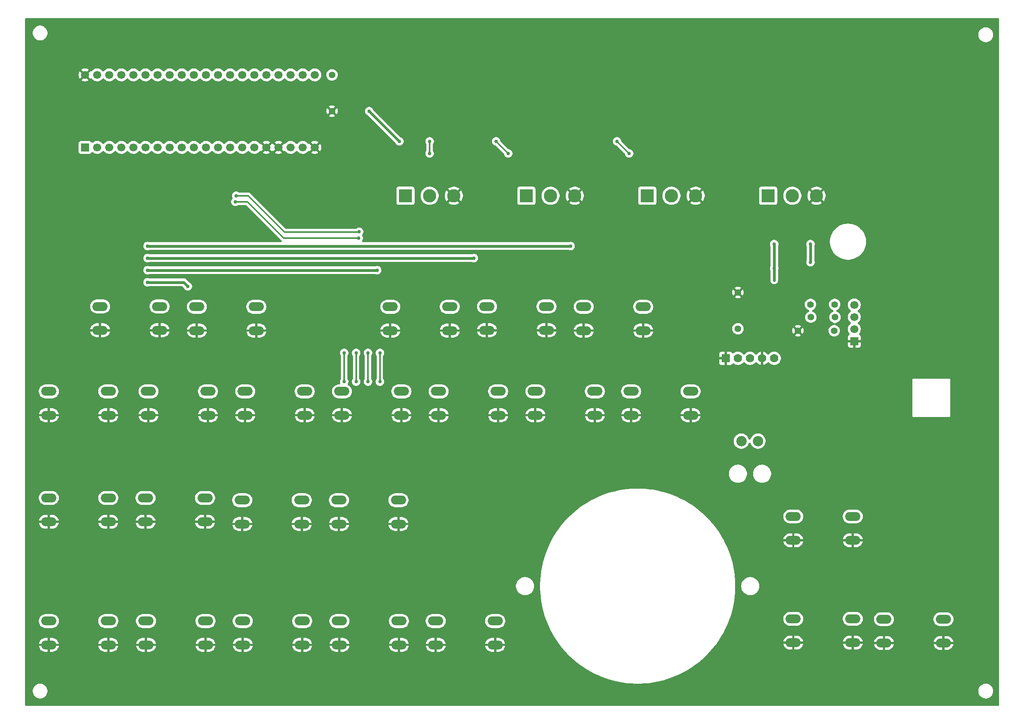
<source format=gbr>
%TF.GenerationSoftware,KiCad,Pcbnew,9.0.2*%
%TF.CreationDate,2025-07-13T09:31:29-04:00*%
%TF.ProjectId,Brizachord,4272697a-6163-4686-9f72-642e6b696361,0*%
%TF.SameCoordinates,Original*%
%TF.FileFunction,Copper,L2,Bot*%
%TF.FilePolarity,Positive*%
%FSLAX46Y46*%
G04 Gerber Fmt 4.6, Leading zero omitted, Abs format (unit mm)*
G04 Created by KiCad (PCBNEW 9.0.2) date 2025-07-13 09:31:29*
%MOMM*%
%LPD*%
G01*
G04 APERTURE LIST*
%TA.AperFunction,ComponentPad*%
%ADD10C,2.800000*%
%TD*%
%TA.AperFunction,ComponentPad*%
%ADD11R,2.800000X2.800000*%
%TD*%
%TA.AperFunction,ComponentPad*%
%ADD12O,3.200000X1.900000*%
%TD*%
%TA.AperFunction,ComponentPad*%
%ADD13R,1.700000X1.700000*%
%TD*%
%TA.AperFunction,ComponentPad*%
%ADD14C,1.700000*%
%TD*%
%TA.AperFunction,ComponentPad*%
%ADD15C,1.400000*%
%TD*%
%TA.AperFunction,ComponentPad*%
%ADD16R,1.778000X1.778000*%
%TD*%
%TA.AperFunction,ComponentPad*%
%ADD17C,1.778000*%
%TD*%
%TA.AperFunction,ComponentPad*%
%ADD18C,2.184400*%
%TD*%
%TA.AperFunction,ViaPad*%
%ADD19C,0.760000*%
%TD*%
%TA.AperFunction,Conductor*%
%ADD20C,0.600000*%
%TD*%
%TA.AperFunction,Conductor*%
%ADD21C,0.304800*%
%TD*%
G04 APERTURE END LIST*
D10*
%TO.P,POT_STRUMVOL1,3,3*%
%TO.N,GND*%
X187960000Y-55340000D03*
%TO.P,POT_STRUMVOL1,2,2*%
%TO.N,/A0*%
X182880000Y-55340000D03*
D11*
%TO.P,POT_STRUMVOL1,1,1*%
%TO.N,/3V3_A*%
X177800000Y-55340000D03*
%TD*%
D12*
%TO.P,SWAb1,1,A*%
%TO.N,GND*%
X131230000Y-83600000D03*
X118730000Y-83600000D03*
%TO.P,SWAb1,2,B*%
%TO.N,N/C*%
X131230000Y-78600000D03*
%TO.N,/D3*%
X118730000Y-78600000D03*
%TD*%
D13*
%TO.P,TrillBar1,1,Gnd*%
%TO.N,GND*%
X195896274Y-85895387D03*
D14*
%TO.P,TrillBar1,2,Vcc*%
%TO.N,/3V3_A*%
X195896274Y-83355387D03*
%TO.P,TrillBar1,3,SDA*%
%TO.N,/I2C_SDA*%
X195896274Y-80815387D03*
%TO.P,TrillBar1,4,SCL*%
%TO.N,/I2C_SCL*%
X195896274Y-78275387D03*
%TD*%
%TO.P,A1,16,AUDIO_IN_1*%
%TO.N,GND*%
X72390000Y-45180000D03*
D13*
%TO.P,A1,1,USB_ID*%
%TO.N,/D0*%
X34290000Y-45180000D03*
D14*
%TO.P,A1,2,SD_DATA_3*%
%TO.N,/D1*%
X36830000Y-45180000D03*
%TO.P,A1,3,SD_DATA_2*%
%TO.N,/D2*%
X39370000Y-45180000D03*
%TO.P,A1,4,SD_DATA_1*%
%TO.N,/D3*%
X41910000Y-45180000D03*
%TO.P,A1,5,SD_DATA_0*%
%TO.N,/D4*%
X44450000Y-45180000D03*
%TO.P,A1,6,SD_CMD*%
%TO.N,/D5*%
X46990000Y-45180000D03*
%TO.P,A1,7,SD_CLK*%
%TO.N,/D6*%
X49530000Y-45180000D03*
%TO.P,A1,8,SPI1_CS*%
%TO.N,/D7*%
X52070000Y-45180000D03*
%TO.P,A1,9,SPI1_SCK*%
%TO.N,/D8*%
X54610000Y-45180000D03*
%TO.P,A1,10,SPI1_POCI*%
%TO.N,/D9*%
X57150000Y-45180000D03*
%TO.P,A1,11,SPI1_PICO*%
%TO.N,/D10*%
X59690000Y-45180000D03*
%TO.P,A1,12,I2C1_SCL*%
%TO.N,/I2C_SCL*%
X62230000Y-45180000D03*
%TO.P,A1,13,I2C1_SDA*%
%TO.N,/I2C_SDA*%
X64770000Y-45180000D03*
%TO.P,A1,14,USART1_TX*%
%TO.N,/D13*%
X67310000Y-45180000D03*
%TO.P,A1,15,USART1_RX*%
%TO.N,/D14*%
X69850000Y-45180000D03*
%TO.P,A1,17,AUDIO_IN_2*%
%TO.N,GND*%
X74930000Y-45180000D03*
%TO.P,A1,18,AUDIO_OUT_1*%
%TO.N,/LINE_OUT*%
X77470000Y-45180000D03*
%TO.P,A1,19,AUDIO_OUT_2*%
%TO.N,N/C*%
X80010000Y-45180000D03*
%TO.P,A1,20,AGND*%
%TO.N,GND*%
X82550000Y-45180000D03*
%TO.P,A1,21,3V3_A*%
%TO.N,/3V3_A*%
X82550000Y-29940000D03*
%TO.P,A1,22,ADC_0*%
%TO.N,/A0*%
X80010000Y-29940000D03*
%TO.P,A1,23,ADC_1*%
%TO.N,/A1*%
X77470000Y-29940000D03*
%TO.P,A1,24,ADC_2*%
%TO.N,/A2*%
X74930000Y-29940000D03*
%TO.P,A1,25,ADC_3*%
%TO.N,/A3*%
X72390000Y-29940000D03*
%TO.P,A1,26,ADC_4*%
%TO.N,/D19*%
X69850000Y-29940000D03*
%TO.P,A1,27,ADC_5*%
%TO.N,/D20*%
X67310000Y-29940000D03*
%TO.P,A1,28,ADC_6*%
%TO.N,/D21*%
X64770000Y-29940000D03*
%TO.P,A1,29,DAC_OUT2*%
%TO.N,/D22*%
X62230000Y-29940000D03*
%TO.P,A1,30,DAC_OUT1*%
%TO.N,/D23*%
X59690000Y-29940000D03*
%TO.P,A1,31,SAI2_MCLK*%
%TO.N,/D24*%
X57150000Y-29940000D03*
%TO.P,A1,32,SAI2_SD_B*%
%TO.N,/D25*%
X54610000Y-29940000D03*
%TO.P,A1,33,SAI2_SD_A*%
%TO.N,/D26*%
X52070000Y-29940000D03*
%TO.P,A1,34,SAI2_FS*%
%TO.N,/D27*%
X49530000Y-29940000D03*
%TO.P,A1,35,SAI2_SCK*%
%TO.N,/D28*%
X46990000Y-29940000D03*
%TO.P,A1,36,USB_D_-*%
%TO.N,/D29*%
X44450000Y-29940000D03*
%TO.P,A1,37,USB_D_+*%
%TO.N,/D30*%
X41910000Y-29940000D03*
%TO.P,A1,38,3V3_D*%
%TO.N,N/C*%
X39370000Y-29940000D03*
%TO.P,A1,39,VIN*%
X36830000Y-29940000D03*
%TO.P,A1,40,DGND*%
%TO.N,GND*%
X34290000Y-29940000D03*
%TD*%
D12*
%TO.P,SWF1,1,A*%
%TO.N,GND*%
X100750000Y-101460000D03*
X88250000Y-101460000D03*
%TO.P,SWF1,2,B*%
%TO.N,N/C*%
X100750000Y-96460000D03*
%TO.N,/D8*%
X88250000Y-96460000D03*
%TD*%
%TO.P,SWD1,1,A*%
%TO.N,GND*%
X60110000Y-101460000D03*
X47610000Y-101460000D03*
%TO.P,SWD1,2,B*%
%TO.N,N/C*%
X60110000Y-96460000D03*
%TO.N,/D6*%
X47610000Y-96460000D03*
%TD*%
%TO.P,SWQ_MIN1,1,A*%
%TO.N,GND*%
X59490000Y-123840000D03*
X46990000Y-123840000D03*
%TO.P,SWQ_MIN1,2,B*%
%TO.N,/D21*%
X59490000Y-118840000D03*
%TO.N,N/C*%
X46990000Y-118840000D03*
%TD*%
%TO.P,SWDb1,1,A*%
%TO.N,GND*%
X49950000Y-83600000D03*
X37450000Y-83600000D03*
%TO.P,SWDb1,2,B*%
%TO.N,N/C*%
X49950000Y-78600000D03*
%TO.N,/D0*%
X37450000Y-78600000D03*
%TD*%
%TO.P,SWBb1,1,A*%
%TO.N,GND*%
X151550000Y-83680000D03*
X139050000Y-83680000D03*
%TO.P,SWBb1,2,B*%
%TO.N,N/C*%
X151550000Y-78680000D03*
%TO.N,/D4*%
X139050000Y-78680000D03*
%TD*%
%TO.P,SWB1,1,A*%
%TO.N,GND*%
X161510000Y-101460000D03*
X149010000Y-101460000D03*
%TO.P,SWB1,2,B*%
%TO.N,N/C*%
X161510000Y-96460000D03*
%TO.N,/D13*%
X149010000Y-96460000D03*
%TD*%
%TO.P,SWQ_DIM1,1,A*%
%TO.N,GND*%
X100130000Y-124320000D03*
X87630000Y-124320000D03*
%TO.P,SWQ_DIM1,2,B*%
%TO.N,/D19*%
X100130000Y-119320000D03*
%TO.N,N/C*%
X87630000Y-119320000D03*
%TD*%
D11*
%TO.P,POT_CHORDVOL1,1,1*%
%TO.N,/3V3_A*%
X152400000Y-55340000D03*
D10*
%TO.P,POT_CHORDVOL1,2,2*%
%TO.N,/A1*%
X157480000Y-55340000D03*
%TO.P,POT_CHORDVOL1,3,3*%
%TO.N,GND*%
X162560000Y-55340000D03*
%TD*%
D12*
%TO.P,SWC1,1,A*%
%TO.N,GND*%
X39170000Y-101460000D03*
X26670000Y-101460000D03*
%TO.P,SWC1,2,B*%
%TO.N,/D5*%
X39170000Y-96460000D03*
%TO.N,N/C*%
X26670000Y-96460000D03*
%TD*%
%TO.P,SWG1,1,A*%
%TO.N,GND*%
X121070000Y-101460000D03*
X108570000Y-101460000D03*
%TO.P,SWG1,2,B*%
%TO.N,N/C*%
X121070000Y-96460000D03*
%TO.N,/D9*%
X108570000Y-96460000D03*
%TD*%
%TO.P,SWE_TRI1,1,A*%
%TO.N,GND*%
X39170000Y-149720000D03*
X26670000Y-149720000D03*
%TO.P,SWE_TRI1,2,B*%
%TO.N,N/C*%
X39170000Y-144720000D03*
%TO.N,/D26*%
X26670000Y-144720000D03*
%TD*%
D15*
%TO.P,PULLUP_SDA1,1*%
%TO.N,/3V3_A*%
X186763758Y-80864745D03*
%TO.P,PULLUP_SDA1,2*%
%TO.N,/I2C_SDA*%
X191843758Y-80864745D03*
%TD*%
D16*
%TO.P,PAM1,1,Gnd*%
%TO.N,GND*%
X168910000Y-89503000D03*
D17*
%TO.P,PAM1,2,VDC*%
%TO.N,/3V3_A*%
X171450000Y-89503000D03*
%TO.P,PAM1,3,SD*%
%TO.N,N/C*%
X173990000Y-89503000D03*
%TO.P,PAM1,4,In+*%
%TO.N,/LINE_OUT*%
X179070000Y-89503000D03*
%TO.P,PAM1,5,In-*%
%TO.N,GND*%
X176530000Y-89503000D03*
D18*
%TO.P,PAM1,6,4ohm_out*%
%TO.N,unconnected-(PAM1-4ohm_out-Pad6)*%
X175663000Y-106902000D03*
%TO.P,PAM1,7,8ohm_out*%
%TO.N,unconnected-(PAM1-8ohm_out-Pad7)*%
X172163000Y-106902000D03*
%TD*%
D12*
%TO.P,SWQ_AUG1,1,A*%
%TO.N,GND*%
X79810000Y-124320000D03*
X67310000Y-124320000D03*
%TO.P,SWQ_AUG1,2,B*%
%TO.N,/D20*%
X79810000Y-119320000D03*
%TO.N,N/C*%
X67310000Y-119320000D03*
%TD*%
%TO.P,SWE1,1,A*%
%TO.N,GND*%
X80430000Y-101460000D03*
X67930000Y-101460000D03*
%TO.P,SWE1,2,B*%
%TO.N,N/C*%
X80430000Y-96460000D03*
%TO.N,/D7*%
X67930000Y-96460000D03*
%TD*%
%TO.P,SWE_11th1,1,A*%
%TO.N,GND*%
X120450000Y-149720000D03*
X107950000Y-149720000D03*
%TO.P,SWE_11th1,2,B*%
%TO.N,N/C*%
X120450000Y-144720000D03*
%TO.N,/D30*%
X107950000Y-144720000D03*
%TD*%
%TO.P,SWE_6th1,1,A*%
%TO.N,GND*%
X59590000Y-149720000D03*
X47090000Y-149720000D03*
%TO.P,SWE_6th1,2,B*%
%TO.N,N/C*%
X59590000Y-144720000D03*
%TO.N,/D27*%
X47090000Y-144720000D03*
%TD*%
%TO.P,SWE_7th1,1,A*%
%TO.N,GND*%
X79910000Y-149720000D03*
X67410000Y-149720000D03*
%TO.P,SWE_7th1,2,B*%
%TO.N,N/C*%
X79910000Y-144720000D03*
%TO.N,/D28*%
X67410000Y-144720000D03*
%TD*%
%TO.P,SWGb1,1,A*%
%TO.N,GND*%
X110910000Y-83680000D03*
X98410000Y-83680000D03*
%TO.P,SWGb1,2,B*%
%TO.N,N/C*%
X110910000Y-78680000D03*
%TO.N,/D2*%
X98410000Y-78680000D03*
%TD*%
%TO.P,SWPS_R1,1,A*%
%TO.N,GND*%
X214630000Y-149320000D03*
X202130000Y-149320000D03*
%TO.P,SWPS_R1,2,B*%
%TO.N,N/C*%
X214630000Y-144320000D03*
%TO.N,/D25*%
X202130000Y-144320000D03*
%TD*%
%TO.P,SWA1,1,A*%
%TO.N,GND*%
X141390000Y-101460000D03*
X128890000Y-101460000D03*
%TO.P,SWA1,2,B*%
%TO.N,N/C*%
X141390000Y-96460000D03*
%TO.N,/D10*%
X128890000Y-96460000D03*
%TD*%
%TO.P,SWQ_MAJ1,1,A*%
%TO.N,GND*%
X39170000Y-123840000D03*
X26670000Y-123840000D03*
%TO.P,SWQ_MAJ1,2,B*%
%TO.N,/D22*%
X39170000Y-118840000D03*
%TO.N,N/C*%
X26670000Y-118840000D03*
%TD*%
D15*
%TO.P,C_BULK1,1*%
%TO.N,GND*%
X86160000Y-37560000D03*
%TO.P,C_BULK1,2*%
%TO.N,/3V3_A*%
X86160000Y-29940000D03*
%TD*%
%TO.P,PULLUP_SCL1,1*%
%TO.N,/I2C_SCL*%
X191786332Y-78188714D03*
%TO.P,PULLUP_SCL1,2*%
%TO.N,/3V3_A*%
X186706332Y-78188714D03*
%TD*%
D12*
%TO.P,SWEb1,1,A*%
%TO.N,GND*%
X70270000Y-83680000D03*
X57770000Y-83680000D03*
%TO.P,SWEb1,2,B*%
%TO.N,N/C*%
X70270000Y-78680000D03*
%TO.N,/D1*%
X57770000Y-78680000D03*
%TD*%
D11*
%TO.P,POT_DRUMVOL1,1,1*%
%TO.N,/3V3_A*%
X127000000Y-55340000D03*
D10*
%TO.P,POT_DRUMVOL1,2,2*%
%TO.N,/A2*%
X132080000Y-55340000D03*
%TO.P,POT_DRUMVOL1,3,3*%
%TO.N,GND*%
X137160000Y-55340000D03*
%TD*%
D12*
%TO.P,SW_GRVTGL1,1,A*%
%TO.N,GND*%
X195580000Y-127730000D03*
X183080000Y-127730000D03*
%TO.P,SW_GRVTGL1,2,B*%
%TO.N,/D23*%
X195580000Y-122730000D03*
%TO.N,N/C*%
X183080000Y-122730000D03*
%TD*%
%TO.P,SWE_9th1,1,A*%
%TO.N,GND*%
X100230000Y-149720000D03*
X87730000Y-149720000D03*
%TO.P,SWE_9th1,2,B*%
%TO.N,N/C*%
X100230000Y-144720000D03*
%TO.N,/D29*%
X87730000Y-144720000D03*
%TD*%
%TO.P,SWPS_L1,1,A*%
%TO.N,GND*%
X195580000Y-149240000D03*
X183080000Y-149240000D03*
%TO.P,SWPS_L1,2,B*%
%TO.N,/D24*%
X195580000Y-144240000D03*
%TO.N,N/C*%
X183080000Y-144240000D03*
%TD*%
D15*
%TO.P,DECOUP_TRILL1,1*%
%TO.N,/3V3_A*%
X191677636Y-83711601D03*
%TO.P,DECOUP_TRILL1,2*%
%TO.N,GND*%
X184057636Y-83711601D03*
%TD*%
%TO.P,DECOUP_AMP1,1*%
%TO.N,/3V3_A*%
X171450000Y-83280000D03*
%TO.P,DECOUP_AMP1,2*%
%TO.N,GND*%
X171450000Y-75660000D03*
%TD*%
D11*
%TO.P,POT_BPM1,1,1*%
%TO.N,/3V3_A*%
X101600000Y-55340000D03*
D10*
%TO.P,POT_BPM1,2,2*%
%TO.N,/A3*%
X106680000Y-55340000D03*
%TO.P,POT_BPM1,3,3*%
%TO.N,GND*%
X111760000Y-55340000D03*
%TD*%
D19*
%TO.N,/D3*%
X115990000Y-68440000D03*
X47410000Y-68440000D03*
%TO.N,/I2C_SDA*%
X66040000Y-55340000D03*
X91874112Y-62910458D03*
%TO.N,/LINE_OUT*%
X179070000Y-70580000D03*
X179070000Y-65500000D03*
%TO.N,/I2C_SCL*%
X65840000Y-56610000D03*
X91791641Y-64230000D03*
%TO.N,/D22*%
X88730000Y-94420000D03*
X88730000Y-88360000D03*
%TO.N,/D4*%
X47410000Y-65900000D03*
X136310000Y-65900000D03*
%TO.N,/D2*%
X95670000Y-70980000D03*
X47410000Y-70980000D03*
%TO.N,/D1*%
X47410000Y-73520000D03*
X55880000Y-74390000D03*
%TO.N,/D19*%
X96230000Y-94420000D03*
X96230000Y-88360000D03*
%TO.N,/A3*%
X106680000Y-46450000D03*
X106680000Y-43910000D03*
%TO.N,/A2*%
X120650000Y-43910000D03*
X123190000Y-46450000D03*
%TO.N,/D20*%
X93730000Y-88360000D03*
X93730000Y-94420000D03*
%TO.N,/A1*%
X146050000Y-43910000D03*
X148590000Y-46450000D03*
%TO.N,/3V3_A*%
X186690000Y-69310000D03*
X93980000Y-37560000D03*
X186690000Y-65500000D03*
X100330000Y-43910000D03*
%TO.N,/D21*%
X91230000Y-94420000D03*
X91230000Y-88360000D03*
%TD*%
D20*
%TO.N,/D3*%
X47410000Y-68440000D02*
X115990000Y-68440000D01*
D21*
%TO.N,/I2C_SDA*%
X91824570Y-62960000D02*
X91874112Y-62910458D01*
X66040000Y-55340000D02*
X68580000Y-55340000D01*
X76200000Y-62960000D02*
X91440000Y-62960000D01*
X68580000Y-55340000D02*
X76200000Y-62960000D01*
X91440000Y-62960000D02*
X91824570Y-62960000D01*
D20*
%TO.N,/LINE_OUT*%
X179070000Y-70580000D02*
X179070000Y-73120000D01*
X179070000Y-73120000D02*
X179070000Y-65500000D01*
D21*
%TO.N,/I2C_SCL*%
X91440000Y-64230000D02*
X91791641Y-64230000D01*
X68380000Y-56610000D02*
X76000000Y-64230000D01*
X65840000Y-56610000D02*
X68380000Y-56610000D01*
X76000000Y-64230000D02*
X91440000Y-64230000D01*
%TO.N,/D22*%
X88730000Y-94420000D02*
X88730000Y-88360000D01*
D20*
%TO.N,/D4*%
X47410000Y-65900000D02*
X136310000Y-65900000D01*
%TO.N,/D2*%
X47410000Y-70980000D02*
X95670000Y-70980000D01*
%TO.N,/D1*%
X55030000Y-73540000D02*
X55880000Y-74390000D01*
X47410000Y-73520000D02*
X55030000Y-73520000D01*
X55030000Y-73520000D02*
X55030000Y-73540000D01*
D21*
%TO.N,/D19*%
X96230000Y-94420000D02*
X96230000Y-88360000D01*
%TO.N,/A3*%
X106680000Y-46450000D02*
X106680000Y-43910000D01*
%TO.N,/A2*%
X123190000Y-46450000D02*
X120650000Y-43910000D01*
%TO.N,/D20*%
X93730000Y-94420000D02*
X93730000Y-88360000D01*
%TO.N,/A1*%
X148590000Y-46450000D02*
X146050000Y-43910000D01*
D20*
%TO.N,/3V3_A*%
X186690000Y-65500000D02*
X186690000Y-69310000D01*
X93980000Y-37560000D02*
X100330000Y-43910000D01*
D21*
%TO.N,/D21*%
X91230000Y-94420000D02*
X91230000Y-88360000D01*
%TD*%
%TA.AperFunction,Conductor*%
%TO.N,GND*%
G36*
X226135788Y-17999454D02*
G01*
X226216570Y-18053430D01*
X226270546Y-18134212D01*
X226289500Y-18229500D01*
X226289500Y-162330500D01*
X226270546Y-162425788D01*
X226216570Y-162506570D01*
X226135788Y-162560546D01*
X226040500Y-162579500D01*
X24749727Y-162579500D01*
X24748190Y-162579495D01*
X21937963Y-162562147D01*
X21842794Y-162542605D01*
X21762347Y-162488131D01*
X21708870Y-162407018D01*
X21690500Y-162313152D01*
X21690500Y-159307963D01*
X23289500Y-159307963D01*
X23289500Y-159552036D01*
X23327678Y-159793073D01*
X23327679Y-159793076D01*
X23403096Y-160025185D01*
X23513894Y-160242639D01*
X23657345Y-160440083D01*
X23829917Y-160612655D01*
X24027361Y-160756106D01*
X24244815Y-160866904D01*
X24476924Y-160942321D01*
X24561703Y-160955748D01*
X24717963Y-160980499D01*
X24717970Y-160980499D01*
X24717973Y-160980500D01*
X24717976Y-160980500D01*
X24962024Y-160980500D01*
X24962027Y-160980500D01*
X24962030Y-160980499D01*
X24962036Y-160980499D01*
X25075906Y-160962462D01*
X25203076Y-160942321D01*
X25435185Y-160866904D01*
X25652639Y-160756106D01*
X25850083Y-160612655D01*
X26022655Y-160440083D01*
X26166106Y-160242639D01*
X26276904Y-160025185D01*
X26352321Y-159793076D01*
X26390500Y-159552027D01*
X26390500Y-159307973D01*
X26390499Y-159307970D01*
X26390499Y-159307963D01*
X221969500Y-159307963D01*
X221969500Y-159552036D01*
X222007678Y-159793073D01*
X222007679Y-159793076D01*
X222083096Y-160025185D01*
X222193894Y-160242639D01*
X222337345Y-160440083D01*
X222509917Y-160612655D01*
X222707361Y-160756106D01*
X222924815Y-160866904D01*
X223156924Y-160942321D01*
X223241703Y-160955748D01*
X223397963Y-160980499D01*
X223397970Y-160980499D01*
X223397973Y-160980500D01*
X223397976Y-160980500D01*
X223642024Y-160980500D01*
X223642027Y-160980500D01*
X223642030Y-160980499D01*
X223642036Y-160980499D01*
X223755906Y-160962462D01*
X223883076Y-160942321D01*
X224115185Y-160866904D01*
X224332639Y-160756106D01*
X224530083Y-160612655D01*
X224702655Y-160440083D01*
X224846106Y-160242639D01*
X224956904Y-160025185D01*
X225032321Y-159793076D01*
X225070500Y-159552027D01*
X225070500Y-159307973D01*
X225070499Y-159307970D01*
X225070499Y-159307963D01*
X225032321Y-159066926D01*
X225032321Y-159066924D01*
X224956904Y-158834815D01*
X224846106Y-158617361D01*
X224702655Y-158419917D01*
X224530083Y-158247345D01*
X224332639Y-158103894D01*
X224115185Y-157993096D01*
X224115182Y-157993095D01*
X224115180Y-157993094D01*
X223883073Y-157917678D01*
X223642036Y-157879500D01*
X223642027Y-157879500D01*
X223397973Y-157879500D01*
X223397963Y-157879500D01*
X223156926Y-157917678D01*
X222924819Y-157993094D01*
X222707359Y-158103895D01*
X222509919Y-158247343D01*
X222337343Y-158419919D01*
X222193895Y-158617359D01*
X222083094Y-158834819D01*
X222007678Y-159066926D01*
X221969500Y-159307963D01*
X26390499Y-159307963D01*
X26352321Y-159066926D01*
X26352321Y-159066924D01*
X26276904Y-158834815D01*
X26166106Y-158617361D01*
X26022655Y-158419917D01*
X25850083Y-158247345D01*
X25652639Y-158103894D01*
X25435185Y-157993096D01*
X25435182Y-157993095D01*
X25435180Y-157993094D01*
X25203073Y-157917678D01*
X24962036Y-157879500D01*
X24962027Y-157879500D01*
X24717973Y-157879500D01*
X24717963Y-157879500D01*
X24476926Y-157917678D01*
X24244819Y-157993094D01*
X24027359Y-158103895D01*
X23829919Y-158247343D01*
X23657343Y-158419919D01*
X23513895Y-158617359D01*
X23403094Y-158834819D01*
X23327678Y-159066926D01*
X23289500Y-159307963D01*
X21690500Y-159307963D01*
X21690500Y-149470000D01*
X24591522Y-149470000D01*
X26069999Y-149470000D01*
X26044979Y-149530402D01*
X26020000Y-149655981D01*
X26020000Y-149784019D01*
X26044979Y-149909598D01*
X26069999Y-149970000D01*
X24591523Y-149970000D01*
X24605704Y-150059544D01*
X24676229Y-150276600D01*
X24676237Y-150276617D01*
X24779848Y-150479965D01*
X24913999Y-150664608D01*
X25075391Y-150826000D01*
X25260034Y-150960151D01*
X25463382Y-151063762D01*
X25463399Y-151063770D01*
X25680460Y-151134296D01*
X25905872Y-151169998D01*
X25905887Y-151170000D01*
X26419999Y-151170000D01*
X26420000Y-151169999D01*
X26420000Y-150320001D01*
X26480402Y-150345021D01*
X26605981Y-150370000D01*
X26734019Y-150370000D01*
X26859598Y-150345021D01*
X26920000Y-150320001D01*
X26920000Y-151169999D01*
X26920001Y-151170000D01*
X27434113Y-151170000D01*
X27434127Y-151169998D01*
X27659539Y-151134296D01*
X27876600Y-151063770D01*
X27876617Y-151063762D01*
X28079965Y-150960151D01*
X28264608Y-150826000D01*
X28426000Y-150664608D01*
X28560151Y-150479965D01*
X28663762Y-150276617D01*
X28663770Y-150276600D01*
X28734295Y-150059544D01*
X28748477Y-149970000D01*
X27270001Y-149970000D01*
X27295021Y-149909598D01*
X27320000Y-149784019D01*
X27320000Y-149655981D01*
X27295021Y-149530402D01*
X27270001Y-149470000D01*
X28748477Y-149470000D01*
X37091522Y-149470000D01*
X38569999Y-149470000D01*
X38544979Y-149530402D01*
X38520000Y-149655981D01*
X38520000Y-149784019D01*
X38544979Y-149909598D01*
X38569999Y-149970000D01*
X37091523Y-149970000D01*
X37105704Y-150059544D01*
X37176229Y-150276600D01*
X37176237Y-150276617D01*
X37279848Y-150479965D01*
X37413999Y-150664608D01*
X37575391Y-150826000D01*
X37760034Y-150960151D01*
X37963382Y-151063762D01*
X37963399Y-151063770D01*
X38180460Y-151134296D01*
X38405872Y-151169998D01*
X38405887Y-151170000D01*
X38919999Y-151170000D01*
X38920000Y-151169999D01*
X38920000Y-150320001D01*
X38980402Y-150345021D01*
X39105981Y-150370000D01*
X39234019Y-150370000D01*
X39359598Y-150345021D01*
X39420000Y-150320001D01*
X39420000Y-151169999D01*
X39420001Y-151170000D01*
X39934113Y-151170000D01*
X39934127Y-151169998D01*
X40159539Y-151134296D01*
X40376600Y-151063770D01*
X40376617Y-151063762D01*
X40579965Y-150960151D01*
X40764608Y-150826000D01*
X40926000Y-150664608D01*
X41060151Y-150479965D01*
X41163762Y-150276617D01*
X41163770Y-150276600D01*
X41234295Y-150059544D01*
X41248477Y-149970000D01*
X39770001Y-149970000D01*
X39795021Y-149909598D01*
X39820000Y-149784019D01*
X39820000Y-149655981D01*
X39795021Y-149530402D01*
X39770001Y-149470000D01*
X41248477Y-149470000D01*
X45011522Y-149470000D01*
X46489999Y-149470000D01*
X46464979Y-149530402D01*
X46440000Y-149655981D01*
X46440000Y-149784019D01*
X46464979Y-149909598D01*
X46489999Y-149970000D01*
X45011523Y-149970000D01*
X45025704Y-150059544D01*
X45096229Y-150276600D01*
X45096237Y-150276617D01*
X45199848Y-150479965D01*
X45333999Y-150664608D01*
X45495391Y-150826000D01*
X45680034Y-150960151D01*
X45883382Y-151063762D01*
X45883399Y-151063770D01*
X46100460Y-151134296D01*
X46325872Y-151169998D01*
X46325887Y-151170000D01*
X46839999Y-151170000D01*
X46840000Y-151169999D01*
X46840000Y-150320001D01*
X46900402Y-150345021D01*
X47025981Y-150370000D01*
X47154019Y-150370000D01*
X47279598Y-150345021D01*
X47340000Y-150320001D01*
X47340000Y-151169999D01*
X47340001Y-151170000D01*
X47854113Y-151170000D01*
X47854127Y-151169998D01*
X48079539Y-151134296D01*
X48296600Y-151063770D01*
X48296617Y-151063762D01*
X48499965Y-150960151D01*
X48684608Y-150826000D01*
X48846000Y-150664608D01*
X48980151Y-150479965D01*
X49083762Y-150276617D01*
X49083770Y-150276600D01*
X49154295Y-150059544D01*
X49168477Y-149970000D01*
X47690001Y-149970000D01*
X47715021Y-149909598D01*
X47740000Y-149784019D01*
X47740000Y-149655981D01*
X47715021Y-149530402D01*
X47690001Y-149470000D01*
X49168477Y-149470000D01*
X57511522Y-149470000D01*
X58989999Y-149470000D01*
X58964979Y-149530402D01*
X58940000Y-149655981D01*
X58940000Y-149784019D01*
X58964979Y-149909598D01*
X58989999Y-149970000D01*
X57511523Y-149970000D01*
X57525704Y-150059544D01*
X57596229Y-150276600D01*
X57596237Y-150276617D01*
X57699848Y-150479965D01*
X57833999Y-150664608D01*
X57995391Y-150826000D01*
X58180034Y-150960151D01*
X58383382Y-151063762D01*
X58383399Y-151063770D01*
X58600460Y-151134296D01*
X58825872Y-151169998D01*
X58825887Y-151170000D01*
X59339999Y-151170000D01*
X59340000Y-151169999D01*
X59340000Y-150320001D01*
X59400402Y-150345021D01*
X59525981Y-150370000D01*
X59654019Y-150370000D01*
X59779598Y-150345021D01*
X59840000Y-150320001D01*
X59840000Y-151169999D01*
X59840001Y-151170000D01*
X60354113Y-151170000D01*
X60354127Y-151169998D01*
X60579539Y-151134296D01*
X60796600Y-151063770D01*
X60796617Y-151063762D01*
X60999965Y-150960151D01*
X61184608Y-150826000D01*
X61346000Y-150664608D01*
X61480151Y-150479965D01*
X61583762Y-150276617D01*
X61583770Y-150276600D01*
X61654295Y-150059544D01*
X61668477Y-149970000D01*
X60190001Y-149970000D01*
X60215021Y-149909598D01*
X60240000Y-149784019D01*
X60240000Y-149655981D01*
X60215021Y-149530402D01*
X60190001Y-149470000D01*
X61668477Y-149470000D01*
X65331522Y-149470000D01*
X66809999Y-149470000D01*
X66784979Y-149530402D01*
X66760000Y-149655981D01*
X66760000Y-149784019D01*
X66784979Y-149909598D01*
X66809999Y-149970000D01*
X65331523Y-149970000D01*
X65345704Y-150059544D01*
X65416229Y-150276600D01*
X65416237Y-150276617D01*
X65519848Y-150479965D01*
X65653999Y-150664608D01*
X65815391Y-150826000D01*
X66000034Y-150960151D01*
X66203382Y-151063762D01*
X66203399Y-151063770D01*
X66420460Y-151134296D01*
X66645872Y-151169998D01*
X66645887Y-151170000D01*
X67159999Y-151170000D01*
X67160000Y-151169999D01*
X67160000Y-150320001D01*
X67220402Y-150345021D01*
X67345981Y-150370000D01*
X67474019Y-150370000D01*
X67599598Y-150345021D01*
X67660000Y-150320001D01*
X67660000Y-151169999D01*
X67660001Y-151170000D01*
X68174113Y-151170000D01*
X68174127Y-151169998D01*
X68399539Y-151134296D01*
X68616600Y-151063770D01*
X68616617Y-151063762D01*
X68819965Y-150960151D01*
X69004608Y-150826000D01*
X69166000Y-150664608D01*
X69300151Y-150479965D01*
X69403762Y-150276617D01*
X69403770Y-150276600D01*
X69474295Y-150059544D01*
X69488477Y-149970000D01*
X68010001Y-149970000D01*
X68035021Y-149909598D01*
X68060000Y-149784019D01*
X68060000Y-149655981D01*
X68035021Y-149530402D01*
X68010001Y-149470000D01*
X69488477Y-149470000D01*
X77831522Y-149470000D01*
X79309999Y-149470000D01*
X79284979Y-149530402D01*
X79260000Y-149655981D01*
X79260000Y-149784019D01*
X79284979Y-149909598D01*
X79309999Y-149970000D01*
X77831523Y-149970000D01*
X77845704Y-150059544D01*
X77916229Y-150276600D01*
X77916237Y-150276617D01*
X78019848Y-150479965D01*
X78153999Y-150664608D01*
X78315391Y-150826000D01*
X78500034Y-150960151D01*
X78703382Y-151063762D01*
X78703399Y-151063770D01*
X78920460Y-151134296D01*
X79145872Y-151169998D01*
X79145887Y-151170000D01*
X79659999Y-151170000D01*
X79660000Y-151169999D01*
X79660000Y-150320001D01*
X79720402Y-150345021D01*
X79845981Y-150370000D01*
X79974019Y-150370000D01*
X80099598Y-150345021D01*
X80160000Y-150320001D01*
X80160000Y-151169999D01*
X80160001Y-151170000D01*
X80674113Y-151170000D01*
X80674127Y-151169998D01*
X80899539Y-151134296D01*
X81116600Y-151063770D01*
X81116617Y-151063762D01*
X81319965Y-150960151D01*
X81504608Y-150826000D01*
X81666000Y-150664608D01*
X81800151Y-150479965D01*
X81903762Y-150276617D01*
X81903770Y-150276600D01*
X81974295Y-150059544D01*
X81988477Y-149970000D01*
X80510001Y-149970000D01*
X80535021Y-149909598D01*
X80560000Y-149784019D01*
X80560000Y-149655981D01*
X80535021Y-149530402D01*
X80510001Y-149470000D01*
X81988477Y-149470000D01*
X85651522Y-149470000D01*
X87129999Y-149470000D01*
X87104979Y-149530402D01*
X87080000Y-149655981D01*
X87080000Y-149784019D01*
X87104979Y-149909598D01*
X87129999Y-149970000D01*
X85651523Y-149970000D01*
X85665704Y-150059544D01*
X85736229Y-150276600D01*
X85736237Y-150276617D01*
X85839848Y-150479965D01*
X85973999Y-150664608D01*
X86135391Y-150826000D01*
X86320034Y-150960151D01*
X86523382Y-151063762D01*
X86523399Y-151063770D01*
X86740460Y-151134296D01*
X86965872Y-151169998D01*
X86965887Y-151170000D01*
X87479999Y-151170000D01*
X87480000Y-151169999D01*
X87480000Y-150320001D01*
X87540402Y-150345021D01*
X87665981Y-150370000D01*
X87794019Y-150370000D01*
X87919598Y-150345021D01*
X87980000Y-150320001D01*
X87980000Y-151169999D01*
X87980001Y-151170000D01*
X88494113Y-151170000D01*
X88494127Y-151169998D01*
X88719539Y-151134296D01*
X88936600Y-151063770D01*
X88936617Y-151063762D01*
X89139965Y-150960151D01*
X89324608Y-150826000D01*
X89486000Y-150664608D01*
X89620151Y-150479965D01*
X89723762Y-150276617D01*
X89723770Y-150276600D01*
X89794295Y-150059544D01*
X89808477Y-149970000D01*
X88330001Y-149970000D01*
X88355021Y-149909598D01*
X88380000Y-149784019D01*
X88380000Y-149655981D01*
X88355021Y-149530402D01*
X88330001Y-149470000D01*
X89808477Y-149470000D01*
X98151522Y-149470000D01*
X99629999Y-149470000D01*
X99604979Y-149530402D01*
X99580000Y-149655981D01*
X99580000Y-149784019D01*
X99604979Y-149909598D01*
X99629999Y-149970000D01*
X98151523Y-149970000D01*
X98165704Y-150059544D01*
X98236229Y-150276600D01*
X98236237Y-150276617D01*
X98339848Y-150479965D01*
X98473999Y-150664608D01*
X98635391Y-150826000D01*
X98820034Y-150960151D01*
X99023382Y-151063762D01*
X99023399Y-151063770D01*
X99240460Y-151134296D01*
X99465872Y-151169998D01*
X99465887Y-151170000D01*
X99979999Y-151170000D01*
X99980000Y-151169999D01*
X99980000Y-150320001D01*
X100040402Y-150345021D01*
X100165981Y-150370000D01*
X100294019Y-150370000D01*
X100419598Y-150345021D01*
X100480000Y-150320001D01*
X100480000Y-151169999D01*
X100480001Y-151170000D01*
X100994113Y-151170000D01*
X100994127Y-151169998D01*
X101219539Y-151134296D01*
X101436600Y-151063770D01*
X101436617Y-151063762D01*
X101639965Y-150960151D01*
X101824608Y-150826000D01*
X101986000Y-150664608D01*
X102120151Y-150479965D01*
X102223762Y-150276617D01*
X102223770Y-150276600D01*
X102294295Y-150059544D01*
X102308477Y-149970000D01*
X100830001Y-149970000D01*
X100855021Y-149909598D01*
X100880000Y-149784019D01*
X100880000Y-149655981D01*
X100855021Y-149530402D01*
X100830001Y-149470000D01*
X102308477Y-149470000D01*
X105871522Y-149470000D01*
X107349999Y-149470000D01*
X107324979Y-149530402D01*
X107300000Y-149655981D01*
X107300000Y-149784019D01*
X107324979Y-149909598D01*
X107349999Y-149970000D01*
X105871523Y-149970000D01*
X105885704Y-150059544D01*
X105956229Y-150276600D01*
X105956237Y-150276617D01*
X106059848Y-150479965D01*
X106193999Y-150664608D01*
X106355391Y-150826000D01*
X106540034Y-150960151D01*
X106743382Y-151063762D01*
X106743399Y-151063770D01*
X106960460Y-151134296D01*
X107185872Y-151169998D01*
X107185887Y-151170000D01*
X107699999Y-151170000D01*
X107700000Y-151169999D01*
X107700000Y-150320001D01*
X107760402Y-150345021D01*
X107885981Y-150370000D01*
X108014019Y-150370000D01*
X108139598Y-150345021D01*
X108200000Y-150320001D01*
X108200000Y-151169999D01*
X108200001Y-151170000D01*
X108714113Y-151170000D01*
X108714127Y-151169998D01*
X108939539Y-151134296D01*
X109156600Y-151063770D01*
X109156617Y-151063762D01*
X109359965Y-150960151D01*
X109544608Y-150826000D01*
X109706000Y-150664608D01*
X109840151Y-150479965D01*
X109943762Y-150276617D01*
X109943770Y-150276600D01*
X110014295Y-150059544D01*
X110028477Y-149970000D01*
X108550001Y-149970000D01*
X108575021Y-149909598D01*
X108600000Y-149784019D01*
X108600000Y-149655981D01*
X108575021Y-149530402D01*
X108550001Y-149470000D01*
X110028477Y-149470000D01*
X118371522Y-149470000D01*
X119849999Y-149470000D01*
X119824979Y-149530402D01*
X119800000Y-149655981D01*
X119800000Y-149784019D01*
X119824979Y-149909598D01*
X119849999Y-149970000D01*
X118371523Y-149970000D01*
X118385704Y-150059544D01*
X118456229Y-150276600D01*
X118456237Y-150276617D01*
X118559848Y-150479965D01*
X118693999Y-150664608D01*
X118855391Y-150826000D01*
X119040034Y-150960151D01*
X119243382Y-151063762D01*
X119243399Y-151063770D01*
X119460460Y-151134296D01*
X119685872Y-151169998D01*
X119685887Y-151170000D01*
X120199999Y-151170000D01*
X120200000Y-151169999D01*
X120200000Y-150320001D01*
X120260402Y-150345021D01*
X120385981Y-150370000D01*
X120514019Y-150370000D01*
X120639598Y-150345021D01*
X120700000Y-150320001D01*
X120700000Y-151169999D01*
X120700001Y-151170000D01*
X121214113Y-151170000D01*
X121214127Y-151169998D01*
X121439539Y-151134296D01*
X121656600Y-151063770D01*
X121656617Y-151063762D01*
X121859965Y-150960151D01*
X122044608Y-150826000D01*
X122206000Y-150664608D01*
X122340151Y-150479965D01*
X122443762Y-150276617D01*
X122443770Y-150276600D01*
X122514295Y-150059544D01*
X122528477Y-149970000D01*
X121050001Y-149970000D01*
X121075021Y-149909598D01*
X121100000Y-149784019D01*
X121100000Y-149655981D01*
X121075021Y-149530402D01*
X121050001Y-149470000D01*
X122528477Y-149470000D01*
X122514295Y-149380455D01*
X122443770Y-149163399D01*
X122443762Y-149163382D01*
X122340151Y-148960034D01*
X122206000Y-148775391D01*
X122044608Y-148613999D01*
X121859965Y-148479848D01*
X121656617Y-148376237D01*
X121656600Y-148376229D01*
X121439539Y-148305703D01*
X121214127Y-148270001D01*
X121214113Y-148270000D01*
X120700001Y-148270000D01*
X120700000Y-148270001D01*
X120700000Y-149119998D01*
X120639598Y-149094979D01*
X120514019Y-149070000D01*
X120385981Y-149070000D01*
X120260402Y-149094979D01*
X120200000Y-149119998D01*
X120200000Y-148270001D01*
X120199999Y-148270000D01*
X119685887Y-148270000D01*
X119685872Y-148270001D01*
X119460460Y-148305703D01*
X119243399Y-148376229D01*
X119243382Y-148376237D01*
X119040034Y-148479848D01*
X118855391Y-148613999D01*
X118693999Y-148775391D01*
X118559848Y-148960034D01*
X118456237Y-149163382D01*
X118456229Y-149163399D01*
X118385704Y-149380455D01*
X118371522Y-149470000D01*
X110028477Y-149470000D01*
X110014295Y-149380455D01*
X109943770Y-149163399D01*
X109943762Y-149163382D01*
X109840151Y-148960034D01*
X109706000Y-148775391D01*
X109544608Y-148613999D01*
X109359965Y-148479848D01*
X109156617Y-148376237D01*
X109156600Y-148376229D01*
X108939539Y-148305703D01*
X108714127Y-148270001D01*
X108714113Y-148270000D01*
X108200001Y-148270000D01*
X108200000Y-148270001D01*
X108200000Y-149119998D01*
X108139598Y-149094979D01*
X108014019Y-149070000D01*
X107885981Y-149070000D01*
X107760402Y-149094979D01*
X107700000Y-149119998D01*
X107700000Y-148270001D01*
X107699999Y-148270000D01*
X107185887Y-148270000D01*
X107185872Y-148270001D01*
X106960460Y-148305703D01*
X106743399Y-148376229D01*
X106743382Y-148376237D01*
X106540034Y-148479848D01*
X106355391Y-148613999D01*
X106193999Y-148775391D01*
X106059848Y-148960034D01*
X105956237Y-149163382D01*
X105956229Y-149163399D01*
X105885704Y-149380455D01*
X105871522Y-149470000D01*
X102308477Y-149470000D01*
X102294295Y-149380455D01*
X102223770Y-149163399D01*
X102223762Y-149163382D01*
X102120151Y-148960034D01*
X101986000Y-148775391D01*
X101824608Y-148613999D01*
X101639965Y-148479848D01*
X101436617Y-148376237D01*
X101436600Y-148376229D01*
X101219539Y-148305703D01*
X100994127Y-148270001D01*
X100994113Y-148270000D01*
X100480001Y-148270000D01*
X100480000Y-148270001D01*
X100480000Y-149119998D01*
X100419598Y-149094979D01*
X100294019Y-149070000D01*
X100165981Y-149070000D01*
X100040402Y-149094979D01*
X99980000Y-149119998D01*
X99980000Y-148270001D01*
X99979999Y-148270000D01*
X99465887Y-148270000D01*
X99465872Y-148270001D01*
X99240460Y-148305703D01*
X99023399Y-148376229D01*
X99023382Y-148376237D01*
X98820034Y-148479848D01*
X98635391Y-148613999D01*
X98473999Y-148775391D01*
X98339848Y-148960034D01*
X98236237Y-149163382D01*
X98236229Y-149163399D01*
X98165704Y-149380455D01*
X98151522Y-149470000D01*
X89808477Y-149470000D01*
X89794295Y-149380455D01*
X89723770Y-149163399D01*
X89723762Y-149163382D01*
X89620151Y-148960034D01*
X89486000Y-148775391D01*
X89324608Y-148613999D01*
X89139965Y-148479848D01*
X88936617Y-148376237D01*
X88936600Y-148376229D01*
X88719539Y-148305703D01*
X88494127Y-148270001D01*
X88494113Y-148270000D01*
X87980001Y-148270000D01*
X87980000Y-148270001D01*
X87980000Y-149119998D01*
X87919598Y-149094979D01*
X87794019Y-149070000D01*
X87665981Y-149070000D01*
X87540402Y-149094979D01*
X87480000Y-149119998D01*
X87480000Y-148270001D01*
X87479999Y-148270000D01*
X86965887Y-148270000D01*
X86965872Y-148270001D01*
X86740460Y-148305703D01*
X86523399Y-148376229D01*
X86523382Y-148376237D01*
X86320034Y-148479848D01*
X86135391Y-148613999D01*
X85973999Y-148775391D01*
X85839848Y-148960034D01*
X85736237Y-149163382D01*
X85736229Y-149163399D01*
X85665704Y-149380455D01*
X85651522Y-149470000D01*
X81988477Y-149470000D01*
X81974295Y-149380455D01*
X81903770Y-149163399D01*
X81903762Y-149163382D01*
X81800151Y-148960034D01*
X81666000Y-148775391D01*
X81504608Y-148613999D01*
X81319965Y-148479848D01*
X81116617Y-148376237D01*
X81116600Y-148376229D01*
X80899539Y-148305703D01*
X80674127Y-148270001D01*
X80674113Y-148270000D01*
X80160001Y-148270000D01*
X80160000Y-148270001D01*
X80160000Y-149119998D01*
X80099598Y-149094979D01*
X79974019Y-149070000D01*
X79845981Y-149070000D01*
X79720402Y-149094979D01*
X79660000Y-149119998D01*
X79660000Y-148270001D01*
X79659999Y-148270000D01*
X79145887Y-148270000D01*
X79145872Y-148270001D01*
X78920460Y-148305703D01*
X78703399Y-148376229D01*
X78703382Y-148376237D01*
X78500034Y-148479848D01*
X78315391Y-148613999D01*
X78153999Y-148775391D01*
X78019848Y-148960034D01*
X77916237Y-149163382D01*
X77916229Y-149163399D01*
X77845704Y-149380455D01*
X77831522Y-149470000D01*
X69488477Y-149470000D01*
X69474295Y-149380455D01*
X69403770Y-149163399D01*
X69403762Y-149163382D01*
X69300151Y-148960034D01*
X69166000Y-148775391D01*
X69004608Y-148613999D01*
X68819965Y-148479848D01*
X68616617Y-148376237D01*
X68616600Y-148376229D01*
X68399539Y-148305703D01*
X68174127Y-148270001D01*
X68174113Y-148270000D01*
X67660001Y-148270000D01*
X67660000Y-148270001D01*
X67660000Y-149119998D01*
X67599598Y-149094979D01*
X67474019Y-149070000D01*
X67345981Y-149070000D01*
X67220402Y-149094979D01*
X67160000Y-149119998D01*
X67160000Y-148270001D01*
X67159999Y-148270000D01*
X66645887Y-148270000D01*
X66645872Y-148270001D01*
X66420460Y-148305703D01*
X66203399Y-148376229D01*
X66203382Y-148376237D01*
X66000034Y-148479848D01*
X65815391Y-148613999D01*
X65653999Y-148775391D01*
X65519848Y-148960034D01*
X65416237Y-149163382D01*
X65416229Y-149163399D01*
X65345704Y-149380455D01*
X65331522Y-149470000D01*
X61668477Y-149470000D01*
X61654295Y-149380455D01*
X61583770Y-149163399D01*
X61583762Y-149163382D01*
X61480151Y-148960034D01*
X61346000Y-148775391D01*
X61184608Y-148613999D01*
X60999965Y-148479848D01*
X60796617Y-148376237D01*
X60796600Y-148376229D01*
X60579539Y-148305703D01*
X60354127Y-148270001D01*
X60354113Y-148270000D01*
X59840001Y-148270000D01*
X59840000Y-148270001D01*
X59840000Y-149119998D01*
X59779598Y-149094979D01*
X59654019Y-149070000D01*
X59525981Y-149070000D01*
X59400402Y-149094979D01*
X59340000Y-149119998D01*
X59340000Y-148270001D01*
X59339999Y-148270000D01*
X58825887Y-148270000D01*
X58825872Y-148270001D01*
X58600460Y-148305703D01*
X58383399Y-148376229D01*
X58383382Y-148376237D01*
X58180034Y-148479848D01*
X57995391Y-148613999D01*
X57833999Y-148775391D01*
X57699848Y-148960034D01*
X57596237Y-149163382D01*
X57596229Y-149163399D01*
X57525704Y-149380455D01*
X57511522Y-149470000D01*
X49168477Y-149470000D01*
X49154295Y-149380455D01*
X49083770Y-149163399D01*
X49083762Y-149163382D01*
X48980151Y-148960034D01*
X48846000Y-148775391D01*
X48684608Y-148613999D01*
X48499965Y-148479848D01*
X48296617Y-148376237D01*
X48296600Y-148376229D01*
X48079539Y-148305703D01*
X47854127Y-148270001D01*
X47854113Y-148270000D01*
X47340001Y-148270000D01*
X47340000Y-148270001D01*
X47340000Y-149119998D01*
X47279598Y-149094979D01*
X47154019Y-149070000D01*
X47025981Y-149070000D01*
X46900402Y-149094979D01*
X46840000Y-149119998D01*
X46840000Y-148270001D01*
X46839999Y-148270000D01*
X46325887Y-148270000D01*
X46325872Y-148270001D01*
X46100460Y-148305703D01*
X45883399Y-148376229D01*
X45883382Y-148376237D01*
X45680034Y-148479848D01*
X45495391Y-148613999D01*
X45333999Y-148775391D01*
X45199848Y-148960034D01*
X45096237Y-149163382D01*
X45096229Y-149163399D01*
X45025704Y-149380455D01*
X45011522Y-149470000D01*
X41248477Y-149470000D01*
X41234295Y-149380455D01*
X41163770Y-149163399D01*
X41163762Y-149163382D01*
X41060151Y-148960034D01*
X40926000Y-148775391D01*
X40764608Y-148613999D01*
X40579965Y-148479848D01*
X40376617Y-148376237D01*
X40376600Y-148376229D01*
X40159539Y-148305703D01*
X39934127Y-148270001D01*
X39934113Y-148270000D01*
X39420001Y-148270000D01*
X39420000Y-148270001D01*
X39420000Y-149119998D01*
X39359598Y-149094979D01*
X39234019Y-149070000D01*
X39105981Y-149070000D01*
X38980402Y-149094979D01*
X38920000Y-149119998D01*
X38920000Y-148270001D01*
X38919999Y-148270000D01*
X38405887Y-148270000D01*
X38405872Y-148270001D01*
X38180460Y-148305703D01*
X37963399Y-148376229D01*
X37963382Y-148376237D01*
X37760034Y-148479848D01*
X37575391Y-148613999D01*
X37413999Y-148775391D01*
X37279848Y-148960034D01*
X37176237Y-149163382D01*
X37176229Y-149163399D01*
X37105704Y-149380455D01*
X37091522Y-149470000D01*
X28748477Y-149470000D01*
X28734295Y-149380455D01*
X28663770Y-149163399D01*
X28663762Y-149163382D01*
X28560151Y-148960034D01*
X28426000Y-148775391D01*
X28264608Y-148613999D01*
X28079965Y-148479848D01*
X27876617Y-148376237D01*
X27876600Y-148376229D01*
X27659539Y-148305703D01*
X27434127Y-148270001D01*
X27434113Y-148270000D01*
X26920001Y-148270000D01*
X26920000Y-148270001D01*
X26920000Y-149119998D01*
X26859598Y-149094979D01*
X26734019Y-149070000D01*
X26605981Y-149070000D01*
X26480402Y-149094979D01*
X26420000Y-149119998D01*
X26420000Y-148270001D01*
X26419999Y-148270000D01*
X25905887Y-148270000D01*
X25905872Y-148270001D01*
X25680460Y-148305703D01*
X25463399Y-148376229D01*
X25463382Y-148376237D01*
X25260034Y-148479848D01*
X25075391Y-148613999D01*
X24913999Y-148775391D01*
X24779848Y-148960034D01*
X24676237Y-149163382D01*
X24676229Y-149163399D01*
X24605704Y-149380455D01*
X24591522Y-149470000D01*
X21690500Y-149470000D01*
X21690500Y-144605847D01*
X24569500Y-144605847D01*
X24569500Y-144834152D01*
X24569501Y-144834168D01*
X24605215Y-145059656D01*
X24675767Y-145276794D01*
X24675769Y-145276799D01*
X24779418Y-145480224D01*
X24779419Y-145480224D01*
X24779421Y-145480228D01*
X24913621Y-145664937D01*
X25075063Y-145826379D01*
X25259772Y-145960579D01*
X25259774Y-145960580D01*
X25259775Y-145960581D01*
X25359473Y-146011379D01*
X25463201Y-146064231D01*
X25680340Y-146134784D01*
X25905843Y-146170500D01*
X25905847Y-146170500D01*
X27434153Y-146170500D01*
X27434157Y-146170500D01*
X27659660Y-146134784D01*
X27876799Y-146064231D01*
X28080228Y-145960579D01*
X28264937Y-145826379D01*
X28426379Y-145664937D01*
X28560579Y-145480228D01*
X28664231Y-145276799D01*
X28734784Y-145059660D01*
X28770500Y-144834157D01*
X28770500Y-144605847D01*
X37069500Y-144605847D01*
X37069500Y-144834152D01*
X37069501Y-144834168D01*
X37105215Y-145059656D01*
X37175767Y-145276794D01*
X37175769Y-145276799D01*
X37279418Y-145480224D01*
X37279419Y-145480224D01*
X37279421Y-145480228D01*
X37413621Y-145664937D01*
X37575063Y-145826379D01*
X37759772Y-145960579D01*
X37759774Y-145960580D01*
X37759775Y-145960581D01*
X37859473Y-146011379D01*
X37963201Y-146064231D01*
X38180340Y-146134784D01*
X38405843Y-146170500D01*
X38405847Y-146170500D01*
X39934153Y-146170500D01*
X39934157Y-146170500D01*
X40159660Y-146134784D01*
X40376799Y-146064231D01*
X40580228Y-145960579D01*
X40764937Y-145826379D01*
X40926379Y-145664937D01*
X41060579Y-145480228D01*
X41164231Y-145276799D01*
X41234784Y-145059660D01*
X41270500Y-144834157D01*
X41270500Y-144605847D01*
X44989500Y-144605847D01*
X44989500Y-144834152D01*
X44989501Y-144834168D01*
X45025215Y-145059656D01*
X45095767Y-145276794D01*
X45095769Y-145276799D01*
X45199418Y-145480224D01*
X45199419Y-145480224D01*
X45199421Y-145480228D01*
X45333621Y-145664937D01*
X45495063Y-145826379D01*
X45679772Y-145960579D01*
X45679774Y-145960580D01*
X45679775Y-145960581D01*
X45779473Y-146011379D01*
X45883201Y-146064231D01*
X46100340Y-146134784D01*
X46325843Y-146170500D01*
X46325847Y-146170500D01*
X47854153Y-146170500D01*
X47854157Y-146170500D01*
X48079660Y-146134784D01*
X48296799Y-146064231D01*
X48500228Y-145960579D01*
X48684937Y-145826379D01*
X48846379Y-145664937D01*
X48980579Y-145480228D01*
X49084231Y-145276799D01*
X49154784Y-145059660D01*
X49190500Y-144834157D01*
X49190500Y-144605847D01*
X57489500Y-144605847D01*
X57489500Y-144834152D01*
X57489501Y-144834168D01*
X57525215Y-145059656D01*
X57595767Y-145276794D01*
X57595769Y-145276799D01*
X57699418Y-145480224D01*
X57699419Y-145480224D01*
X57699421Y-145480228D01*
X57833621Y-145664937D01*
X57995063Y-145826379D01*
X58179772Y-145960579D01*
X58179774Y-145960580D01*
X58179775Y-145960581D01*
X58279473Y-146011379D01*
X58383201Y-146064231D01*
X58600340Y-146134784D01*
X58825843Y-146170500D01*
X58825847Y-146170500D01*
X60354153Y-146170500D01*
X60354157Y-146170500D01*
X60579660Y-146134784D01*
X60796799Y-146064231D01*
X61000228Y-145960579D01*
X61184937Y-145826379D01*
X61346379Y-145664937D01*
X61480579Y-145480228D01*
X61584231Y-145276799D01*
X61654784Y-145059660D01*
X61690500Y-144834157D01*
X61690500Y-144605847D01*
X65309500Y-144605847D01*
X65309500Y-144834152D01*
X65309501Y-144834168D01*
X65345215Y-145059656D01*
X65415767Y-145276794D01*
X65415769Y-145276799D01*
X65519418Y-145480224D01*
X65519419Y-145480224D01*
X65519421Y-145480228D01*
X65653621Y-145664937D01*
X65815063Y-145826379D01*
X65999772Y-145960579D01*
X65999774Y-145960580D01*
X65999775Y-145960581D01*
X66099473Y-146011379D01*
X66203201Y-146064231D01*
X66420340Y-146134784D01*
X66645843Y-146170500D01*
X66645847Y-146170500D01*
X68174153Y-146170500D01*
X68174157Y-146170500D01*
X68399660Y-146134784D01*
X68616799Y-146064231D01*
X68820228Y-145960579D01*
X69004937Y-145826379D01*
X69166379Y-145664937D01*
X69300579Y-145480228D01*
X69404231Y-145276799D01*
X69474784Y-145059660D01*
X69510500Y-144834157D01*
X69510500Y-144605847D01*
X77809500Y-144605847D01*
X77809500Y-144834152D01*
X77809501Y-144834168D01*
X77845215Y-145059656D01*
X77915767Y-145276794D01*
X77915769Y-145276799D01*
X78019418Y-145480224D01*
X78019419Y-145480224D01*
X78019421Y-145480228D01*
X78153621Y-145664937D01*
X78315063Y-145826379D01*
X78499772Y-145960579D01*
X78499774Y-145960580D01*
X78499775Y-145960581D01*
X78599473Y-146011379D01*
X78703201Y-146064231D01*
X78920340Y-146134784D01*
X79145843Y-146170500D01*
X79145847Y-146170500D01*
X80674153Y-146170500D01*
X80674157Y-146170500D01*
X80899660Y-146134784D01*
X81116799Y-146064231D01*
X81320228Y-145960579D01*
X81504937Y-145826379D01*
X81666379Y-145664937D01*
X81800579Y-145480228D01*
X81904231Y-145276799D01*
X81974784Y-145059660D01*
X82010500Y-144834157D01*
X82010500Y-144605847D01*
X85629500Y-144605847D01*
X85629500Y-144834152D01*
X85629501Y-144834168D01*
X85665215Y-145059656D01*
X85735767Y-145276794D01*
X85735769Y-145276799D01*
X85839418Y-145480224D01*
X85839419Y-145480224D01*
X85839421Y-145480228D01*
X85973621Y-145664937D01*
X86135063Y-145826379D01*
X86319772Y-145960579D01*
X86319774Y-145960580D01*
X86319775Y-145960581D01*
X86419473Y-146011379D01*
X86523201Y-146064231D01*
X86740340Y-146134784D01*
X86965843Y-146170500D01*
X86965847Y-146170500D01*
X88494153Y-146170500D01*
X88494157Y-146170500D01*
X88719660Y-146134784D01*
X88936799Y-146064231D01*
X89140228Y-145960579D01*
X89324937Y-145826379D01*
X89486379Y-145664937D01*
X89620579Y-145480228D01*
X89724231Y-145276799D01*
X89794784Y-145059660D01*
X89830500Y-144834157D01*
X89830500Y-144605847D01*
X98129500Y-144605847D01*
X98129500Y-144834152D01*
X98129501Y-144834168D01*
X98165215Y-145059656D01*
X98235767Y-145276794D01*
X98235769Y-145276799D01*
X98339418Y-145480224D01*
X98339419Y-145480224D01*
X98339421Y-145480228D01*
X98473621Y-145664937D01*
X98635063Y-145826379D01*
X98819772Y-145960579D01*
X98819774Y-145960580D01*
X98819775Y-145960581D01*
X98919473Y-146011379D01*
X99023201Y-146064231D01*
X99240340Y-146134784D01*
X99465843Y-146170500D01*
X99465847Y-146170500D01*
X100994153Y-146170500D01*
X100994157Y-146170500D01*
X101219660Y-146134784D01*
X101436799Y-146064231D01*
X101640228Y-145960579D01*
X101824937Y-145826379D01*
X101986379Y-145664937D01*
X102120579Y-145480228D01*
X102224231Y-145276799D01*
X102294784Y-145059660D01*
X102330500Y-144834157D01*
X102330500Y-144605847D01*
X105849500Y-144605847D01*
X105849500Y-144834152D01*
X105849501Y-144834168D01*
X105885215Y-145059656D01*
X105955767Y-145276794D01*
X105955769Y-145276799D01*
X106059418Y-145480224D01*
X106059419Y-145480224D01*
X106059421Y-145480228D01*
X106193621Y-145664937D01*
X106355063Y-145826379D01*
X106539772Y-145960579D01*
X106539774Y-145960580D01*
X106539775Y-145960581D01*
X106639473Y-146011379D01*
X106743201Y-146064231D01*
X106960340Y-146134784D01*
X107185843Y-146170500D01*
X107185847Y-146170500D01*
X108714153Y-146170500D01*
X108714157Y-146170500D01*
X108939660Y-146134784D01*
X109156799Y-146064231D01*
X109360228Y-145960579D01*
X109544937Y-145826379D01*
X109706379Y-145664937D01*
X109840579Y-145480228D01*
X109944231Y-145276799D01*
X110014784Y-145059660D01*
X110050500Y-144834157D01*
X110050500Y-144605847D01*
X118349500Y-144605847D01*
X118349500Y-144834152D01*
X118349501Y-144834168D01*
X118385215Y-145059656D01*
X118455767Y-145276794D01*
X118455769Y-145276799D01*
X118559418Y-145480224D01*
X118559419Y-145480224D01*
X118559421Y-145480228D01*
X118693621Y-145664937D01*
X118855063Y-145826379D01*
X119039772Y-145960579D01*
X119039774Y-145960580D01*
X119039775Y-145960581D01*
X119139473Y-146011379D01*
X119243201Y-146064231D01*
X119460340Y-146134784D01*
X119685843Y-146170500D01*
X119685847Y-146170500D01*
X121214153Y-146170500D01*
X121214157Y-146170500D01*
X121439660Y-146134784D01*
X121656799Y-146064231D01*
X121860228Y-145960579D01*
X122044937Y-145826379D01*
X122206379Y-145664937D01*
X122340579Y-145480228D01*
X122444231Y-145276799D01*
X122514784Y-145059660D01*
X122550500Y-144834157D01*
X122550500Y-144605843D01*
X122514784Y-144380340D01*
X122444231Y-144163201D01*
X122376818Y-144030895D01*
X122340581Y-143959775D01*
X122340580Y-143959774D01*
X122340579Y-143959772D01*
X122206379Y-143775063D01*
X122044937Y-143613621D01*
X121860228Y-143479421D01*
X121860224Y-143479419D01*
X121860224Y-143479418D01*
X121656799Y-143375769D01*
X121656794Y-143375767D01*
X121536048Y-143336534D01*
X121439660Y-143305216D01*
X121439658Y-143305215D01*
X121439656Y-143305215D01*
X121214168Y-143269501D01*
X121214159Y-143269500D01*
X121214157Y-143269500D01*
X119685843Y-143269500D01*
X119685840Y-143269500D01*
X119685831Y-143269501D01*
X119460343Y-143305215D01*
X119243205Y-143375767D01*
X119243200Y-143375769D01*
X119039775Y-143479418D01*
X119039774Y-143479419D01*
X119039772Y-143479421D01*
X119039285Y-143479775D01*
X118855065Y-143613619D01*
X118693619Y-143775065D01*
X118559420Y-143959774D01*
X118559418Y-143959775D01*
X118455769Y-144163200D01*
X118455767Y-144163205D01*
X118385215Y-144380343D01*
X118349501Y-144605831D01*
X118349500Y-144605847D01*
X110050500Y-144605847D01*
X110050500Y-144605843D01*
X110014784Y-144380340D01*
X109944231Y-144163201D01*
X109876818Y-144030895D01*
X109840581Y-143959775D01*
X109840580Y-143959774D01*
X109840579Y-143959772D01*
X109706379Y-143775063D01*
X109544937Y-143613621D01*
X109360228Y-143479421D01*
X109360224Y-143479419D01*
X109360224Y-143479418D01*
X109156799Y-143375769D01*
X109156794Y-143375767D01*
X109036048Y-143336534D01*
X108939660Y-143305216D01*
X108939658Y-143305215D01*
X108939656Y-143305215D01*
X108714168Y-143269501D01*
X108714159Y-143269500D01*
X108714157Y-143269500D01*
X107185843Y-143269500D01*
X107185840Y-143269500D01*
X107185831Y-143269501D01*
X106960343Y-143305215D01*
X106743205Y-143375767D01*
X106743200Y-143375769D01*
X106539775Y-143479418D01*
X106539774Y-143479419D01*
X106539772Y-143479421D01*
X106539285Y-143479775D01*
X106355065Y-143613619D01*
X106193619Y-143775065D01*
X106059420Y-143959774D01*
X106059418Y-143959775D01*
X105955769Y-144163200D01*
X105955767Y-144163205D01*
X105885215Y-144380343D01*
X105849501Y-144605831D01*
X105849500Y-144605847D01*
X102330500Y-144605847D01*
X102330500Y-144605843D01*
X102294784Y-144380340D01*
X102224231Y-144163201D01*
X102156818Y-144030895D01*
X102120581Y-143959775D01*
X102120580Y-143959774D01*
X102120579Y-143959772D01*
X101986379Y-143775063D01*
X101824937Y-143613621D01*
X101640228Y-143479421D01*
X101640224Y-143479419D01*
X101640224Y-143479418D01*
X101436799Y-143375769D01*
X101436794Y-143375767D01*
X101316048Y-143336534D01*
X101219660Y-143305216D01*
X101219658Y-143305215D01*
X101219656Y-143305215D01*
X100994168Y-143269501D01*
X100994159Y-143269500D01*
X100994157Y-143269500D01*
X99465843Y-143269500D01*
X99465840Y-143269500D01*
X99465831Y-143269501D01*
X99240343Y-143305215D01*
X99023205Y-143375767D01*
X99023200Y-143375769D01*
X98819775Y-143479418D01*
X98819774Y-143479419D01*
X98819772Y-143479421D01*
X98819285Y-143479775D01*
X98635065Y-143613619D01*
X98473619Y-143775065D01*
X98339420Y-143959774D01*
X98339418Y-143959775D01*
X98235769Y-144163200D01*
X98235767Y-144163205D01*
X98165215Y-144380343D01*
X98129501Y-144605831D01*
X98129500Y-144605847D01*
X89830500Y-144605847D01*
X89830500Y-144605843D01*
X89794784Y-144380340D01*
X89724231Y-144163201D01*
X89656818Y-144030895D01*
X89620581Y-143959775D01*
X89620580Y-143959774D01*
X89620579Y-143959772D01*
X89486379Y-143775063D01*
X89324937Y-143613621D01*
X89140228Y-143479421D01*
X89140224Y-143479419D01*
X89140224Y-143479418D01*
X88936799Y-143375769D01*
X88936794Y-143375767D01*
X88816048Y-143336534D01*
X88719660Y-143305216D01*
X88719658Y-143305215D01*
X88719656Y-143305215D01*
X88494168Y-143269501D01*
X88494159Y-143269500D01*
X88494157Y-143269500D01*
X86965843Y-143269500D01*
X86965840Y-143269500D01*
X86965831Y-143269501D01*
X86740343Y-143305215D01*
X86523205Y-143375767D01*
X86523200Y-143375769D01*
X86319775Y-143479418D01*
X86319774Y-143479419D01*
X86319772Y-143479421D01*
X86319285Y-143479775D01*
X86135065Y-143613619D01*
X85973619Y-143775065D01*
X85839420Y-143959774D01*
X85839418Y-143959775D01*
X85735769Y-144163200D01*
X85735767Y-144163205D01*
X85665215Y-144380343D01*
X85629501Y-144605831D01*
X85629500Y-144605847D01*
X82010500Y-144605847D01*
X82010500Y-144605843D01*
X81974784Y-144380340D01*
X81904231Y-144163201D01*
X81836818Y-144030895D01*
X81800581Y-143959775D01*
X81800580Y-143959774D01*
X81800579Y-143959772D01*
X81666379Y-143775063D01*
X81504937Y-143613621D01*
X81320228Y-143479421D01*
X81320224Y-143479419D01*
X81320224Y-143479418D01*
X81116799Y-143375769D01*
X81116794Y-143375767D01*
X80996048Y-143336534D01*
X80899660Y-143305216D01*
X80899658Y-143305215D01*
X80899656Y-143305215D01*
X80674168Y-143269501D01*
X80674159Y-143269500D01*
X80674157Y-143269500D01*
X79145843Y-143269500D01*
X79145840Y-143269500D01*
X79145831Y-143269501D01*
X78920343Y-143305215D01*
X78703205Y-143375767D01*
X78703200Y-143375769D01*
X78499775Y-143479418D01*
X78499774Y-143479419D01*
X78499772Y-143479421D01*
X78499285Y-143479775D01*
X78315065Y-143613619D01*
X78153619Y-143775065D01*
X78019420Y-143959774D01*
X78019418Y-143959775D01*
X77915769Y-144163200D01*
X77915767Y-144163205D01*
X77845215Y-144380343D01*
X77809501Y-144605831D01*
X77809500Y-144605847D01*
X69510500Y-144605847D01*
X69510500Y-144605843D01*
X69474784Y-144380340D01*
X69404231Y-144163201D01*
X69336818Y-144030895D01*
X69300581Y-143959775D01*
X69300580Y-143959774D01*
X69300579Y-143959772D01*
X69166379Y-143775063D01*
X69004937Y-143613621D01*
X68820228Y-143479421D01*
X68820224Y-143479419D01*
X68820224Y-143479418D01*
X68616799Y-143375769D01*
X68616794Y-143375767D01*
X68496048Y-143336534D01*
X68399660Y-143305216D01*
X68399658Y-143305215D01*
X68399656Y-143305215D01*
X68174168Y-143269501D01*
X68174159Y-143269500D01*
X68174157Y-143269500D01*
X66645843Y-143269500D01*
X66645840Y-143269500D01*
X66645831Y-143269501D01*
X66420343Y-143305215D01*
X66203205Y-143375767D01*
X66203200Y-143375769D01*
X65999775Y-143479418D01*
X65999774Y-143479419D01*
X65999772Y-143479421D01*
X65999285Y-143479775D01*
X65815065Y-143613619D01*
X65653619Y-143775065D01*
X65519420Y-143959774D01*
X65519418Y-143959775D01*
X65415769Y-144163200D01*
X65415767Y-144163205D01*
X65345215Y-144380343D01*
X65309501Y-144605831D01*
X65309500Y-144605847D01*
X61690500Y-144605847D01*
X61690500Y-144605843D01*
X61654784Y-144380340D01*
X61584231Y-144163201D01*
X61516818Y-144030895D01*
X61480581Y-143959775D01*
X61480580Y-143959774D01*
X61480579Y-143959772D01*
X61346379Y-143775063D01*
X61184937Y-143613621D01*
X61000228Y-143479421D01*
X61000224Y-143479419D01*
X61000224Y-143479418D01*
X60796799Y-143375769D01*
X60796794Y-143375767D01*
X60676048Y-143336534D01*
X60579660Y-143305216D01*
X60579658Y-143305215D01*
X60579656Y-143305215D01*
X60354168Y-143269501D01*
X60354159Y-143269500D01*
X60354157Y-143269500D01*
X58825843Y-143269500D01*
X58825840Y-143269500D01*
X58825831Y-143269501D01*
X58600343Y-143305215D01*
X58383205Y-143375767D01*
X58383200Y-143375769D01*
X58179775Y-143479418D01*
X58179774Y-143479419D01*
X58179772Y-143479421D01*
X58179285Y-143479775D01*
X57995065Y-143613619D01*
X57833619Y-143775065D01*
X57699420Y-143959774D01*
X57699418Y-143959775D01*
X57595769Y-144163200D01*
X57595767Y-144163205D01*
X57525215Y-144380343D01*
X57489501Y-144605831D01*
X57489500Y-144605847D01*
X49190500Y-144605847D01*
X49190500Y-144605843D01*
X49154784Y-144380340D01*
X49084231Y-144163201D01*
X49016818Y-144030895D01*
X48980581Y-143959775D01*
X48980580Y-143959774D01*
X48980579Y-143959772D01*
X48846379Y-143775063D01*
X48684937Y-143613621D01*
X48500228Y-143479421D01*
X48500224Y-143479419D01*
X48500224Y-143479418D01*
X48296799Y-143375769D01*
X48296794Y-143375767D01*
X48176048Y-143336534D01*
X48079660Y-143305216D01*
X48079658Y-143305215D01*
X48079656Y-143305215D01*
X47854168Y-143269501D01*
X47854159Y-143269500D01*
X47854157Y-143269500D01*
X46325843Y-143269500D01*
X46325840Y-143269500D01*
X46325831Y-143269501D01*
X46100343Y-143305215D01*
X45883205Y-143375767D01*
X45883200Y-143375769D01*
X45679775Y-143479418D01*
X45679774Y-143479419D01*
X45679772Y-143479421D01*
X45679285Y-143479775D01*
X45495065Y-143613619D01*
X45333619Y-143775065D01*
X45199420Y-143959774D01*
X45199418Y-143959775D01*
X45095769Y-144163200D01*
X45095767Y-144163205D01*
X45025215Y-144380343D01*
X44989501Y-144605831D01*
X44989500Y-144605847D01*
X41270500Y-144605847D01*
X41270500Y-144605843D01*
X41234784Y-144380340D01*
X41164231Y-144163201D01*
X41096818Y-144030895D01*
X41060581Y-143959775D01*
X41060580Y-143959774D01*
X41060579Y-143959772D01*
X40926379Y-143775063D01*
X40764937Y-143613621D01*
X40580228Y-143479421D01*
X40580224Y-143479419D01*
X40580224Y-143479418D01*
X40376799Y-143375769D01*
X40376794Y-143375767D01*
X40256048Y-143336534D01*
X40159660Y-143305216D01*
X40159658Y-143305215D01*
X40159656Y-143305215D01*
X39934168Y-143269501D01*
X39934159Y-143269500D01*
X39934157Y-143269500D01*
X38405843Y-143269500D01*
X38405840Y-143269500D01*
X38405831Y-143269501D01*
X38180343Y-143305215D01*
X37963205Y-143375767D01*
X37963200Y-143375769D01*
X37759775Y-143479418D01*
X37759774Y-143479419D01*
X37759772Y-143479421D01*
X37759285Y-143479775D01*
X37575065Y-143613619D01*
X37413619Y-143775065D01*
X37279420Y-143959774D01*
X37279418Y-143959775D01*
X37175769Y-144163200D01*
X37175767Y-144163205D01*
X37105215Y-144380343D01*
X37069501Y-144605831D01*
X37069500Y-144605847D01*
X28770500Y-144605847D01*
X28770500Y-144605843D01*
X28734784Y-144380340D01*
X28664231Y-144163201D01*
X28596818Y-144030895D01*
X28560581Y-143959775D01*
X28560580Y-143959774D01*
X28560579Y-143959772D01*
X28426379Y-143775063D01*
X28264937Y-143613621D01*
X28080228Y-143479421D01*
X28080224Y-143479419D01*
X28080224Y-143479418D01*
X27876799Y-143375769D01*
X27876794Y-143375767D01*
X27756048Y-143336534D01*
X27659660Y-143305216D01*
X27659658Y-143305215D01*
X27659656Y-143305215D01*
X27434168Y-143269501D01*
X27434159Y-143269500D01*
X27434157Y-143269500D01*
X25905843Y-143269500D01*
X25905840Y-143269500D01*
X25905831Y-143269501D01*
X25680343Y-143305215D01*
X25463205Y-143375767D01*
X25463200Y-143375769D01*
X25259775Y-143479418D01*
X25259774Y-143479419D01*
X25259772Y-143479421D01*
X25259285Y-143479775D01*
X25075065Y-143613619D01*
X24913619Y-143775065D01*
X24779420Y-143959774D01*
X24779418Y-143959775D01*
X24675769Y-144163200D01*
X24675767Y-144163205D01*
X24605215Y-144380343D01*
X24569501Y-144605831D01*
X24569500Y-144605847D01*
X21690500Y-144605847D01*
X21690500Y-137255435D01*
X124829500Y-137255435D01*
X124829500Y-137262351D01*
X124829500Y-137504565D01*
X124862018Y-137751565D01*
X124916216Y-137953834D01*
X124926497Y-137992203D01*
X124926498Y-137992206D01*
X125021832Y-138222365D01*
X125021834Y-138222369D01*
X125146398Y-138438122D01*
X125146401Y-138438127D01*
X125298056Y-138635769D01*
X125298065Y-138635779D01*
X125474220Y-138811934D01*
X125474230Y-138811943D01*
X125556249Y-138874878D01*
X125671873Y-138963599D01*
X125887627Y-139088164D01*
X126117793Y-139183502D01*
X126358435Y-139247982D01*
X126605435Y-139280500D01*
X126854565Y-139280500D01*
X127101565Y-139247982D01*
X127342207Y-139183502D01*
X127572373Y-139088164D01*
X127788127Y-138963599D01*
X127985776Y-138811938D01*
X128161938Y-138635776D01*
X128313599Y-138438127D01*
X128438164Y-138222373D01*
X128533502Y-137992207D01*
X128597982Y-137751565D01*
X128630500Y-137504565D01*
X128630500Y-137255435D01*
X128597982Y-137008435D01*
X128577682Y-136932676D01*
X129879500Y-136932676D01*
X129879500Y-137827323D01*
X129918524Y-138721125D01*
X129996495Y-139612341D01*
X130113273Y-140499357D01*
X130268622Y-141380387D01*
X130462266Y-142253860D01*
X130693806Y-143117977D01*
X130693811Y-143117994D01*
X130693813Y-143118000D01*
X130752842Y-143305215D01*
X130962844Y-143971258D01*
X131268820Y-144811921D01*
X131611193Y-145638484D01*
X131989277Y-146449284D01*
X132402388Y-147242864D01*
X132849705Y-148017640D01*
X133330400Y-148772179D01*
X133843540Y-149505020D01*
X133843547Y-149505029D01*
X134388172Y-150214799D01*
X134764897Y-150663762D01*
X134963237Y-150900134D01*
X135567642Y-151559728D01*
X136200271Y-152192357D01*
X136526843Y-152491604D01*
X136859864Y-152796761D01*
X137545201Y-153371828D01*
X138254971Y-153916453D01*
X138254979Y-153916459D01*
X138505854Y-154092123D01*
X138987821Y-154429600D01*
X139742357Y-154910293D01*
X139742359Y-154910294D01*
X140517135Y-155357611D01*
X140517143Y-155357615D01*
X141310702Y-155770716D01*
X141310715Y-155770722D01*
X142121515Y-156148806D01*
X142650051Y-156367732D01*
X142948070Y-156491176D01*
X142948076Y-156491178D01*
X142948078Y-156491179D01*
X143788741Y-156797155D01*
X143788754Y-156797159D01*
X143788762Y-156797162D01*
X144642000Y-157066187D01*
X144642019Y-157066192D01*
X144642022Y-157066193D01*
X145506139Y-157297733D01*
X145506152Y-157297736D01*
X145506160Y-157297738D01*
X146379599Y-157491375D01*
X147260652Y-157646728D01*
X148147643Y-157763503D01*
X149038884Y-157841476D01*
X149932677Y-157880500D01*
X150827323Y-157880500D01*
X151721116Y-157841476D01*
X152612357Y-157763503D01*
X153499348Y-157646728D01*
X154380401Y-157491375D01*
X155253840Y-157297738D01*
X155253852Y-157297734D01*
X155253860Y-157297733D01*
X156016835Y-157093294D01*
X156118000Y-157066187D01*
X156971238Y-156797162D01*
X156971252Y-156797156D01*
X156971258Y-156797155D01*
X157394361Y-156643157D01*
X157811930Y-156491176D01*
X158638474Y-156148810D01*
X158638484Y-156148806D01*
X159089741Y-155938380D01*
X159449298Y-155770716D01*
X160242857Y-155357615D01*
X161017643Y-154910293D01*
X161772179Y-154429600D01*
X162505029Y-153916453D01*
X163214799Y-153371828D01*
X163900136Y-152796761D01*
X164559738Y-152192348D01*
X165192348Y-151559738D01*
X165796761Y-150900136D01*
X166371828Y-150214799D01*
X166916453Y-149505029D01*
X167003681Y-149380455D01*
X167079094Y-149272754D01*
X167155677Y-149163382D01*
X167277080Y-148990000D01*
X181001522Y-148990000D01*
X182479999Y-148990000D01*
X182454979Y-149050402D01*
X182430000Y-149175981D01*
X182430000Y-149304019D01*
X182454979Y-149429598D01*
X182479999Y-149490000D01*
X181001523Y-149490000D01*
X181015704Y-149579544D01*
X181086229Y-149796600D01*
X181086237Y-149796617D01*
X181189848Y-149999965D01*
X181323999Y-150184608D01*
X181485391Y-150346000D01*
X181670034Y-150480151D01*
X181873382Y-150583762D01*
X181873399Y-150583770D01*
X182090460Y-150654296D01*
X182315872Y-150689998D01*
X182315887Y-150690000D01*
X182829999Y-150690000D01*
X182830000Y-150689999D01*
X182830000Y-149840001D01*
X182890402Y-149865021D01*
X183015981Y-149890000D01*
X183144019Y-149890000D01*
X183269598Y-149865021D01*
X183330000Y-149840001D01*
X183330000Y-150689999D01*
X183330001Y-150690000D01*
X183844113Y-150690000D01*
X183844127Y-150689998D01*
X184069539Y-150654296D01*
X184286600Y-150583770D01*
X184286617Y-150583762D01*
X184489965Y-150480151D01*
X184674608Y-150346000D01*
X184836000Y-150184608D01*
X184970151Y-149999965D01*
X185073762Y-149796617D01*
X185073770Y-149796600D01*
X185144295Y-149579544D01*
X185158477Y-149490000D01*
X183680001Y-149490000D01*
X183705021Y-149429598D01*
X183730000Y-149304019D01*
X183730000Y-149175981D01*
X183705021Y-149050402D01*
X183680001Y-148990000D01*
X185158477Y-148990000D01*
X193501522Y-148990000D01*
X194979999Y-148990000D01*
X194954979Y-149050402D01*
X194930000Y-149175981D01*
X194930000Y-149304019D01*
X194954979Y-149429598D01*
X194979999Y-149490000D01*
X193501523Y-149490000D01*
X193515704Y-149579544D01*
X193586229Y-149796600D01*
X193586237Y-149796617D01*
X193689848Y-149999965D01*
X193823999Y-150184608D01*
X193985391Y-150346000D01*
X194170034Y-150480151D01*
X194373382Y-150583762D01*
X194373399Y-150583770D01*
X194590460Y-150654296D01*
X194815872Y-150689998D01*
X194815887Y-150690000D01*
X195329999Y-150690000D01*
X195330000Y-150689999D01*
X195330000Y-149840001D01*
X195390402Y-149865021D01*
X195515981Y-149890000D01*
X195644019Y-149890000D01*
X195769598Y-149865021D01*
X195830000Y-149840001D01*
X195830000Y-150689999D01*
X195830001Y-150690000D01*
X196344113Y-150690000D01*
X196344127Y-150689998D01*
X196569539Y-150654296D01*
X196786600Y-150583770D01*
X196786617Y-150583762D01*
X196989965Y-150480151D01*
X197174608Y-150346000D01*
X197336000Y-150184608D01*
X197470151Y-149999965D01*
X197573762Y-149796617D01*
X197573770Y-149796600D01*
X197644296Y-149579539D01*
X197657593Y-149495589D01*
X197656707Y-149490000D01*
X196180001Y-149490000D01*
X196205021Y-149429598D01*
X196230000Y-149304019D01*
X196230000Y-149175981D01*
X196208919Y-149070000D01*
X200051522Y-149070000D01*
X201529999Y-149070000D01*
X201504979Y-149130402D01*
X201480000Y-149255981D01*
X201480000Y-149384019D01*
X201504979Y-149509598D01*
X201529999Y-149570000D01*
X200051523Y-149570000D01*
X200065704Y-149659544D01*
X200136229Y-149876600D01*
X200136237Y-149876617D01*
X200239848Y-150079965D01*
X200373999Y-150264608D01*
X200535391Y-150426000D01*
X200720034Y-150560151D01*
X200923382Y-150663762D01*
X200923399Y-150663770D01*
X201140460Y-150734296D01*
X201365872Y-150769998D01*
X201365887Y-150770000D01*
X201879999Y-150770000D01*
X201880000Y-150769999D01*
X201880000Y-149920001D01*
X201940402Y-149945021D01*
X202065981Y-149970000D01*
X202194019Y-149970000D01*
X202319598Y-149945021D01*
X202380000Y-149920001D01*
X202380000Y-150769999D01*
X202380001Y-150770000D01*
X202894113Y-150770000D01*
X202894127Y-150769998D01*
X203119539Y-150734296D01*
X203336600Y-150663770D01*
X203336617Y-150663762D01*
X203539965Y-150560151D01*
X203724608Y-150426000D01*
X203886000Y-150264608D01*
X204020151Y-150079965D01*
X204123762Y-149876617D01*
X204123770Y-149876600D01*
X204194295Y-149659544D01*
X204208477Y-149570000D01*
X202730001Y-149570000D01*
X202755021Y-149509598D01*
X202780000Y-149384019D01*
X202780000Y-149255981D01*
X202755021Y-149130402D01*
X202730001Y-149070000D01*
X204208477Y-149070000D01*
X212551522Y-149070000D01*
X214029999Y-149070000D01*
X214004979Y-149130402D01*
X213980000Y-149255981D01*
X213980000Y-149384019D01*
X214004979Y-149509598D01*
X214029999Y-149570000D01*
X212551523Y-149570000D01*
X212565704Y-149659544D01*
X212636229Y-149876600D01*
X212636237Y-149876617D01*
X212739848Y-150079965D01*
X212873999Y-150264608D01*
X213035391Y-150426000D01*
X213220034Y-150560151D01*
X213423382Y-150663762D01*
X213423399Y-150663770D01*
X213640460Y-150734296D01*
X213865872Y-150769998D01*
X213865887Y-150770000D01*
X214379999Y-150770000D01*
X214380000Y-150769999D01*
X214380000Y-149920001D01*
X214440402Y-149945021D01*
X214565981Y-149970000D01*
X214694019Y-149970000D01*
X214819598Y-149945021D01*
X214880000Y-149920001D01*
X214880000Y-150769999D01*
X214880001Y-150770000D01*
X215394113Y-150770000D01*
X215394127Y-150769998D01*
X215619539Y-150734296D01*
X215836600Y-150663770D01*
X215836617Y-150663762D01*
X216039965Y-150560151D01*
X216224608Y-150426000D01*
X216386000Y-150264608D01*
X216520151Y-150079965D01*
X216623762Y-149876617D01*
X216623770Y-149876600D01*
X216694295Y-149659544D01*
X216708477Y-149570000D01*
X215230001Y-149570000D01*
X215255021Y-149509598D01*
X215280000Y-149384019D01*
X215280000Y-149255981D01*
X215255021Y-149130402D01*
X215230001Y-149070000D01*
X216708477Y-149070000D01*
X216694295Y-148980455D01*
X216623770Y-148763399D01*
X216623762Y-148763382D01*
X216520151Y-148560034D01*
X216386000Y-148375391D01*
X216224608Y-148213999D01*
X216039965Y-148079848D01*
X215836617Y-147976237D01*
X215836600Y-147976229D01*
X215619539Y-147905703D01*
X215394127Y-147870001D01*
X215394113Y-147870000D01*
X214880001Y-147870000D01*
X214880000Y-147870001D01*
X214880000Y-148719998D01*
X214819598Y-148694979D01*
X214694019Y-148670000D01*
X214565981Y-148670000D01*
X214440402Y-148694979D01*
X214380000Y-148719998D01*
X214380000Y-147870001D01*
X214379999Y-147870000D01*
X213865887Y-147870000D01*
X213865872Y-147870001D01*
X213640460Y-147905703D01*
X213423399Y-147976229D01*
X213423382Y-147976237D01*
X213220034Y-148079848D01*
X213035391Y-148213999D01*
X212873999Y-148375391D01*
X212739848Y-148560034D01*
X212636237Y-148763382D01*
X212636229Y-148763399D01*
X212565704Y-148980455D01*
X212551522Y-149070000D01*
X204208477Y-149070000D01*
X204194295Y-148980455D01*
X204123770Y-148763399D01*
X204123762Y-148763382D01*
X204020151Y-148560034D01*
X203886000Y-148375391D01*
X203724608Y-148213999D01*
X203539965Y-148079848D01*
X203336617Y-147976237D01*
X203336600Y-147976229D01*
X203119539Y-147905703D01*
X202894127Y-147870001D01*
X202894113Y-147870000D01*
X202380001Y-147870000D01*
X202380000Y-147870001D01*
X202380000Y-148719998D01*
X202319598Y-148694979D01*
X202194019Y-148670000D01*
X202065981Y-148670000D01*
X201940402Y-148694979D01*
X201880000Y-148719998D01*
X201880000Y-147870001D01*
X201879999Y-147870000D01*
X201365887Y-147870000D01*
X201365872Y-147870001D01*
X201140460Y-147905703D01*
X200923399Y-147976229D01*
X200923382Y-147976237D01*
X200720034Y-148079848D01*
X200535391Y-148213999D01*
X200373999Y-148375391D01*
X200239848Y-148560034D01*
X200136237Y-148763382D01*
X200136229Y-148763399D01*
X200065704Y-148980455D01*
X200051522Y-149070000D01*
X196208919Y-149070000D01*
X196205021Y-149050402D01*
X196180001Y-148990000D01*
X197658477Y-148990000D01*
X197644295Y-148900455D01*
X197573770Y-148683399D01*
X197573762Y-148683382D01*
X197470151Y-148480034D01*
X197336000Y-148295391D01*
X197174608Y-148133999D01*
X196989965Y-147999848D01*
X196786617Y-147896237D01*
X196786600Y-147896229D01*
X196569539Y-147825703D01*
X196344127Y-147790001D01*
X196344113Y-147790000D01*
X195830001Y-147790000D01*
X195830000Y-147790001D01*
X195830000Y-148639998D01*
X195769598Y-148614979D01*
X195644019Y-148590000D01*
X195515981Y-148590000D01*
X195390402Y-148614979D01*
X195330000Y-148639998D01*
X195330000Y-147790001D01*
X195329999Y-147790000D01*
X194815887Y-147790000D01*
X194815872Y-147790001D01*
X194590460Y-147825703D01*
X194373399Y-147896229D01*
X194373382Y-147896237D01*
X194170034Y-147999848D01*
X193985391Y-148133999D01*
X193823999Y-148295391D01*
X193689848Y-148480034D01*
X193586237Y-148683382D01*
X193586229Y-148683399D01*
X193515704Y-148900455D01*
X193501522Y-148990000D01*
X185158477Y-148990000D01*
X185144295Y-148900455D01*
X185073770Y-148683399D01*
X185073762Y-148683382D01*
X184970151Y-148480034D01*
X184836000Y-148295391D01*
X184674608Y-148133999D01*
X184489965Y-147999848D01*
X184286617Y-147896237D01*
X184286600Y-147896229D01*
X184069539Y-147825703D01*
X183844127Y-147790001D01*
X183844113Y-147790000D01*
X183330001Y-147790000D01*
X183330000Y-147790001D01*
X183330000Y-148639998D01*
X183269598Y-148614979D01*
X183144019Y-148590000D01*
X183015981Y-148590000D01*
X182890402Y-148614979D01*
X182830000Y-148639998D01*
X182830000Y-147790001D01*
X182829999Y-147790000D01*
X182315887Y-147790000D01*
X182315872Y-147790001D01*
X182090460Y-147825703D01*
X181873399Y-147896229D01*
X181873382Y-147896237D01*
X181670034Y-147999848D01*
X181485391Y-148133999D01*
X181323999Y-148295391D01*
X181189848Y-148480034D01*
X181086237Y-148683382D01*
X181086229Y-148683399D01*
X181015704Y-148900455D01*
X181001522Y-148990000D01*
X167277080Y-148990000D01*
X167429600Y-148772179D01*
X167910293Y-148017643D01*
X168357615Y-147242857D01*
X168770716Y-146449298D01*
X168938380Y-146089741D01*
X169148806Y-145638484D01*
X169236662Y-145426380D01*
X169491176Y-144811930D01*
X169740889Y-144125847D01*
X180979500Y-144125847D01*
X180979500Y-144354152D01*
X180979501Y-144354168D01*
X180992172Y-144434168D01*
X181015216Y-144579660D01*
X181023725Y-144605847D01*
X181085767Y-144796794D01*
X181085769Y-144796799D01*
X181189418Y-145000224D01*
X181189419Y-145000224D01*
X181189421Y-145000228D01*
X181323621Y-145184937D01*
X181485063Y-145346379D01*
X181669772Y-145480579D01*
X181669774Y-145480580D01*
X181669775Y-145480581D01*
X181769473Y-145531379D01*
X181873201Y-145584231D01*
X182090340Y-145654784D01*
X182315843Y-145690500D01*
X182315847Y-145690500D01*
X183844153Y-145690500D01*
X183844157Y-145690500D01*
X184069660Y-145654784D01*
X184286799Y-145584231D01*
X184490228Y-145480579D01*
X184674937Y-145346379D01*
X184836379Y-145184937D01*
X184970579Y-145000228D01*
X185074231Y-144796799D01*
X185144784Y-144579660D01*
X185180500Y-144354157D01*
X185180500Y-144125847D01*
X193479500Y-144125847D01*
X193479500Y-144354152D01*
X193479501Y-144354168D01*
X193492172Y-144434168D01*
X193515216Y-144579660D01*
X193523725Y-144605847D01*
X193585767Y-144796794D01*
X193585769Y-144796799D01*
X193689418Y-145000224D01*
X193689419Y-145000224D01*
X193689421Y-145000228D01*
X193823621Y-145184937D01*
X193985063Y-145346379D01*
X194169772Y-145480579D01*
X194169774Y-145480580D01*
X194169775Y-145480581D01*
X194269473Y-145531379D01*
X194373201Y-145584231D01*
X194590340Y-145654784D01*
X194815843Y-145690500D01*
X194815847Y-145690500D01*
X196344153Y-145690500D01*
X196344157Y-145690500D01*
X196569660Y-145654784D01*
X196786799Y-145584231D01*
X196990228Y-145480579D01*
X197174937Y-145346379D01*
X197336379Y-145184937D01*
X197470579Y-145000228D01*
X197574231Y-144796799D01*
X197644784Y-144579660D01*
X197680500Y-144354157D01*
X197680500Y-144205847D01*
X200029500Y-144205847D01*
X200029500Y-144434152D01*
X200029501Y-144434168D01*
X200065215Y-144659656D01*
X200135767Y-144876794D01*
X200135769Y-144876799D01*
X200239418Y-145080224D01*
X200239419Y-145080224D01*
X200239421Y-145080228D01*
X200373621Y-145264937D01*
X200535063Y-145426379D01*
X200719772Y-145560579D01*
X200719774Y-145560580D01*
X200719775Y-145560581D01*
X200819473Y-145611379D01*
X200923201Y-145664231D01*
X201140340Y-145734784D01*
X201365843Y-145770500D01*
X201365847Y-145770500D01*
X202894153Y-145770500D01*
X202894157Y-145770500D01*
X203119660Y-145734784D01*
X203336799Y-145664231D01*
X203540228Y-145560579D01*
X203724937Y-145426379D01*
X203886379Y-145264937D01*
X204020579Y-145080228D01*
X204124231Y-144876799D01*
X204194784Y-144659660D01*
X204230500Y-144434157D01*
X204230500Y-144205847D01*
X212529500Y-144205847D01*
X212529500Y-144434152D01*
X212529501Y-144434168D01*
X212565215Y-144659656D01*
X212635767Y-144876794D01*
X212635769Y-144876799D01*
X212739418Y-145080224D01*
X212739419Y-145080224D01*
X212739421Y-145080228D01*
X212873621Y-145264937D01*
X213035063Y-145426379D01*
X213219772Y-145560579D01*
X213219774Y-145560580D01*
X213219775Y-145560581D01*
X213319473Y-145611379D01*
X213423201Y-145664231D01*
X213640340Y-145734784D01*
X213865843Y-145770500D01*
X213865847Y-145770500D01*
X215394153Y-145770500D01*
X215394157Y-145770500D01*
X215619660Y-145734784D01*
X215836799Y-145664231D01*
X216040228Y-145560579D01*
X216224937Y-145426379D01*
X216386379Y-145264937D01*
X216520579Y-145080228D01*
X216624231Y-144876799D01*
X216694784Y-144659660D01*
X216730500Y-144434157D01*
X216730500Y-144205843D01*
X216694784Y-143980340D01*
X216624231Y-143763201D01*
X216571379Y-143659473D01*
X216520581Y-143559775D01*
X216520580Y-143559774D01*
X216520579Y-143559772D01*
X216386379Y-143375063D01*
X216224937Y-143213621D01*
X216040228Y-143079421D01*
X216040224Y-143079419D01*
X216040224Y-143079418D01*
X215836799Y-142975769D01*
X215836794Y-142975767D01*
X215716048Y-142936534D01*
X215619660Y-142905216D01*
X215619658Y-142905215D01*
X215619656Y-142905215D01*
X215394168Y-142869501D01*
X215394159Y-142869500D01*
X215394157Y-142869500D01*
X213865843Y-142869500D01*
X213865840Y-142869500D01*
X213865831Y-142869501D01*
X213640343Y-142905215D01*
X213423205Y-142975767D01*
X213423200Y-142975769D01*
X213219775Y-143079418D01*
X213219774Y-143079419D01*
X213219772Y-143079421D01*
X213145173Y-143133621D01*
X213035065Y-143213619D01*
X212873619Y-143375065D01*
X212739420Y-143559774D01*
X212739418Y-143559775D01*
X212635769Y-143763200D01*
X212635767Y-143763205D01*
X212565215Y-143980343D01*
X212529501Y-144205831D01*
X212529500Y-144205847D01*
X204230500Y-144205847D01*
X204230500Y-144205843D01*
X204194784Y-143980340D01*
X204124231Y-143763201D01*
X204071379Y-143659473D01*
X204020581Y-143559775D01*
X204020580Y-143559774D01*
X204020579Y-143559772D01*
X203886379Y-143375063D01*
X203724937Y-143213621D01*
X203540228Y-143079421D01*
X203540224Y-143079419D01*
X203540224Y-143079418D01*
X203336799Y-142975769D01*
X203336794Y-142975767D01*
X203216048Y-142936534D01*
X203119660Y-142905216D01*
X203119658Y-142905215D01*
X203119656Y-142905215D01*
X202894168Y-142869501D01*
X202894159Y-142869500D01*
X202894157Y-142869500D01*
X201365843Y-142869500D01*
X201365840Y-142869500D01*
X201365831Y-142869501D01*
X201140343Y-142905215D01*
X200923205Y-142975767D01*
X200923200Y-142975769D01*
X200719775Y-143079418D01*
X200719774Y-143079419D01*
X200719772Y-143079421D01*
X200645173Y-143133621D01*
X200535065Y-143213619D01*
X200373619Y-143375065D01*
X200239420Y-143559774D01*
X200239418Y-143559775D01*
X200135769Y-143763200D01*
X200135767Y-143763205D01*
X200065215Y-143980343D01*
X200029501Y-144205831D01*
X200029500Y-144205847D01*
X197680500Y-144205847D01*
X197680500Y-144125843D01*
X197644784Y-143900340D01*
X197574231Y-143683201D01*
X197521379Y-143579473D01*
X197470581Y-143479775D01*
X197470580Y-143479774D01*
X197470579Y-143479772D01*
X197336379Y-143295063D01*
X197174937Y-143133621D01*
X196990228Y-142999421D01*
X196990224Y-142999419D01*
X196990224Y-142999418D01*
X196786799Y-142895769D01*
X196786794Y-142895767D01*
X196666048Y-142856534D01*
X196569660Y-142825216D01*
X196569658Y-142825215D01*
X196569656Y-142825215D01*
X196344168Y-142789501D01*
X196344159Y-142789500D01*
X196344157Y-142789500D01*
X194815843Y-142789500D01*
X194815840Y-142789500D01*
X194815831Y-142789501D01*
X194590343Y-142825215D01*
X194373205Y-142895767D01*
X194373200Y-142895769D01*
X194169775Y-142999418D01*
X194169774Y-142999419D01*
X194169772Y-142999421D01*
X194086083Y-143060225D01*
X193985065Y-143133619D01*
X193823619Y-143295065D01*
X193816245Y-143305215D01*
X193689679Y-143479418D01*
X193689420Y-143479774D01*
X193689418Y-143479775D01*
X193585769Y-143683200D01*
X193585767Y-143683205D01*
X193515215Y-143900343D01*
X193479501Y-144125831D01*
X193479500Y-144125847D01*
X185180500Y-144125847D01*
X185180500Y-144125843D01*
X185144784Y-143900340D01*
X185074231Y-143683201D01*
X185021379Y-143579473D01*
X184970581Y-143479775D01*
X184970580Y-143479774D01*
X184970579Y-143479772D01*
X184836379Y-143295063D01*
X184674937Y-143133621D01*
X184490228Y-142999421D01*
X184490224Y-142999419D01*
X184490224Y-142999418D01*
X184286799Y-142895769D01*
X184286794Y-142895767D01*
X184166048Y-142856534D01*
X184069660Y-142825216D01*
X184069658Y-142825215D01*
X184069656Y-142825215D01*
X183844168Y-142789501D01*
X183844159Y-142789500D01*
X183844157Y-142789500D01*
X182315843Y-142789500D01*
X182315840Y-142789500D01*
X182315831Y-142789501D01*
X182090343Y-142825215D01*
X181873205Y-142895767D01*
X181873200Y-142895769D01*
X181669775Y-142999418D01*
X181669774Y-142999419D01*
X181669772Y-142999421D01*
X181586083Y-143060225D01*
X181485065Y-143133619D01*
X181323619Y-143295065D01*
X181316245Y-143305215D01*
X181189679Y-143479418D01*
X181189420Y-143479774D01*
X181189418Y-143479775D01*
X181085769Y-143683200D01*
X181085767Y-143683205D01*
X181015215Y-143900343D01*
X180979501Y-144125831D01*
X180979500Y-144125847D01*
X169740889Y-144125847D01*
X169797162Y-143971238D01*
X170066187Y-143118000D01*
X170297738Y-142253840D01*
X170491375Y-141380401D01*
X170646728Y-140499348D01*
X170763503Y-139612357D01*
X170841476Y-138721116D01*
X170880500Y-137827323D01*
X170880500Y-137255435D01*
X172129500Y-137255435D01*
X172129500Y-137262351D01*
X172129500Y-137504565D01*
X172162018Y-137751565D01*
X172216216Y-137953834D01*
X172226497Y-137992203D01*
X172226498Y-137992206D01*
X172321832Y-138222365D01*
X172321834Y-138222369D01*
X172446398Y-138438122D01*
X172446401Y-138438127D01*
X172598056Y-138635769D01*
X172598065Y-138635779D01*
X172774220Y-138811934D01*
X172774230Y-138811943D01*
X172856249Y-138874878D01*
X172971873Y-138963599D01*
X173187627Y-139088164D01*
X173417793Y-139183502D01*
X173658435Y-139247982D01*
X173905435Y-139280500D01*
X174154565Y-139280500D01*
X174401565Y-139247982D01*
X174642207Y-139183502D01*
X174872373Y-139088164D01*
X175088127Y-138963599D01*
X175285776Y-138811938D01*
X175461938Y-138635776D01*
X175613599Y-138438127D01*
X175738164Y-138222373D01*
X175833502Y-137992207D01*
X175897982Y-137751565D01*
X175930500Y-137504565D01*
X175930500Y-137255435D01*
X175897982Y-137008435D01*
X175833502Y-136767793D01*
X175738164Y-136537627D01*
X175613599Y-136321873D01*
X175461938Y-136124224D01*
X175285776Y-135948062D01*
X175285773Y-135948060D01*
X175285769Y-135948056D01*
X175088127Y-135796401D01*
X175088122Y-135796398D01*
X175030304Y-135763017D01*
X174872373Y-135671836D01*
X174872371Y-135671835D01*
X174872369Y-135671834D01*
X174872365Y-135671832D01*
X174728834Y-135612380D01*
X174642207Y-135576498D01*
X174401565Y-135512018D01*
X174401558Y-135512017D01*
X174154565Y-135479500D01*
X173905435Y-135479500D01*
X173658441Y-135512017D01*
X173658439Y-135512017D01*
X173658435Y-135512018D01*
X173476516Y-135560763D01*
X173417796Y-135576497D01*
X173417793Y-135576498D01*
X173187634Y-135671832D01*
X173187630Y-135671834D01*
X172971877Y-135796398D01*
X172971872Y-135796401D01*
X172774230Y-135948056D01*
X172774220Y-135948065D01*
X172598065Y-136124220D01*
X172598056Y-136124230D01*
X172446401Y-136321872D01*
X172446398Y-136321877D01*
X172321834Y-136537630D01*
X172321832Y-136537634D01*
X172226498Y-136767793D01*
X172162018Y-137008435D01*
X172162017Y-137008439D01*
X172162017Y-137008441D01*
X172129500Y-137255435D01*
X170880500Y-137255435D01*
X170880500Y-136932677D01*
X170841476Y-136038884D01*
X170763503Y-135147643D01*
X170646728Y-134260652D01*
X170491375Y-133379599D01*
X170297738Y-132506160D01*
X170297736Y-132506152D01*
X170297733Y-132506139D01*
X170066193Y-131642022D01*
X170066192Y-131642019D01*
X170066187Y-131642000D01*
X169797162Y-130788762D01*
X169797159Y-130788754D01*
X169797155Y-130788741D01*
X169491179Y-129948078D01*
X169148806Y-129121515D01*
X168770722Y-128310715D01*
X168770716Y-128310702D01*
X168598564Y-127980001D01*
X168436876Y-127669401D01*
X168436875Y-127669398D01*
X168357616Y-127517143D01*
X168336171Y-127480000D01*
X181001522Y-127480000D01*
X182479999Y-127480000D01*
X182454979Y-127540402D01*
X182430000Y-127665981D01*
X182430000Y-127794019D01*
X182454979Y-127919598D01*
X182479999Y-127980000D01*
X181001523Y-127980000D01*
X181015704Y-128069544D01*
X181086229Y-128286600D01*
X181086237Y-128286617D01*
X181189848Y-128489965D01*
X181323999Y-128674608D01*
X181485391Y-128836000D01*
X181670034Y-128970151D01*
X181873382Y-129073762D01*
X181873399Y-129073770D01*
X182090460Y-129144296D01*
X182315872Y-129179998D01*
X182315887Y-129180000D01*
X182829999Y-129180000D01*
X182830000Y-129179999D01*
X182830000Y-128330001D01*
X182890402Y-128355021D01*
X183015981Y-128380000D01*
X183144019Y-128380000D01*
X183269598Y-128355021D01*
X183330000Y-128330001D01*
X183330000Y-129179999D01*
X183330001Y-129180000D01*
X183844113Y-129180000D01*
X183844127Y-129179998D01*
X184069539Y-129144296D01*
X184286600Y-129073770D01*
X184286617Y-129073762D01*
X184489965Y-128970151D01*
X184674608Y-128836000D01*
X184836000Y-128674608D01*
X184970151Y-128489965D01*
X185073762Y-128286617D01*
X185073770Y-128286600D01*
X185144295Y-128069544D01*
X185158477Y-127980000D01*
X183680001Y-127980000D01*
X183705021Y-127919598D01*
X183730000Y-127794019D01*
X183730000Y-127665981D01*
X183705021Y-127540402D01*
X183680001Y-127480000D01*
X185158477Y-127480000D01*
X193501522Y-127480000D01*
X194979999Y-127480000D01*
X194954979Y-127540402D01*
X194930000Y-127665981D01*
X194930000Y-127794019D01*
X194954979Y-127919598D01*
X194979999Y-127980000D01*
X193501523Y-127980000D01*
X193515704Y-128069544D01*
X193586229Y-128286600D01*
X193586237Y-128286617D01*
X193689848Y-128489965D01*
X193823999Y-128674608D01*
X193985391Y-128836000D01*
X194170034Y-128970151D01*
X194373382Y-129073762D01*
X194373399Y-129073770D01*
X194590460Y-129144296D01*
X194815872Y-129179998D01*
X194815887Y-129180000D01*
X195329999Y-129180000D01*
X195330000Y-129179999D01*
X195330000Y-128330001D01*
X195390402Y-128355021D01*
X195515981Y-128380000D01*
X195644019Y-128380000D01*
X195769598Y-128355021D01*
X195830000Y-128330001D01*
X195830000Y-129179999D01*
X195830001Y-129180000D01*
X196344113Y-129180000D01*
X196344127Y-129179998D01*
X196569539Y-129144296D01*
X196786600Y-129073770D01*
X196786617Y-129073762D01*
X196989965Y-128970151D01*
X197174608Y-128836000D01*
X197336000Y-128674608D01*
X197470151Y-128489965D01*
X197573762Y-128286617D01*
X197573770Y-128286600D01*
X197644295Y-128069544D01*
X197658477Y-127980000D01*
X196180001Y-127980000D01*
X196205021Y-127919598D01*
X196230000Y-127794019D01*
X196230000Y-127665981D01*
X196205021Y-127540402D01*
X196180001Y-127480000D01*
X197658477Y-127480000D01*
X197644295Y-127390455D01*
X197573770Y-127173399D01*
X197573762Y-127173382D01*
X197470151Y-126970034D01*
X197336000Y-126785391D01*
X197174608Y-126623999D01*
X196989965Y-126489848D01*
X196786617Y-126386237D01*
X196786600Y-126386229D01*
X196569539Y-126315703D01*
X196344127Y-126280001D01*
X196344113Y-126280000D01*
X195830001Y-126280000D01*
X195830000Y-126280001D01*
X195830000Y-127129998D01*
X195769598Y-127104979D01*
X195644019Y-127080000D01*
X195515981Y-127080000D01*
X195390402Y-127104979D01*
X195330000Y-127129998D01*
X195330000Y-126280001D01*
X195329999Y-126280000D01*
X194815887Y-126280000D01*
X194815872Y-126280001D01*
X194590460Y-126315703D01*
X194373399Y-126386229D01*
X194373382Y-126386237D01*
X194170034Y-126489848D01*
X193985391Y-126623999D01*
X193823999Y-126785391D01*
X193689848Y-126970034D01*
X193586237Y-127173382D01*
X193586229Y-127173399D01*
X193515704Y-127390455D01*
X193501522Y-127480000D01*
X185158477Y-127480000D01*
X185144295Y-127390455D01*
X185073770Y-127173399D01*
X185073762Y-127173382D01*
X184970151Y-126970034D01*
X184836000Y-126785391D01*
X184674608Y-126623999D01*
X184489965Y-126489848D01*
X184286617Y-126386237D01*
X184286600Y-126386229D01*
X184069539Y-126315703D01*
X183844127Y-126280001D01*
X183844113Y-126280000D01*
X183330001Y-126280000D01*
X183330000Y-126280001D01*
X183330000Y-127129998D01*
X183269598Y-127104979D01*
X183144019Y-127080000D01*
X183015981Y-127080000D01*
X182890402Y-127104979D01*
X182830000Y-127129998D01*
X182830000Y-126280001D01*
X182829999Y-126280000D01*
X182315887Y-126280000D01*
X182315872Y-126280001D01*
X182090460Y-126315703D01*
X181873399Y-126386229D01*
X181873382Y-126386237D01*
X181670034Y-126489848D01*
X181485391Y-126623999D01*
X181323999Y-126785391D01*
X181189848Y-126970034D01*
X181086237Y-127173382D01*
X181086229Y-127173399D01*
X181015704Y-127390455D01*
X181001522Y-127480000D01*
X168336171Y-127480000D01*
X167910294Y-126742359D01*
X167910293Y-126742357D01*
X167429600Y-125987821D01*
X167130142Y-125560151D01*
X166916459Y-125254979D01*
X166915935Y-125254296D01*
X166371828Y-124545201D01*
X165796761Y-123859864D01*
X165775241Y-123836379D01*
X165192357Y-123200271D01*
X164607933Y-122615847D01*
X180979500Y-122615847D01*
X180979500Y-122844152D01*
X180979501Y-122844168D01*
X181000418Y-122976229D01*
X181015216Y-123069660D01*
X181018587Y-123080034D01*
X181085767Y-123286794D01*
X181085769Y-123286799D01*
X181189418Y-123490224D01*
X181189419Y-123490224D01*
X181189421Y-123490228D01*
X181323621Y-123674937D01*
X181485063Y-123836379D01*
X181669772Y-123970579D01*
X181669774Y-123970580D01*
X181669775Y-123970581D01*
X181751281Y-124012110D01*
X181873201Y-124074231D01*
X182090340Y-124144784D01*
X182315843Y-124180500D01*
X182315847Y-124180500D01*
X183844153Y-124180500D01*
X183844157Y-124180500D01*
X184069660Y-124144784D01*
X184286799Y-124074231D01*
X184490228Y-123970579D01*
X184674937Y-123836379D01*
X184836379Y-123674937D01*
X184970579Y-123490228D01*
X185074231Y-123286799D01*
X185144784Y-123069660D01*
X185180500Y-122844157D01*
X185180500Y-122615847D01*
X193479500Y-122615847D01*
X193479500Y-122844152D01*
X193479501Y-122844168D01*
X193500418Y-122976229D01*
X193515216Y-123069660D01*
X193518587Y-123080034D01*
X193585767Y-123286794D01*
X193585769Y-123286799D01*
X193689418Y-123490224D01*
X193689419Y-123490224D01*
X193689421Y-123490228D01*
X193823621Y-123674937D01*
X193985063Y-123836379D01*
X194169772Y-123970579D01*
X194169774Y-123970580D01*
X194169775Y-123970581D01*
X194251281Y-124012110D01*
X194373201Y-124074231D01*
X194590340Y-124144784D01*
X194815843Y-124180500D01*
X194815847Y-124180500D01*
X196344153Y-124180500D01*
X196344157Y-124180500D01*
X196569660Y-124144784D01*
X196786799Y-124074231D01*
X196990228Y-123970579D01*
X197174937Y-123836379D01*
X197336379Y-123674937D01*
X197470579Y-123490228D01*
X197574231Y-123286799D01*
X197644784Y-123069660D01*
X197680500Y-122844157D01*
X197680500Y-122615843D01*
X197644784Y-122390340D01*
X197574231Y-122173201D01*
X197470579Y-121969772D01*
X197336379Y-121785063D01*
X197174937Y-121623621D01*
X196990228Y-121489421D01*
X196990224Y-121489419D01*
X196990224Y-121489418D01*
X196786799Y-121385769D01*
X196786794Y-121385767D01*
X196666048Y-121346534D01*
X196569660Y-121315216D01*
X196569658Y-121315215D01*
X196569656Y-121315215D01*
X196344168Y-121279501D01*
X196344159Y-121279500D01*
X196344157Y-121279500D01*
X194815843Y-121279500D01*
X194815840Y-121279500D01*
X194815831Y-121279501D01*
X194590343Y-121315215D01*
X194373205Y-121385767D01*
X194373200Y-121385769D01*
X194169775Y-121489418D01*
X194169774Y-121489419D01*
X194169772Y-121489421D01*
X194086083Y-121550225D01*
X193985065Y-121623619D01*
X193823619Y-121785065D01*
X193689420Y-121969774D01*
X193689418Y-121969775D01*
X193585769Y-122173200D01*
X193585767Y-122173205D01*
X193515215Y-122390343D01*
X193479501Y-122615831D01*
X193479500Y-122615847D01*
X185180500Y-122615847D01*
X185180500Y-122615843D01*
X185144784Y-122390340D01*
X185074231Y-122173201D01*
X184970579Y-121969772D01*
X184836379Y-121785063D01*
X184674937Y-121623621D01*
X184490228Y-121489421D01*
X184490224Y-121489419D01*
X184490224Y-121489418D01*
X184286799Y-121385769D01*
X184286794Y-121385767D01*
X184166048Y-121346534D01*
X184069660Y-121315216D01*
X184069658Y-121315215D01*
X184069656Y-121315215D01*
X183844168Y-121279501D01*
X183844159Y-121279500D01*
X183844157Y-121279500D01*
X182315843Y-121279500D01*
X182315840Y-121279500D01*
X182315831Y-121279501D01*
X182090343Y-121315215D01*
X181873205Y-121385767D01*
X181873200Y-121385769D01*
X181669775Y-121489418D01*
X181669774Y-121489419D01*
X181669772Y-121489421D01*
X181586083Y-121550225D01*
X181485065Y-121623619D01*
X181323619Y-121785065D01*
X181189420Y-121969774D01*
X181189418Y-121969775D01*
X181085769Y-122173200D01*
X181085767Y-122173205D01*
X181015215Y-122390343D01*
X180979501Y-122615831D01*
X180979500Y-122615847D01*
X164607933Y-122615847D01*
X164559728Y-122567642D01*
X163900134Y-121963237D01*
X163592036Y-121704712D01*
X163214799Y-121388172D01*
X162505029Y-120843547D01*
X162505030Y-120843547D01*
X162505020Y-120843540D01*
X161772179Y-120330400D01*
X161017640Y-119849705D01*
X160242864Y-119402388D01*
X159694485Y-119116920D01*
X159449298Y-118989284D01*
X159449292Y-118989281D01*
X159449284Y-118989277D01*
X158638484Y-118611193D01*
X157811921Y-118268820D01*
X156971258Y-117962844D01*
X156503239Y-117815278D01*
X156118000Y-117693813D01*
X156117994Y-117693811D01*
X156117977Y-117693806D01*
X155253860Y-117462266D01*
X154380387Y-117268622D01*
X153499357Y-117113273D01*
X152936449Y-117039164D01*
X152612357Y-116996497D01*
X152612354Y-116996496D01*
X152612341Y-116996495D01*
X151721125Y-116918524D01*
X150827323Y-116879500D01*
X149932677Y-116879500D01*
X149038874Y-116918524D01*
X148147658Y-116996495D01*
X147260642Y-117113273D01*
X146379612Y-117268622D01*
X145506139Y-117462266D01*
X144642022Y-117693806D01*
X143788741Y-117962844D01*
X142948078Y-118268820D01*
X142121515Y-118611193D01*
X141310715Y-118989277D01*
X140517135Y-119402388D01*
X139742359Y-119849705D01*
X138987820Y-120330400D01*
X138254979Y-120843540D01*
X137844671Y-121158380D01*
X137545201Y-121388172D01*
X137545194Y-121388178D01*
X136859865Y-121963237D01*
X136200271Y-122567642D01*
X135567642Y-123200271D01*
X134963237Y-123859865D01*
X134556255Y-124344888D01*
X134388172Y-124545201D01*
X134204469Y-124784608D01*
X133843540Y-125254979D01*
X133330400Y-125987820D01*
X132849705Y-126742359D01*
X132402388Y-127517135D01*
X131989277Y-128310715D01*
X131611193Y-129121515D01*
X131268820Y-129948078D01*
X130962844Y-130788741D01*
X130693806Y-131642022D01*
X130462266Y-132506139D01*
X130268622Y-133379612D01*
X130113273Y-134260642D01*
X129996495Y-135147658D01*
X129918524Y-136038874D01*
X129879500Y-136932676D01*
X128577682Y-136932676D01*
X128533502Y-136767793D01*
X128438164Y-136537627D01*
X128313599Y-136321873D01*
X128161938Y-136124224D01*
X127985776Y-135948062D01*
X127985773Y-135948060D01*
X127985769Y-135948056D01*
X127788127Y-135796401D01*
X127788122Y-135796398D01*
X127730304Y-135763017D01*
X127572373Y-135671836D01*
X127572371Y-135671835D01*
X127572369Y-135671834D01*
X127572365Y-135671832D01*
X127428834Y-135612380D01*
X127342207Y-135576498D01*
X127101565Y-135512018D01*
X127101558Y-135512017D01*
X126854565Y-135479500D01*
X126605435Y-135479500D01*
X126358441Y-135512017D01*
X126358439Y-135512017D01*
X126358435Y-135512018D01*
X126176516Y-135560763D01*
X126117796Y-135576497D01*
X126117793Y-135576498D01*
X125887634Y-135671832D01*
X125887630Y-135671834D01*
X125671877Y-135796398D01*
X125671872Y-135796401D01*
X125474230Y-135948056D01*
X125474220Y-135948065D01*
X125298065Y-136124220D01*
X125298056Y-136124230D01*
X125146401Y-136321872D01*
X125146398Y-136321877D01*
X125021834Y-136537630D01*
X125021832Y-136537634D01*
X124926498Y-136767793D01*
X124862018Y-137008435D01*
X124862017Y-137008439D01*
X124862017Y-137008441D01*
X124829500Y-137255435D01*
X21690500Y-137255435D01*
X21690500Y-123590000D01*
X24591522Y-123590000D01*
X26069999Y-123590000D01*
X26044979Y-123650402D01*
X26020000Y-123775981D01*
X26020000Y-123904019D01*
X26044979Y-124029598D01*
X26069999Y-124090000D01*
X24591523Y-124090000D01*
X24605704Y-124179544D01*
X24676229Y-124396600D01*
X24676237Y-124396617D01*
X24779848Y-124599965D01*
X24913999Y-124784608D01*
X25075391Y-124946000D01*
X25260034Y-125080151D01*
X25463382Y-125183762D01*
X25463399Y-125183770D01*
X25680460Y-125254296D01*
X25905872Y-125289998D01*
X25905887Y-125290000D01*
X26419999Y-125290000D01*
X26420000Y-125289999D01*
X26420000Y-124440001D01*
X26480402Y-124465021D01*
X26605981Y-124490000D01*
X26734019Y-124490000D01*
X26859598Y-124465021D01*
X26920000Y-124440001D01*
X26920000Y-125289999D01*
X26920001Y-125290000D01*
X27434113Y-125290000D01*
X27434127Y-125289998D01*
X27659539Y-125254296D01*
X27876600Y-125183770D01*
X27876617Y-125183762D01*
X28079965Y-125080151D01*
X28264608Y-124946000D01*
X28426000Y-124784608D01*
X28560151Y-124599965D01*
X28663762Y-124396617D01*
X28663770Y-124396600D01*
X28734295Y-124179544D01*
X28748477Y-124090000D01*
X27270001Y-124090000D01*
X27295021Y-124029598D01*
X27320000Y-123904019D01*
X27320000Y-123775981D01*
X27295021Y-123650402D01*
X27270001Y-123590000D01*
X28748477Y-123590000D01*
X37091522Y-123590000D01*
X38569999Y-123590000D01*
X38544979Y-123650402D01*
X38520000Y-123775981D01*
X38520000Y-123904019D01*
X38544979Y-124029598D01*
X38569999Y-124090000D01*
X37091523Y-124090000D01*
X37105704Y-124179544D01*
X37176229Y-124396600D01*
X37176237Y-124396617D01*
X37279848Y-124599965D01*
X37413999Y-124784608D01*
X37575391Y-124946000D01*
X37760034Y-125080151D01*
X37963382Y-125183762D01*
X37963399Y-125183770D01*
X38180460Y-125254296D01*
X38405872Y-125289998D01*
X38405887Y-125290000D01*
X38919999Y-125290000D01*
X38920000Y-125289999D01*
X38920000Y-124440001D01*
X38980402Y-124465021D01*
X39105981Y-124490000D01*
X39234019Y-124490000D01*
X39359598Y-124465021D01*
X39420000Y-124440001D01*
X39420000Y-125289999D01*
X39420001Y-125290000D01*
X39934113Y-125290000D01*
X39934127Y-125289998D01*
X40159539Y-125254296D01*
X40376600Y-125183770D01*
X40376617Y-125183762D01*
X40579965Y-125080151D01*
X40764608Y-124946000D01*
X40926000Y-124784608D01*
X41060151Y-124599965D01*
X41163762Y-124396617D01*
X41163770Y-124396600D01*
X41234295Y-124179544D01*
X41248477Y-124090000D01*
X39770001Y-124090000D01*
X39795021Y-124029598D01*
X39820000Y-123904019D01*
X39820000Y-123775981D01*
X39795021Y-123650402D01*
X39770001Y-123590000D01*
X41248477Y-123590000D01*
X44911522Y-123590000D01*
X46389999Y-123590000D01*
X46364979Y-123650402D01*
X46340000Y-123775981D01*
X46340000Y-123904019D01*
X46364979Y-124029598D01*
X46389999Y-124090000D01*
X44911523Y-124090000D01*
X44925704Y-124179544D01*
X44996229Y-124396600D01*
X44996237Y-124396617D01*
X45099848Y-124599965D01*
X45233999Y-124784608D01*
X45395391Y-124946000D01*
X45580034Y-125080151D01*
X45783382Y-125183762D01*
X45783399Y-125183770D01*
X46000460Y-125254296D01*
X46225872Y-125289998D01*
X46225887Y-125290000D01*
X46739999Y-125290000D01*
X46740000Y-125289999D01*
X46740000Y-124440001D01*
X46800402Y-124465021D01*
X46925981Y-124490000D01*
X47054019Y-124490000D01*
X47179598Y-124465021D01*
X47240000Y-124440001D01*
X47240000Y-125289999D01*
X47240001Y-125290000D01*
X47754113Y-125290000D01*
X47754127Y-125289998D01*
X47979539Y-125254296D01*
X48196600Y-125183770D01*
X48196617Y-125183762D01*
X48399965Y-125080151D01*
X48584608Y-124946000D01*
X48746000Y-124784608D01*
X48880151Y-124599965D01*
X48983762Y-124396617D01*
X48983770Y-124396600D01*
X49054295Y-124179544D01*
X49068477Y-124090000D01*
X47590001Y-124090000D01*
X47615021Y-124029598D01*
X47640000Y-123904019D01*
X47640000Y-123775981D01*
X47615021Y-123650402D01*
X47590001Y-123590000D01*
X49068477Y-123590000D01*
X57411522Y-123590000D01*
X58889999Y-123590000D01*
X58864979Y-123650402D01*
X58840000Y-123775981D01*
X58840000Y-123904019D01*
X58864979Y-124029598D01*
X58889999Y-124090000D01*
X57411523Y-124090000D01*
X57425704Y-124179544D01*
X57496229Y-124396600D01*
X57496237Y-124396617D01*
X57599848Y-124599965D01*
X57733999Y-124784608D01*
X57895391Y-124946000D01*
X58080034Y-125080151D01*
X58283382Y-125183762D01*
X58283399Y-125183770D01*
X58500460Y-125254296D01*
X58725872Y-125289998D01*
X58725887Y-125290000D01*
X59239999Y-125290000D01*
X59240000Y-125289999D01*
X59240000Y-124440001D01*
X59300402Y-124465021D01*
X59425981Y-124490000D01*
X59554019Y-124490000D01*
X59679598Y-124465021D01*
X59740000Y-124440001D01*
X59740000Y-125289999D01*
X59740001Y-125290000D01*
X60254113Y-125290000D01*
X60254127Y-125289998D01*
X60479539Y-125254296D01*
X60696600Y-125183770D01*
X60696617Y-125183762D01*
X60899965Y-125080151D01*
X61084608Y-124946000D01*
X61246000Y-124784608D01*
X61380151Y-124599965D01*
X61478749Y-124406457D01*
X61568356Y-124090763D01*
X61568478Y-124090000D01*
X60090001Y-124090000D01*
X60098285Y-124070000D01*
X65231522Y-124070000D01*
X66709999Y-124070000D01*
X66684979Y-124130402D01*
X66660000Y-124255981D01*
X66660000Y-124384019D01*
X66684979Y-124509598D01*
X66709999Y-124570000D01*
X65231523Y-124570000D01*
X65245704Y-124659544D01*
X65316229Y-124876600D01*
X65316237Y-124876617D01*
X65419848Y-125079965D01*
X65553999Y-125264608D01*
X65715391Y-125426000D01*
X65900034Y-125560151D01*
X66103382Y-125663762D01*
X66103399Y-125663770D01*
X66320460Y-125734296D01*
X66545872Y-125769998D01*
X66545887Y-125770000D01*
X67059999Y-125770000D01*
X67060000Y-125769999D01*
X67060000Y-124920001D01*
X67120402Y-124945021D01*
X67245981Y-124970000D01*
X67374019Y-124970000D01*
X67499598Y-124945021D01*
X67560000Y-124920001D01*
X67560000Y-125769999D01*
X67560001Y-125770000D01*
X68074113Y-125770000D01*
X68074127Y-125769998D01*
X68299539Y-125734296D01*
X68516600Y-125663770D01*
X68516617Y-125663762D01*
X68719965Y-125560151D01*
X68904608Y-125426000D01*
X69066000Y-125264608D01*
X69200151Y-125079965D01*
X69303762Y-124876617D01*
X69303770Y-124876600D01*
X69374295Y-124659544D01*
X69388477Y-124570000D01*
X67910001Y-124570000D01*
X67935021Y-124509598D01*
X67960000Y-124384019D01*
X67960000Y-124255981D01*
X67935021Y-124130402D01*
X67910001Y-124070000D01*
X69388477Y-124070000D01*
X77731522Y-124070000D01*
X79209999Y-124070000D01*
X79184979Y-124130402D01*
X79160000Y-124255981D01*
X79160000Y-124384019D01*
X79184979Y-124509598D01*
X79209999Y-124570000D01*
X77731523Y-124570000D01*
X77745704Y-124659544D01*
X77816229Y-124876600D01*
X77816237Y-124876617D01*
X77919848Y-125079965D01*
X78053999Y-125264608D01*
X78215391Y-125426000D01*
X78400034Y-125560151D01*
X78603382Y-125663762D01*
X78603399Y-125663770D01*
X78820460Y-125734296D01*
X79045872Y-125769998D01*
X79045887Y-125770000D01*
X79559999Y-125770000D01*
X79560000Y-125769999D01*
X79560000Y-124920001D01*
X79620402Y-124945021D01*
X79745981Y-124970000D01*
X79874019Y-124970000D01*
X79999598Y-124945021D01*
X80060000Y-124920001D01*
X80060000Y-125769999D01*
X80060001Y-125770000D01*
X80574113Y-125770000D01*
X80574127Y-125769998D01*
X80799539Y-125734296D01*
X81016600Y-125663770D01*
X81016617Y-125663762D01*
X81219965Y-125560151D01*
X81404608Y-125426000D01*
X81566000Y-125264608D01*
X81700151Y-125079965D01*
X81803762Y-124876617D01*
X81803770Y-124876600D01*
X81874295Y-124659544D01*
X81888477Y-124570000D01*
X80410001Y-124570000D01*
X80435021Y-124509598D01*
X80460000Y-124384019D01*
X80460000Y-124255981D01*
X80435021Y-124130402D01*
X80410001Y-124070000D01*
X81888477Y-124070000D01*
X85551522Y-124070000D01*
X87029999Y-124070000D01*
X87004979Y-124130402D01*
X86980000Y-124255981D01*
X86980000Y-124384019D01*
X87004979Y-124509598D01*
X87029999Y-124570000D01*
X85551523Y-124570000D01*
X85565704Y-124659544D01*
X85636229Y-124876600D01*
X85636237Y-124876617D01*
X85739848Y-125079965D01*
X85873999Y-125264608D01*
X86035391Y-125426000D01*
X86220034Y-125560151D01*
X86423382Y-125663762D01*
X86423399Y-125663770D01*
X86640460Y-125734296D01*
X86865872Y-125769998D01*
X86865887Y-125770000D01*
X87379999Y-125770000D01*
X87380000Y-125769999D01*
X87380000Y-124920001D01*
X87440402Y-124945021D01*
X87565981Y-124970000D01*
X87694019Y-124970000D01*
X87819598Y-124945021D01*
X87880000Y-124920001D01*
X87880000Y-125769999D01*
X87880001Y-125770000D01*
X88394113Y-125770000D01*
X88394127Y-125769998D01*
X88619539Y-125734296D01*
X88836600Y-125663770D01*
X88836617Y-125663762D01*
X89039965Y-125560151D01*
X89224608Y-125426000D01*
X89386000Y-125264608D01*
X89520151Y-125079965D01*
X89623762Y-124876617D01*
X89623770Y-124876600D01*
X89694295Y-124659544D01*
X89708477Y-124570000D01*
X88230001Y-124570000D01*
X88255021Y-124509598D01*
X88280000Y-124384019D01*
X88280000Y-124255981D01*
X88255021Y-124130402D01*
X88230001Y-124070000D01*
X89708477Y-124070000D01*
X98051522Y-124070000D01*
X99529999Y-124070000D01*
X99504979Y-124130402D01*
X99480000Y-124255981D01*
X99480000Y-124384019D01*
X99504979Y-124509598D01*
X99529999Y-124570000D01*
X98051523Y-124570000D01*
X98065704Y-124659544D01*
X98136229Y-124876600D01*
X98136237Y-124876617D01*
X98239848Y-125079965D01*
X98373999Y-125264608D01*
X98535391Y-125426000D01*
X98720034Y-125560151D01*
X98923382Y-125663762D01*
X98923399Y-125663770D01*
X99140460Y-125734296D01*
X99365872Y-125769998D01*
X99365887Y-125770000D01*
X99879999Y-125770000D01*
X99880000Y-125769999D01*
X99880000Y-124920001D01*
X99940402Y-124945021D01*
X100065981Y-124970000D01*
X100194019Y-124970000D01*
X100319598Y-124945021D01*
X100380000Y-124920001D01*
X100380000Y-125769999D01*
X100380001Y-125770000D01*
X100894113Y-125770000D01*
X100894127Y-125769998D01*
X101119539Y-125734296D01*
X101336600Y-125663770D01*
X101336617Y-125663762D01*
X101539965Y-125560151D01*
X101724608Y-125426000D01*
X101886000Y-125264608D01*
X102020151Y-125079965D01*
X102123762Y-124876617D01*
X102123770Y-124876600D01*
X102194295Y-124659544D01*
X102208477Y-124570000D01*
X100730001Y-124570000D01*
X100755021Y-124509598D01*
X100780000Y-124384019D01*
X100780000Y-124255981D01*
X100755021Y-124130402D01*
X100730001Y-124070000D01*
X102208477Y-124070000D01*
X102194295Y-123980455D01*
X102123770Y-123763399D01*
X102123762Y-123763382D01*
X102020151Y-123560034D01*
X101886000Y-123375391D01*
X101724608Y-123213999D01*
X101539965Y-123079848D01*
X101336617Y-122976237D01*
X101336600Y-122976229D01*
X101119539Y-122905703D01*
X100894127Y-122870001D01*
X100894113Y-122870000D01*
X100380001Y-122870000D01*
X100380000Y-122870001D01*
X100380000Y-123719998D01*
X100319598Y-123694979D01*
X100194019Y-123670000D01*
X100065981Y-123670000D01*
X99940402Y-123694979D01*
X99880000Y-123719998D01*
X99880000Y-122870001D01*
X99879999Y-122870000D01*
X99365887Y-122870000D01*
X99365872Y-122870001D01*
X99140460Y-122905703D01*
X98923399Y-122976229D01*
X98923382Y-122976237D01*
X98720034Y-123079848D01*
X98535391Y-123213999D01*
X98373999Y-123375391D01*
X98239848Y-123560034D01*
X98136237Y-123763382D01*
X98136229Y-123763399D01*
X98065704Y-123980455D01*
X98051522Y-124070000D01*
X89708477Y-124070000D01*
X89694295Y-123980455D01*
X89623770Y-123763399D01*
X89623762Y-123763382D01*
X89520151Y-123560034D01*
X89386000Y-123375391D01*
X89224608Y-123213999D01*
X89039965Y-123079848D01*
X88836617Y-122976237D01*
X88836600Y-122976229D01*
X88619539Y-122905703D01*
X88394127Y-122870001D01*
X88394113Y-122870000D01*
X87880001Y-122870000D01*
X87880000Y-122870001D01*
X87880000Y-123719998D01*
X87819598Y-123694979D01*
X87694019Y-123670000D01*
X87565981Y-123670000D01*
X87440402Y-123694979D01*
X87380000Y-123719998D01*
X87380000Y-122870001D01*
X87379999Y-122870000D01*
X86865887Y-122870000D01*
X86865872Y-122870001D01*
X86640460Y-122905703D01*
X86423399Y-122976229D01*
X86423382Y-122976237D01*
X86220034Y-123079848D01*
X86035391Y-123213999D01*
X85873999Y-123375391D01*
X85739848Y-123560034D01*
X85636237Y-123763382D01*
X85636229Y-123763399D01*
X85565704Y-123980455D01*
X85551522Y-124070000D01*
X81888477Y-124070000D01*
X81874295Y-123980455D01*
X81803770Y-123763399D01*
X81803762Y-123763382D01*
X81700151Y-123560034D01*
X81566000Y-123375391D01*
X81404608Y-123213999D01*
X81219965Y-123079848D01*
X81016617Y-122976237D01*
X81016600Y-122976229D01*
X80799539Y-122905703D01*
X80574127Y-122870001D01*
X80574113Y-122870000D01*
X80060001Y-122870000D01*
X80060000Y-122870001D01*
X80060000Y-123719998D01*
X79999598Y-123694979D01*
X79874019Y-123670000D01*
X79745981Y-123670000D01*
X79620402Y-123694979D01*
X79560000Y-123719998D01*
X79560000Y-122870001D01*
X79559999Y-122870000D01*
X79045887Y-122870000D01*
X79045872Y-122870001D01*
X78820460Y-122905703D01*
X78603399Y-122976229D01*
X78603382Y-122976237D01*
X78400034Y-123079848D01*
X78215391Y-123213999D01*
X78053999Y-123375391D01*
X77919848Y-123560034D01*
X77816237Y-123763382D01*
X77816229Y-123763399D01*
X77745704Y-123980455D01*
X77731522Y-124070000D01*
X69388477Y-124070000D01*
X69374295Y-123980455D01*
X69303770Y-123763399D01*
X69303762Y-123763382D01*
X69200151Y-123560034D01*
X69066000Y-123375391D01*
X68904608Y-123213999D01*
X68719965Y-123079848D01*
X68516617Y-122976237D01*
X68516600Y-122976229D01*
X68299539Y-122905703D01*
X68074127Y-122870001D01*
X68074113Y-122870000D01*
X67560001Y-122870000D01*
X67560000Y-122870001D01*
X67560000Y-123719998D01*
X67499598Y-123694979D01*
X67374019Y-123670000D01*
X67245981Y-123670000D01*
X67120402Y-123694979D01*
X67060000Y-123719998D01*
X67060000Y-122870001D01*
X67059999Y-122870000D01*
X66545887Y-122870000D01*
X66545872Y-122870001D01*
X66320460Y-122905703D01*
X66103399Y-122976229D01*
X66103382Y-122976237D01*
X65900034Y-123079848D01*
X65715391Y-123213999D01*
X65553999Y-123375391D01*
X65419848Y-123560034D01*
X65316237Y-123763382D01*
X65316229Y-123763399D01*
X65245704Y-123980455D01*
X65231522Y-124070000D01*
X60098285Y-124070000D01*
X60115021Y-124029598D01*
X60140000Y-123904019D01*
X60140000Y-123775981D01*
X60115021Y-123650402D01*
X60090001Y-123590000D01*
X61568477Y-123590000D01*
X61554295Y-123500455D01*
X61483770Y-123283399D01*
X61483762Y-123283382D01*
X61380151Y-123080034D01*
X61246000Y-122895391D01*
X61084608Y-122733999D01*
X60899965Y-122599848D01*
X60696617Y-122496237D01*
X60696600Y-122496229D01*
X60479539Y-122425703D01*
X60254127Y-122390001D01*
X60254113Y-122390000D01*
X59740001Y-122390000D01*
X59740000Y-122390001D01*
X59740000Y-123239998D01*
X59679598Y-123214979D01*
X59554019Y-123190000D01*
X59425981Y-123190000D01*
X59300402Y-123214979D01*
X59240000Y-123239998D01*
X59240000Y-122390001D01*
X59239999Y-122390000D01*
X58725887Y-122390000D01*
X58725872Y-122390001D01*
X58500460Y-122425703D01*
X58283399Y-122496229D01*
X58283382Y-122496237D01*
X58080034Y-122599848D01*
X57895391Y-122733999D01*
X57733999Y-122895391D01*
X57599848Y-123080034D01*
X57496237Y-123283382D01*
X57496229Y-123283399D01*
X57425704Y-123500455D01*
X57411522Y-123590000D01*
X49068477Y-123590000D01*
X49054295Y-123500455D01*
X48983770Y-123283399D01*
X48983762Y-123283382D01*
X48880151Y-123080034D01*
X48746000Y-122895391D01*
X48584608Y-122733999D01*
X48399965Y-122599848D01*
X48196617Y-122496237D01*
X48196600Y-122496229D01*
X47979539Y-122425703D01*
X47754127Y-122390001D01*
X47754113Y-122390000D01*
X47240001Y-122390000D01*
X47240000Y-122390001D01*
X47240000Y-123239998D01*
X47179598Y-123214979D01*
X47054019Y-123190000D01*
X46925981Y-123190000D01*
X46800402Y-123214979D01*
X46740000Y-123239998D01*
X46740000Y-122390001D01*
X46739999Y-122390000D01*
X46225887Y-122390000D01*
X46225872Y-122390001D01*
X46000460Y-122425703D01*
X45783399Y-122496229D01*
X45783382Y-122496237D01*
X45580034Y-122599848D01*
X45395391Y-122733999D01*
X45233999Y-122895391D01*
X45099848Y-123080034D01*
X44996237Y-123283382D01*
X44996229Y-123283399D01*
X44925704Y-123500455D01*
X44911522Y-123590000D01*
X41248477Y-123590000D01*
X41234295Y-123500455D01*
X41163770Y-123283399D01*
X41163762Y-123283382D01*
X41060151Y-123080034D01*
X40926000Y-122895391D01*
X40764608Y-122733999D01*
X40579965Y-122599848D01*
X40376617Y-122496237D01*
X40376600Y-122496229D01*
X40159539Y-122425703D01*
X39934127Y-122390001D01*
X39934113Y-122390000D01*
X39420001Y-122390000D01*
X39420000Y-122390001D01*
X39420000Y-123239998D01*
X39359598Y-123214979D01*
X39234019Y-123190000D01*
X39105981Y-123190000D01*
X38980402Y-123214979D01*
X38920000Y-123239998D01*
X38920000Y-122390001D01*
X38919999Y-122390000D01*
X38405887Y-122390000D01*
X38405872Y-122390001D01*
X38180460Y-122425703D01*
X37963399Y-122496229D01*
X37963382Y-122496237D01*
X37760034Y-122599848D01*
X37575391Y-122733999D01*
X37413999Y-122895391D01*
X37279848Y-123080034D01*
X37176237Y-123283382D01*
X37176229Y-123283399D01*
X37105704Y-123500455D01*
X37091522Y-123590000D01*
X28748477Y-123590000D01*
X28734295Y-123500455D01*
X28663770Y-123283399D01*
X28663762Y-123283382D01*
X28560151Y-123080034D01*
X28426000Y-122895391D01*
X28264608Y-122733999D01*
X28079965Y-122599848D01*
X27876617Y-122496237D01*
X27876600Y-122496229D01*
X27659539Y-122425703D01*
X27434127Y-122390001D01*
X27434113Y-122390000D01*
X26920001Y-122390000D01*
X26920000Y-122390001D01*
X26920000Y-123239998D01*
X26859598Y-123214979D01*
X26734019Y-123190000D01*
X26605981Y-123190000D01*
X26480402Y-123214979D01*
X26420000Y-123239998D01*
X26420000Y-122390001D01*
X26419999Y-122390000D01*
X25905887Y-122390000D01*
X25905872Y-122390001D01*
X25680460Y-122425703D01*
X25463399Y-122496229D01*
X25463382Y-122496237D01*
X25260034Y-122599848D01*
X25075391Y-122733999D01*
X24913999Y-122895391D01*
X24779848Y-123080034D01*
X24676237Y-123283382D01*
X24676229Y-123283399D01*
X24605704Y-123500455D01*
X24591522Y-123590000D01*
X21690500Y-123590000D01*
X21690500Y-118725847D01*
X24569500Y-118725847D01*
X24569500Y-118954152D01*
X24569501Y-118954168D01*
X24601644Y-119157110D01*
X24605216Y-119179660D01*
X24613725Y-119205847D01*
X24675767Y-119396794D01*
X24675769Y-119396799D01*
X24779418Y-119600224D01*
X24779419Y-119600224D01*
X24779421Y-119600228D01*
X24913621Y-119784937D01*
X25075063Y-119946379D01*
X25259772Y-120080579D01*
X25259774Y-120080580D01*
X25259775Y-120080581D01*
X25359473Y-120131379D01*
X25463201Y-120184231D01*
X25680340Y-120254784D01*
X25905843Y-120290500D01*
X25905847Y-120290500D01*
X27434153Y-120290500D01*
X27434157Y-120290500D01*
X27659660Y-120254784D01*
X27876799Y-120184231D01*
X28080228Y-120080579D01*
X28264937Y-119946379D01*
X28426379Y-119784937D01*
X28560579Y-119600228D01*
X28664231Y-119396799D01*
X28734784Y-119179660D01*
X28770500Y-118954157D01*
X28770500Y-118725847D01*
X37069500Y-118725847D01*
X37069500Y-118954152D01*
X37069501Y-118954168D01*
X37101644Y-119157110D01*
X37105216Y-119179660D01*
X37113725Y-119205847D01*
X37175767Y-119396794D01*
X37175769Y-119396799D01*
X37279418Y-119600224D01*
X37279419Y-119600224D01*
X37279421Y-119600228D01*
X37413621Y-119784937D01*
X37575063Y-119946379D01*
X37759772Y-120080579D01*
X37759774Y-120080580D01*
X37759775Y-120080581D01*
X37859473Y-120131379D01*
X37963201Y-120184231D01*
X38180340Y-120254784D01*
X38405843Y-120290500D01*
X38405847Y-120290500D01*
X39934153Y-120290500D01*
X39934157Y-120290500D01*
X40159660Y-120254784D01*
X40376799Y-120184231D01*
X40580228Y-120080579D01*
X40764937Y-119946379D01*
X40926379Y-119784937D01*
X41060579Y-119600228D01*
X41164231Y-119396799D01*
X41234784Y-119179660D01*
X41270500Y-118954157D01*
X41270500Y-118725847D01*
X44889500Y-118725847D01*
X44889500Y-118954152D01*
X44889501Y-118954168D01*
X44921644Y-119157110D01*
X44925216Y-119179660D01*
X44933725Y-119205847D01*
X44995767Y-119396794D01*
X44995769Y-119396799D01*
X45099418Y-119600224D01*
X45099419Y-119600224D01*
X45099421Y-119600228D01*
X45233621Y-119784937D01*
X45395063Y-119946379D01*
X45579772Y-120080579D01*
X45579774Y-120080580D01*
X45579775Y-120080581D01*
X45679473Y-120131379D01*
X45783201Y-120184231D01*
X46000340Y-120254784D01*
X46225843Y-120290500D01*
X46225847Y-120290500D01*
X47754153Y-120290500D01*
X47754157Y-120290500D01*
X47979660Y-120254784D01*
X48196799Y-120184231D01*
X48400228Y-120080579D01*
X48584937Y-119946379D01*
X48746379Y-119784937D01*
X48880579Y-119600228D01*
X48984231Y-119396799D01*
X49054784Y-119179660D01*
X49090500Y-118954157D01*
X49090500Y-118725847D01*
X57389500Y-118725847D01*
X57389500Y-118954152D01*
X57389501Y-118954168D01*
X57421644Y-119157110D01*
X57425216Y-119179660D01*
X57433725Y-119205847D01*
X57495767Y-119396794D01*
X57495769Y-119396799D01*
X57599418Y-119600224D01*
X57599419Y-119600224D01*
X57599421Y-119600228D01*
X57733621Y-119784937D01*
X57895063Y-119946379D01*
X58079772Y-120080579D01*
X58079774Y-120080580D01*
X58079775Y-120080581D01*
X58179473Y-120131379D01*
X58283201Y-120184231D01*
X58500340Y-120254784D01*
X58725843Y-120290500D01*
X58725847Y-120290500D01*
X60254153Y-120290500D01*
X60254157Y-120290500D01*
X60479660Y-120254784D01*
X60696799Y-120184231D01*
X60900228Y-120080579D01*
X61084937Y-119946379D01*
X61246379Y-119784937D01*
X61380579Y-119600228D01*
X61484231Y-119396799D01*
X61546275Y-119205847D01*
X65209500Y-119205847D01*
X65209500Y-119434152D01*
X65209501Y-119434168D01*
X65245215Y-119659656D01*
X65315767Y-119876794D01*
X65315769Y-119876799D01*
X65419418Y-120080224D01*
X65419419Y-120080224D01*
X65419421Y-120080228D01*
X65553621Y-120264937D01*
X65715063Y-120426379D01*
X65899772Y-120560579D01*
X65899774Y-120560580D01*
X65899775Y-120560581D01*
X65999473Y-120611379D01*
X66103201Y-120664231D01*
X66320340Y-120734784D01*
X66545843Y-120770500D01*
X66545847Y-120770500D01*
X68074153Y-120770500D01*
X68074157Y-120770500D01*
X68299660Y-120734784D01*
X68516799Y-120664231D01*
X68720228Y-120560579D01*
X68904937Y-120426379D01*
X69066379Y-120264937D01*
X69200579Y-120080228D01*
X69304231Y-119876799D01*
X69374784Y-119659660D01*
X69410500Y-119434157D01*
X69410500Y-119205847D01*
X77709500Y-119205847D01*
X77709500Y-119434152D01*
X77709501Y-119434168D01*
X77745215Y-119659656D01*
X77815767Y-119876794D01*
X77815769Y-119876799D01*
X77919418Y-120080224D01*
X77919419Y-120080224D01*
X77919421Y-120080228D01*
X78053621Y-120264937D01*
X78215063Y-120426379D01*
X78399772Y-120560579D01*
X78399774Y-120560580D01*
X78399775Y-120560581D01*
X78499473Y-120611379D01*
X78603201Y-120664231D01*
X78820340Y-120734784D01*
X79045843Y-120770500D01*
X79045847Y-120770500D01*
X80574153Y-120770500D01*
X80574157Y-120770500D01*
X80799660Y-120734784D01*
X81016799Y-120664231D01*
X81220228Y-120560579D01*
X81404937Y-120426379D01*
X81566379Y-120264937D01*
X81700579Y-120080228D01*
X81804231Y-119876799D01*
X81874784Y-119659660D01*
X81910500Y-119434157D01*
X81910500Y-119205847D01*
X85529500Y-119205847D01*
X85529500Y-119434152D01*
X85529501Y-119434168D01*
X85565215Y-119659656D01*
X85635767Y-119876794D01*
X85635769Y-119876799D01*
X85739418Y-120080224D01*
X85739419Y-120080224D01*
X85739421Y-120080228D01*
X85873621Y-120264937D01*
X86035063Y-120426379D01*
X86219772Y-120560579D01*
X86219774Y-120560580D01*
X86219775Y-120560581D01*
X86319473Y-120611379D01*
X86423201Y-120664231D01*
X86640340Y-120734784D01*
X86865843Y-120770500D01*
X86865847Y-120770500D01*
X88394153Y-120770500D01*
X88394157Y-120770500D01*
X88619660Y-120734784D01*
X88836799Y-120664231D01*
X89040228Y-120560579D01*
X89224937Y-120426379D01*
X89386379Y-120264937D01*
X89520579Y-120080228D01*
X89624231Y-119876799D01*
X89694784Y-119659660D01*
X89730500Y-119434157D01*
X89730500Y-119205847D01*
X98029500Y-119205847D01*
X98029500Y-119434152D01*
X98029501Y-119434168D01*
X98065215Y-119659656D01*
X98135767Y-119876794D01*
X98135769Y-119876799D01*
X98239418Y-120080224D01*
X98239419Y-120080224D01*
X98239421Y-120080228D01*
X98373621Y-120264937D01*
X98535063Y-120426379D01*
X98719772Y-120560579D01*
X98719774Y-120560580D01*
X98719775Y-120560581D01*
X98819473Y-120611379D01*
X98923201Y-120664231D01*
X99140340Y-120734784D01*
X99365843Y-120770500D01*
X99365847Y-120770500D01*
X100894153Y-120770500D01*
X100894157Y-120770500D01*
X101119660Y-120734784D01*
X101336799Y-120664231D01*
X101540228Y-120560579D01*
X101724937Y-120426379D01*
X101886379Y-120264937D01*
X102020579Y-120080228D01*
X102124231Y-119876799D01*
X102194784Y-119659660D01*
X102230500Y-119434157D01*
X102230500Y-119205843D01*
X102194784Y-118980340D01*
X102124231Y-118763201D01*
X102020579Y-118559772D01*
X101886379Y-118375063D01*
X101724937Y-118213621D01*
X101540228Y-118079421D01*
X101540224Y-118079419D01*
X101540224Y-118079418D01*
X101336799Y-117975769D01*
X101336794Y-117975767D01*
X101216048Y-117936534D01*
X101119660Y-117905216D01*
X101119658Y-117905215D01*
X101119656Y-117905215D01*
X100894168Y-117869501D01*
X100894159Y-117869500D01*
X100894157Y-117869500D01*
X99365843Y-117869500D01*
X99365840Y-117869500D01*
X99365831Y-117869501D01*
X99140343Y-117905215D01*
X98923205Y-117975767D01*
X98923200Y-117975769D01*
X98719775Y-118079418D01*
X98719774Y-118079419D01*
X98719772Y-118079421D01*
X98636083Y-118140225D01*
X98535065Y-118213619D01*
X98373619Y-118375065D01*
X98239420Y-118559774D01*
X98239418Y-118559775D01*
X98135769Y-118763200D01*
X98135767Y-118763205D01*
X98065215Y-118980343D01*
X98029501Y-119205831D01*
X98029500Y-119205847D01*
X89730500Y-119205847D01*
X89730500Y-119205843D01*
X89694784Y-118980340D01*
X89624231Y-118763201D01*
X89520579Y-118559772D01*
X89386379Y-118375063D01*
X89224937Y-118213621D01*
X89040228Y-118079421D01*
X89040224Y-118079419D01*
X89040224Y-118079418D01*
X88836799Y-117975769D01*
X88836794Y-117975767D01*
X88716048Y-117936534D01*
X88619660Y-117905216D01*
X88619658Y-117905215D01*
X88619656Y-117905215D01*
X88394168Y-117869501D01*
X88394159Y-117869500D01*
X88394157Y-117869500D01*
X86865843Y-117869500D01*
X86865840Y-117869500D01*
X86865831Y-117869501D01*
X86640343Y-117905215D01*
X86423205Y-117975767D01*
X86423200Y-117975769D01*
X86219775Y-118079418D01*
X86219774Y-118079419D01*
X86219772Y-118079421D01*
X86136083Y-118140225D01*
X86035065Y-118213619D01*
X85873619Y-118375065D01*
X85739420Y-118559774D01*
X85739418Y-118559775D01*
X85635769Y-118763200D01*
X85635767Y-118763205D01*
X85565215Y-118980343D01*
X85529501Y-119205831D01*
X85529500Y-119205847D01*
X81910500Y-119205847D01*
X81910500Y-119205843D01*
X81874784Y-118980340D01*
X81804231Y-118763201D01*
X81700579Y-118559772D01*
X81566379Y-118375063D01*
X81404937Y-118213621D01*
X81220228Y-118079421D01*
X81220224Y-118079419D01*
X81220224Y-118079418D01*
X81016799Y-117975769D01*
X81016794Y-117975767D01*
X80896048Y-117936534D01*
X80799660Y-117905216D01*
X80799658Y-117905215D01*
X80799656Y-117905215D01*
X80574168Y-117869501D01*
X80574159Y-117869500D01*
X80574157Y-117869500D01*
X79045843Y-117869500D01*
X79045840Y-117869500D01*
X79045831Y-117869501D01*
X78820343Y-117905215D01*
X78603205Y-117975767D01*
X78603200Y-117975769D01*
X78399775Y-118079418D01*
X78399774Y-118079419D01*
X78399772Y-118079421D01*
X78316083Y-118140225D01*
X78215065Y-118213619D01*
X78053619Y-118375065D01*
X77919420Y-118559774D01*
X77919418Y-118559775D01*
X77815769Y-118763200D01*
X77815767Y-118763205D01*
X77745215Y-118980343D01*
X77709501Y-119205831D01*
X77709500Y-119205847D01*
X69410500Y-119205847D01*
X69410500Y-119205843D01*
X69374784Y-118980340D01*
X69304231Y-118763201D01*
X69200579Y-118559772D01*
X69066379Y-118375063D01*
X68904937Y-118213621D01*
X68720228Y-118079421D01*
X68720224Y-118079419D01*
X68720224Y-118079418D01*
X68516799Y-117975769D01*
X68516794Y-117975767D01*
X68396048Y-117936534D01*
X68299660Y-117905216D01*
X68299658Y-117905215D01*
X68299656Y-117905215D01*
X68074168Y-117869501D01*
X68074159Y-117869500D01*
X68074157Y-117869500D01*
X66545843Y-117869500D01*
X66545840Y-117869500D01*
X66545831Y-117869501D01*
X66320343Y-117905215D01*
X66103205Y-117975767D01*
X66103200Y-117975769D01*
X65899775Y-118079418D01*
X65899774Y-118079419D01*
X65899772Y-118079421D01*
X65816083Y-118140225D01*
X65715065Y-118213619D01*
X65553619Y-118375065D01*
X65419420Y-118559774D01*
X65419418Y-118559775D01*
X65315769Y-118763200D01*
X65315767Y-118763205D01*
X65245215Y-118980343D01*
X65209501Y-119205831D01*
X65209500Y-119205847D01*
X61546275Y-119205847D01*
X61554784Y-119179660D01*
X61590500Y-118954157D01*
X61590500Y-118725843D01*
X61554784Y-118500340D01*
X61484231Y-118283201D01*
X61431379Y-118179473D01*
X61380581Y-118079775D01*
X61380580Y-118079774D01*
X61380579Y-118079772D01*
X61246379Y-117895063D01*
X61084937Y-117733621D01*
X60900228Y-117599421D01*
X60900224Y-117599419D01*
X60900224Y-117599418D01*
X60696799Y-117495769D01*
X60696794Y-117495767D01*
X60576048Y-117456534D01*
X60479660Y-117425216D01*
X60479658Y-117425215D01*
X60479656Y-117425215D01*
X60254168Y-117389501D01*
X60254159Y-117389500D01*
X60254157Y-117389500D01*
X58725843Y-117389500D01*
X58725840Y-117389500D01*
X58725831Y-117389501D01*
X58500343Y-117425215D01*
X58283205Y-117495767D01*
X58283200Y-117495769D01*
X58079775Y-117599418D01*
X58079774Y-117599419D01*
X58079772Y-117599421D01*
X57996083Y-117660225D01*
X57895065Y-117733619D01*
X57733619Y-117895065D01*
X57726245Y-117905215D01*
X57599679Y-118079418D01*
X57599420Y-118079774D01*
X57599418Y-118079775D01*
X57495769Y-118283200D01*
X57495767Y-118283205D01*
X57425215Y-118500343D01*
X57389501Y-118725831D01*
X57389500Y-118725847D01*
X49090500Y-118725847D01*
X49090500Y-118725843D01*
X49054784Y-118500340D01*
X48984231Y-118283201D01*
X48931379Y-118179473D01*
X48880581Y-118079775D01*
X48880580Y-118079774D01*
X48880579Y-118079772D01*
X48746379Y-117895063D01*
X48584937Y-117733621D01*
X48400228Y-117599421D01*
X48400224Y-117599419D01*
X48400224Y-117599418D01*
X48196799Y-117495769D01*
X48196794Y-117495767D01*
X48076048Y-117456534D01*
X47979660Y-117425216D01*
X47979658Y-117425215D01*
X47979656Y-117425215D01*
X47754168Y-117389501D01*
X47754159Y-117389500D01*
X47754157Y-117389500D01*
X46225843Y-117389500D01*
X46225840Y-117389500D01*
X46225831Y-117389501D01*
X46000343Y-117425215D01*
X45783205Y-117495767D01*
X45783200Y-117495769D01*
X45579775Y-117599418D01*
X45579774Y-117599419D01*
X45579772Y-117599421D01*
X45496083Y-117660225D01*
X45395065Y-117733619D01*
X45233619Y-117895065D01*
X45226245Y-117905215D01*
X45099679Y-118079418D01*
X45099420Y-118079774D01*
X45099418Y-118079775D01*
X44995769Y-118283200D01*
X44995767Y-118283205D01*
X44925215Y-118500343D01*
X44889501Y-118725831D01*
X44889500Y-118725847D01*
X41270500Y-118725847D01*
X41270500Y-118725843D01*
X41234784Y-118500340D01*
X41164231Y-118283201D01*
X41111379Y-118179473D01*
X41060581Y-118079775D01*
X41060580Y-118079774D01*
X41060579Y-118079772D01*
X40926379Y-117895063D01*
X40764937Y-117733621D01*
X40580228Y-117599421D01*
X40580224Y-117599419D01*
X40580224Y-117599418D01*
X40376799Y-117495769D01*
X40376794Y-117495767D01*
X40256048Y-117456534D01*
X40159660Y-117425216D01*
X40159658Y-117425215D01*
X40159656Y-117425215D01*
X39934168Y-117389501D01*
X39934159Y-117389500D01*
X39934157Y-117389500D01*
X38405843Y-117389500D01*
X38405840Y-117389500D01*
X38405831Y-117389501D01*
X38180343Y-117425215D01*
X37963205Y-117495767D01*
X37963200Y-117495769D01*
X37759775Y-117599418D01*
X37759774Y-117599419D01*
X37759772Y-117599421D01*
X37676083Y-117660225D01*
X37575065Y-117733619D01*
X37413619Y-117895065D01*
X37406245Y-117905215D01*
X37279679Y-118079418D01*
X37279420Y-118079774D01*
X37279418Y-118079775D01*
X37175769Y-118283200D01*
X37175767Y-118283205D01*
X37105215Y-118500343D01*
X37069501Y-118725831D01*
X37069500Y-118725847D01*
X28770500Y-118725847D01*
X28770500Y-118725843D01*
X28734784Y-118500340D01*
X28664231Y-118283201D01*
X28611379Y-118179473D01*
X28560581Y-118079775D01*
X28560580Y-118079774D01*
X28560579Y-118079772D01*
X28426379Y-117895063D01*
X28264937Y-117733621D01*
X28080228Y-117599421D01*
X28080224Y-117599419D01*
X28080224Y-117599418D01*
X27876799Y-117495769D01*
X27876794Y-117495767D01*
X27756048Y-117456534D01*
X27659660Y-117425216D01*
X27659658Y-117425215D01*
X27659656Y-117425215D01*
X27434168Y-117389501D01*
X27434159Y-117389500D01*
X27434157Y-117389500D01*
X25905843Y-117389500D01*
X25905840Y-117389500D01*
X25905831Y-117389501D01*
X25680343Y-117425215D01*
X25463205Y-117495767D01*
X25463200Y-117495769D01*
X25259775Y-117599418D01*
X25259774Y-117599419D01*
X25259772Y-117599421D01*
X25176083Y-117660225D01*
X25075065Y-117733619D01*
X24913619Y-117895065D01*
X24906245Y-117905215D01*
X24779679Y-118079418D01*
X24779420Y-118079774D01*
X24779418Y-118079775D01*
X24675769Y-118283200D01*
X24675767Y-118283205D01*
X24605215Y-118500343D01*
X24569501Y-118725831D01*
X24569500Y-118725847D01*
X21690500Y-118725847D01*
X21690500Y-113635435D01*
X169549500Y-113635435D01*
X169549500Y-113642351D01*
X169549500Y-113884565D01*
X169582018Y-114131565D01*
X169636216Y-114333834D01*
X169646497Y-114372203D01*
X169646498Y-114372206D01*
X169741832Y-114602365D01*
X169741834Y-114602369D01*
X169866398Y-114818122D01*
X169866401Y-114818127D01*
X170018056Y-115015769D01*
X170018065Y-115015779D01*
X170194220Y-115191934D01*
X170194230Y-115191943D01*
X170276249Y-115254878D01*
X170391873Y-115343599D01*
X170607627Y-115468164D01*
X170837793Y-115563502D01*
X171078435Y-115627982D01*
X171325435Y-115660500D01*
X171574565Y-115660500D01*
X171821565Y-115627982D01*
X172062207Y-115563502D01*
X172292373Y-115468164D01*
X172508127Y-115343599D01*
X172705776Y-115191938D01*
X172881938Y-115015776D01*
X173033599Y-114818127D01*
X173158164Y-114602373D01*
X173253502Y-114372207D01*
X173317982Y-114131565D01*
X173350500Y-113884565D01*
X173350500Y-113635435D01*
X174629500Y-113635435D01*
X174629500Y-113642351D01*
X174629500Y-113884565D01*
X174662018Y-114131565D01*
X174716216Y-114333834D01*
X174726497Y-114372203D01*
X174726498Y-114372206D01*
X174821832Y-114602365D01*
X174821834Y-114602369D01*
X174946398Y-114818122D01*
X174946401Y-114818127D01*
X175098056Y-115015769D01*
X175098065Y-115015779D01*
X175274220Y-115191934D01*
X175274230Y-115191943D01*
X175356249Y-115254878D01*
X175471873Y-115343599D01*
X175687627Y-115468164D01*
X175917793Y-115563502D01*
X176158435Y-115627982D01*
X176405435Y-115660500D01*
X176654565Y-115660500D01*
X176901565Y-115627982D01*
X177142207Y-115563502D01*
X177372373Y-115468164D01*
X177588127Y-115343599D01*
X177785776Y-115191938D01*
X177961938Y-115015776D01*
X178113599Y-114818127D01*
X178238164Y-114602373D01*
X178333502Y-114372207D01*
X178397982Y-114131565D01*
X178430500Y-113884565D01*
X178430500Y-113635435D01*
X178397982Y-113388435D01*
X178333502Y-113147793D01*
X178238164Y-112917627D01*
X178113599Y-112701873D01*
X177961938Y-112504224D01*
X177785776Y-112328062D01*
X177785773Y-112328060D01*
X177785769Y-112328056D01*
X177588127Y-112176401D01*
X177588122Y-112176398D01*
X177530304Y-112143017D01*
X177372373Y-112051836D01*
X177372371Y-112051835D01*
X177372369Y-112051834D01*
X177372365Y-112051832D01*
X177228834Y-111992380D01*
X177142207Y-111956498D01*
X176901565Y-111892018D01*
X176901558Y-111892017D01*
X176654565Y-111859500D01*
X176405435Y-111859500D01*
X176158441Y-111892017D01*
X176158439Y-111892017D01*
X176158435Y-111892018D01*
X175976516Y-111940763D01*
X175917796Y-111956497D01*
X175917793Y-111956498D01*
X175687634Y-112051832D01*
X175687630Y-112051834D01*
X175471877Y-112176398D01*
X175471872Y-112176401D01*
X175274230Y-112328056D01*
X175274220Y-112328065D01*
X175098065Y-112504220D01*
X175098056Y-112504230D01*
X174946401Y-112701872D01*
X174946398Y-112701877D01*
X174821834Y-112917630D01*
X174821832Y-112917634D01*
X174726498Y-113147793D01*
X174662018Y-113388435D01*
X174662017Y-113388439D01*
X174662017Y-113388441D01*
X174629500Y-113635435D01*
X173350500Y-113635435D01*
X173317982Y-113388435D01*
X173253502Y-113147793D01*
X173158164Y-112917627D01*
X173033599Y-112701873D01*
X172881938Y-112504224D01*
X172705776Y-112328062D01*
X172705773Y-112328060D01*
X172705769Y-112328056D01*
X172508127Y-112176401D01*
X172508122Y-112176398D01*
X172450304Y-112143017D01*
X172292373Y-112051836D01*
X172292371Y-112051835D01*
X172292369Y-112051834D01*
X172292365Y-112051832D01*
X172148834Y-111992380D01*
X172062207Y-111956498D01*
X171821565Y-111892018D01*
X171821558Y-111892017D01*
X171574565Y-111859500D01*
X171325435Y-111859500D01*
X171078441Y-111892017D01*
X171078439Y-111892017D01*
X171078435Y-111892018D01*
X170896516Y-111940763D01*
X170837796Y-111956497D01*
X170837793Y-111956498D01*
X170607634Y-112051832D01*
X170607630Y-112051834D01*
X170391877Y-112176398D01*
X170391872Y-112176401D01*
X170194230Y-112328056D01*
X170194220Y-112328065D01*
X170018065Y-112504220D01*
X170018056Y-112504230D01*
X169866401Y-112701872D01*
X169866398Y-112701877D01*
X169741834Y-112917630D01*
X169741832Y-112917634D01*
X169646498Y-113147793D01*
X169582018Y-113388435D01*
X169582017Y-113388439D01*
X169582017Y-113388441D01*
X169549500Y-113635435D01*
X21690500Y-113635435D01*
X21690500Y-106776642D01*
X170570300Y-106776642D01*
X170570300Y-107027357D01*
X170609515Y-107274947D01*
X170609517Y-107274956D01*
X170609518Y-107274958D01*
X170686987Y-107513385D01*
X170800801Y-107736757D01*
X170948156Y-107939574D01*
X171125426Y-108116844D01*
X171328243Y-108264199D01*
X171551615Y-108378013D01*
X171790042Y-108455482D01*
X171790048Y-108455483D01*
X171790052Y-108455484D01*
X172037642Y-108494699D01*
X172037649Y-108494699D01*
X172037652Y-108494700D01*
X172037655Y-108494700D01*
X172288345Y-108494700D01*
X172288348Y-108494700D01*
X172288351Y-108494699D01*
X172288357Y-108494699D01*
X172535947Y-108455484D01*
X172535948Y-108455483D01*
X172535958Y-108455482D01*
X172774385Y-108378013D01*
X172997757Y-108264199D01*
X173200574Y-108116844D01*
X173377844Y-107939574D01*
X173525199Y-107736757D01*
X173639013Y-107513385D01*
X173676188Y-107398969D01*
X173723658Y-107314206D01*
X173799955Y-107254058D01*
X173893462Y-107227686D01*
X173989944Y-107239104D01*
X174074712Y-107286576D01*
X174134860Y-107362873D01*
X174149808Y-107398961D01*
X174186987Y-107513385D01*
X174300801Y-107736757D01*
X174448156Y-107939574D01*
X174625426Y-108116844D01*
X174828243Y-108264199D01*
X175051615Y-108378013D01*
X175290042Y-108455482D01*
X175290048Y-108455483D01*
X175290052Y-108455484D01*
X175537642Y-108494699D01*
X175537649Y-108494699D01*
X175537652Y-108494700D01*
X175537655Y-108494700D01*
X175788345Y-108494700D01*
X175788348Y-108494700D01*
X175788351Y-108494699D01*
X175788357Y-108494699D01*
X176035947Y-108455484D01*
X176035948Y-108455483D01*
X176035958Y-108455482D01*
X176274385Y-108378013D01*
X176497757Y-108264199D01*
X176700574Y-108116844D01*
X176877844Y-107939574D01*
X177025199Y-107736757D01*
X177139013Y-107513385D01*
X177216482Y-107274958D01*
X177216484Y-107274947D01*
X177255699Y-107027357D01*
X177255700Y-107027345D01*
X177255700Y-106776654D01*
X177255699Y-106776642D01*
X177216484Y-106529052D01*
X177216483Y-106529048D01*
X177216482Y-106529042D01*
X177139013Y-106290615D01*
X177025199Y-106067243D01*
X176877844Y-105864426D01*
X176700574Y-105687156D01*
X176497757Y-105539801D01*
X176274385Y-105425987D01*
X176274374Y-105425983D01*
X176035964Y-105348520D01*
X176035965Y-105348520D01*
X176035958Y-105348518D01*
X176035956Y-105348517D01*
X176035947Y-105348515D01*
X175788357Y-105309300D01*
X175788348Y-105309300D01*
X175537652Y-105309300D01*
X175537642Y-105309300D01*
X175290052Y-105348515D01*
X175290035Y-105348520D01*
X175051625Y-105425983D01*
X175051614Y-105425987D01*
X174828239Y-105539803D01*
X174625429Y-105687153D01*
X174448153Y-105864429D01*
X174300803Y-106067239D01*
X174186987Y-106290614D01*
X174186983Y-106290625D01*
X174149813Y-106405025D01*
X174102342Y-106489793D01*
X174026044Y-106549941D01*
X173932537Y-106576313D01*
X173836056Y-106564894D01*
X173751288Y-106517423D01*
X173691140Y-106441125D01*
X173676187Y-106405025D01*
X173639016Y-106290625D01*
X173639013Y-106290615D01*
X173525199Y-106067243D01*
X173377844Y-105864426D01*
X173200574Y-105687156D01*
X172997757Y-105539801D01*
X172774385Y-105425987D01*
X172774374Y-105425983D01*
X172535964Y-105348520D01*
X172535965Y-105348520D01*
X172535958Y-105348518D01*
X172535956Y-105348517D01*
X172535947Y-105348515D01*
X172288357Y-105309300D01*
X172288348Y-105309300D01*
X172037652Y-105309300D01*
X172037642Y-105309300D01*
X171790052Y-105348515D01*
X171790035Y-105348520D01*
X171551625Y-105425983D01*
X171551614Y-105425987D01*
X171328239Y-105539803D01*
X171125429Y-105687153D01*
X170948153Y-105864429D01*
X170800803Y-106067239D01*
X170686987Y-106290614D01*
X170686983Y-106290625D01*
X170609520Y-106529035D01*
X170609515Y-106529052D01*
X170570300Y-106776642D01*
X21690500Y-106776642D01*
X21690500Y-101210000D01*
X24591522Y-101210000D01*
X26069999Y-101210000D01*
X26044979Y-101270402D01*
X26020000Y-101395981D01*
X26020000Y-101524019D01*
X26044979Y-101649598D01*
X26069999Y-101710000D01*
X24591523Y-101710000D01*
X24605704Y-101799544D01*
X24676229Y-102016600D01*
X24676237Y-102016617D01*
X24779848Y-102219965D01*
X24913999Y-102404608D01*
X25075391Y-102566000D01*
X25260034Y-102700151D01*
X25463382Y-102803762D01*
X25463399Y-102803770D01*
X25680460Y-102874296D01*
X25905872Y-102909998D01*
X25905887Y-102910000D01*
X26419999Y-102910000D01*
X26420000Y-102909999D01*
X26420000Y-102060001D01*
X26480402Y-102085021D01*
X26605981Y-102110000D01*
X26734019Y-102110000D01*
X26859598Y-102085021D01*
X26920000Y-102060001D01*
X26920000Y-102909999D01*
X26920001Y-102910000D01*
X27434113Y-102910000D01*
X27434127Y-102909998D01*
X27659539Y-102874296D01*
X27876600Y-102803770D01*
X27876617Y-102803762D01*
X28079965Y-102700151D01*
X28264608Y-102566000D01*
X28426000Y-102404608D01*
X28560151Y-102219965D01*
X28663762Y-102016617D01*
X28663770Y-102016600D01*
X28734295Y-101799544D01*
X28748477Y-101710000D01*
X27270001Y-101710000D01*
X27295021Y-101649598D01*
X27320000Y-101524019D01*
X27320000Y-101395981D01*
X27295021Y-101270402D01*
X27270001Y-101210000D01*
X28748477Y-101210000D01*
X37091522Y-101210000D01*
X38569999Y-101210000D01*
X38544979Y-101270402D01*
X38520000Y-101395981D01*
X38520000Y-101524019D01*
X38544979Y-101649598D01*
X38569999Y-101710000D01*
X37091523Y-101710000D01*
X37105704Y-101799544D01*
X37176229Y-102016600D01*
X37176237Y-102016617D01*
X37279848Y-102219965D01*
X37413999Y-102404608D01*
X37575391Y-102566000D01*
X37760034Y-102700151D01*
X37963382Y-102803762D01*
X37963399Y-102803770D01*
X38180460Y-102874296D01*
X38405872Y-102909998D01*
X38405887Y-102910000D01*
X38919999Y-102910000D01*
X38920000Y-102909999D01*
X38920000Y-102060001D01*
X38980402Y-102085021D01*
X39105981Y-102110000D01*
X39234019Y-102110000D01*
X39359598Y-102085021D01*
X39420000Y-102060001D01*
X39420000Y-102909999D01*
X39420001Y-102910000D01*
X39934113Y-102910000D01*
X39934127Y-102909998D01*
X40159539Y-102874296D01*
X40376600Y-102803770D01*
X40376617Y-102803762D01*
X40579965Y-102700151D01*
X40764608Y-102566000D01*
X40926000Y-102404608D01*
X41060151Y-102219965D01*
X41163762Y-102016617D01*
X41163770Y-102016600D01*
X41234295Y-101799544D01*
X41248477Y-101710000D01*
X39770001Y-101710000D01*
X39795021Y-101649598D01*
X39820000Y-101524019D01*
X39820000Y-101395981D01*
X39795021Y-101270402D01*
X39770001Y-101210000D01*
X41248477Y-101210000D01*
X45531522Y-101210000D01*
X47009999Y-101210000D01*
X46984979Y-101270402D01*
X46960000Y-101395981D01*
X46960000Y-101524019D01*
X46984979Y-101649598D01*
X47009999Y-101710000D01*
X45531523Y-101710000D01*
X45545704Y-101799544D01*
X45616229Y-102016600D01*
X45616237Y-102016617D01*
X45719848Y-102219965D01*
X45853999Y-102404608D01*
X46015391Y-102566000D01*
X46200034Y-102700151D01*
X46403382Y-102803762D01*
X46403399Y-102803770D01*
X46620460Y-102874296D01*
X46845872Y-102909998D01*
X46845887Y-102910000D01*
X47359999Y-102910000D01*
X47360000Y-102909999D01*
X47360000Y-102060001D01*
X47420402Y-102085021D01*
X47545981Y-102110000D01*
X47674019Y-102110000D01*
X47799598Y-102085021D01*
X47860000Y-102060001D01*
X47860000Y-102909999D01*
X47860001Y-102910000D01*
X48374113Y-102910000D01*
X48374127Y-102909998D01*
X48599539Y-102874296D01*
X48816600Y-102803770D01*
X48816617Y-102803762D01*
X49019965Y-102700151D01*
X49204608Y-102566000D01*
X49366000Y-102404608D01*
X49500151Y-102219965D01*
X49603762Y-102016617D01*
X49603770Y-102016600D01*
X49674295Y-101799544D01*
X49688477Y-101710000D01*
X48210001Y-101710000D01*
X48235021Y-101649598D01*
X48260000Y-101524019D01*
X48260000Y-101395981D01*
X48235021Y-101270402D01*
X48210001Y-101210000D01*
X49688477Y-101210000D01*
X58031522Y-101210000D01*
X59509999Y-101210000D01*
X59484979Y-101270402D01*
X59460000Y-101395981D01*
X59460000Y-101524019D01*
X59484979Y-101649598D01*
X59509999Y-101710000D01*
X58031523Y-101710000D01*
X58045704Y-101799544D01*
X58116229Y-102016600D01*
X58116237Y-102016617D01*
X58219848Y-102219965D01*
X58353999Y-102404608D01*
X58515391Y-102566000D01*
X58700034Y-102700151D01*
X58903382Y-102803762D01*
X58903399Y-102803770D01*
X59120460Y-102874296D01*
X59345872Y-102909998D01*
X59345887Y-102910000D01*
X59859999Y-102910000D01*
X59860000Y-102909999D01*
X59860000Y-102060001D01*
X59920402Y-102085021D01*
X60045981Y-102110000D01*
X60174019Y-102110000D01*
X60299598Y-102085021D01*
X60360000Y-102060001D01*
X60360000Y-102909999D01*
X60360001Y-102910000D01*
X60874113Y-102910000D01*
X60874127Y-102909998D01*
X61099539Y-102874296D01*
X61316600Y-102803770D01*
X61316617Y-102803762D01*
X61519965Y-102700151D01*
X61704608Y-102566000D01*
X61866000Y-102404608D01*
X62000151Y-102219965D01*
X62103762Y-102016617D01*
X62103770Y-102016600D01*
X62174295Y-101799544D01*
X62188477Y-101710000D01*
X60710001Y-101710000D01*
X60735021Y-101649598D01*
X60760000Y-101524019D01*
X60760000Y-101395981D01*
X60735021Y-101270402D01*
X60710001Y-101210000D01*
X62188477Y-101210000D01*
X65851522Y-101210000D01*
X67329999Y-101210000D01*
X67304979Y-101270402D01*
X67280000Y-101395981D01*
X67280000Y-101524019D01*
X67304979Y-101649598D01*
X67329999Y-101710000D01*
X65851523Y-101710000D01*
X65865704Y-101799544D01*
X65936229Y-102016600D01*
X65936237Y-102016617D01*
X66039848Y-102219965D01*
X66173999Y-102404608D01*
X66335391Y-102566000D01*
X66520034Y-102700151D01*
X66723382Y-102803762D01*
X66723399Y-102803770D01*
X66940460Y-102874296D01*
X67165872Y-102909998D01*
X67165887Y-102910000D01*
X67679999Y-102910000D01*
X67680000Y-102909999D01*
X67680000Y-102060001D01*
X67740402Y-102085021D01*
X67865981Y-102110000D01*
X67994019Y-102110000D01*
X68119598Y-102085021D01*
X68180000Y-102060001D01*
X68180000Y-102909999D01*
X68180001Y-102910000D01*
X68694113Y-102910000D01*
X68694127Y-102909998D01*
X68919539Y-102874296D01*
X69136600Y-102803770D01*
X69136617Y-102803762D01*
X69339965Y-102700151D01*
X69524608Y-102566000D01*
X69686000Y-102404608D01*
X69820151Y-102219965D01*
X69923762Y-102016617D01*
X69923770Y-102016600D01*
X69994295Y-101799544D01*
X70008477Y-101710000D01*
X68530001Y-101710000D01*
X68555021Y-101649598D01*
X68580000Y-101524019D01*
X68580000Y-101395981D01*
X68555021Y-101270402D01*
X68530001Y-101210000D01*
X70008477Y-101210000D01*
X78351522Y-101210000D01*
X79829999Y-101210000D01*
X79804979Y-101270402D01*
X79780000Y-101395981D01*
X79780000Y-101524019D01*
X79804979Y-101649598D01*
X79829999Y-101710000D01*
X78351523Y-101710000D01*
X78365704Y-101799544D01*
X78436229Y-102016600D01*
X78436237Y-102016617D01*
X78539848Y-102219965D01*
X78673999Y-102404608D01*
X78835391Y-102566000D01*
X79020034Y-102700151D01*
X79223382Y-102803762D01*
X79223399Y-102803770D01*
X79440460Y-102874296D01*
X79665872Y-102909998D01*
X79665887Y-102910000D01*
X80179999Y-102910000D01*
X80180000Y-102909999D01*
X80180000Y-102060001D01*
X80240402Y-102085021D01*
X80365981Y-102110000D01*
X80494019Y-102110000D01*
X80619598Y-102085021D01*
X80680000Y-102060001D01*
X80680000Y-102909999D01*
X80680001Y-102910000D01*
X81194113Y-102910000D01*
X81194127Y-102909998D01*
X81419539Y-102874296D01*
X81636600Y-102803770D01*
X81636617Y-102803762D01*
X81839965Y-102700151D01*
X82024608Y-102566000D01*
X82186000Y-102404608D01*
X82320151Y-102219965D01*
X82423762Y-102016617D01*
X82423770Y-102016600D01*
X82494295Y-101799544D01*
X82508477Y-101710000D01*
X81030001Y-101710000D01*
X81055021Y-101649598D01*
X81080000Y-101524019D01*
X81080000Y-101395981D01*
X81055021Y-101270402D01*
X81030001Y-101210000D01*
X82508477Y-101210000D01*
X86171522Y-101210000D01*
X87649999Y-101210000D01*
X87624979Y-101270402D01*
X87600000Y-101395981D01*
X87600000Y-101524019D01*
X87624979Y-101649598D01*
X87649999Y-101710000D01*
X86171523Y-101710000D01*
X86185704Y-101799544D01*
X86256229Y-102016600D01*
X86256237Y-102016617D01*
X86359848Y-102219965D01*
X86493999Y-102404608D01*
X86655391Y-102566000D01*
X86840034Y-102700151D01*
X87043382Y-102803762D01*
X87043399Y-102803770D01*
X87260460Y-102874296D01*
X87485872Y-102909998D01*
X87485887Y-102910000D01*
X87999999Y-102910000D01*
X88000000Y-102909999D01*
X88000000Y-102060001D01*
X88060402Y-102085021D01*
X88185981Y-102110000D01*
X88314019Y-102110000D01*
X88439598Y-102085021D01*
X88500000Y-102060001D01*
X88500000Y-102909999D01*
X88500001Y-102910000D01*
X89014113Y-102910000D01*
X89014127Y-102909998D01*
X89239539Y-102874296D01*
X89456600Y-102803770D01*
X89456617Y-102803762D01*
X89659965Y-102700151D01*
X89844608Y-102566000D01*
X90006000Y-102404608D01*
X90140151Y-102219965D01*
X90243762Y-102016617D01*
X90243770Y-102016600D01*
X90314295Y-101799544D01*
X90328477Y-101710000D01*
X88850001Y-101710000D01*
X88875021Y-101649598D01*
X88900000Y-101524019D01*
X88900000Y-101395981D01*
X88875021Y-101270402D01*
X88850001Y-101210000D01*
X90328477Y-101210000D01*
X98671522Y-101210000D01*
X100149999Y-101210000D01*
X100124979Y-101270402D01*
X100100000Y-101395981D01*
X100100000Y-101524019D01*
X100124979Y-101649598D01*
X100149999Y-101710000D01*
X98671523Y-101710000D01*
X98685704Y-101799544D01*
X98756229Y-102016600D01*
X98756237Y-102016617D01*
X98859848Y-102219965D01*
X98993999Y-102404608D01*
X99155391Y-102566000D01*
X99340034Y-102700151D01*
X99543382Y-102803762D01*
X99543399Y-102803770D01*
X99760460Y-102874296D01*
X99985872Y-102909998D01*
X99985887Y-102910000D01*
X100499999Y-102910000D01*
X100500000Y-102909999D01*
X100500000Y-102060001D01*
X100560402Y-102085021D01*
X100685981Y-102110000D01*
X100814019Y-102110000D01*
X100939598Y-102085021D01*
X101000000Y-102060001D01*
X101000000Y-102909999D01*
X101000001Y-102910000D01*
X101514113Y-102910000D01*
X101514127Y-102909998D01*
X101739539Y-102874296D01*
X101956600Y-102803770D01*
X101956617Y-102803762D01*
X102159965Y-102700151D01*
X102344608Y-102566000D01*
X102506000Y-102404608D01*
X102640151Y-102219965D01*
X102743762Y-102016617D01*
X102743770Y-102016600D01*
X102814295Y-101799544D01*
X102828477Y-101710000D01*
X101350001Y-101710000D01*
X101375021Y-101649598D01*
X101400000Y-101524019D01*
X101400000Y-101395981D01*
X101375021Y-101270402D01*
X101350001Y-101210000D01*
X102828477Y-101210000D01*
X106491522Y-101210000D01*
X107969999Y-101210000D01*
X107944979Y-101270402D01*
X107920000Y-101395981D01*
X107920000Y-101524019D01*
X107944979Y-101649598D01*
X107969999Y-101710000D01*
X106491523Y-101710000D01*
X106505704Y-101799544D01*
X106576229Y-102016600D01*
X106576237Y-102016617D01*
X106679848Y-102219965D01*
X106813999Y-102404608D01*
X106975391Y-102566000D01*
X107160034Y-102700151D01*
X107363382Y-102803762D01*
X107363399Y-102803770D01*
X107580460Y-102874296D01*
X107805872Y-102909998D01*
X107805887Y-102910000D01*
X108319999Y-102910000D01*
X108320000Y-102909999D01*
X108320000Y-102060001D01*
X108380402Y-102085021D01*
X108505981Y-102110000D01*
X108634019Y-102110000D01*
X108759598Y-102085021D01*
X108820000Y-102060001D01*
X108820000Y-102909999D01*
X108820001Y-102910000D01*
X109334113Y-102910000D01*
X109334127Y-102909998D01*
X109559539Y-102874296D01*
X109776600Y-102803770D01*
X109776617Y-102803762D01*
X109979965Y-102700151D01*
X110164608Y-102566000D01*
X110326000Y-102404608D01*
X110460151Y-102219965D01*
X110563762Y-102016617D01*
X110563770Y-102016600D01*
X110634295Y-101799544D01*
X110648477Y-101710000D01*
X109170001Y-101710000D01*
X109195021Y-101649598D01*
X109220000Y-101524019D01*
X109220000Y-101395981D01*
X109195021Y-101270402D01*
X109170001Y-101210000D01*
X110648477Y-101210000D01*
X118991522Y-101210000D01*
X120469999Y-101210000D01*
X120444979Y-101270402D01*
X120420000Y-101395981D01*
X120420000Y-101524019D01*
X120444979Y-101649598D01*
X120469999Y-101710000D01*
X118991523Y-101710000D01*
X119005704Y-101799544D01*
X119076229Y-102016600D01*
X119076237Y-102016617D01*
X119179848Y-102219965D01*
X119313999Y-102404608D01*
X119475391Y-102566000D01*
X119660034Y-102700151D01*
X119863382Y-102803762D01*
X119863399Y-102803770D01*
X120080460Y-102874296D01*
X120305872Y-102909998D01*
X120305887Y-102910000D01*
X120819999Y-102910000D01*
X120820000Y-102909999D01*
X120820000Y-102060001D01*
X120880402Y-102085021D01*
X121005981Y-102110000D01*
X121134019Y-102110000D01*
X121259598Y-102085021D01*
X121320000Y-102060001D01*
X121320000Y-102909999D01*
X121320001Y-102910000D01*
X121834113Y-102910000D01*
X121834127Y-102909998D01*
X122059539Y-102874296D01*
X122276600Y-102803770D01*
X122276617Y-102803762D01*
X122479965Y-102700151D01*
X122664608Y-102566000D01*
X122826000Y-102404608D01*
X122960151Y-102219965D01*
X123063762Y-102016617D01*
X123063770Y-102016600D01*
X123134295Y-101799544D01*
X123148477Y-101710000D01*
X121670001Y-101710000D01*
X121695021Y-101649598D01*
X121720000Y-101524019D01*
X121720000Y-101395981D01*
X121695021Y-101270402D01*
X121670001Y-101210000D01*
X123148477Y-101210000D01*
X126811522Y-101210000D01*
X128289999Y-101210000D01*
X128264979Y-101270402D01*
X128240000Y-101395981D01*
X128240000Y-101524019D01*
X128264979Y-101649598D01*
X128289999Y-101710000D01*
X126811523Y-101710000D01*
X126825704Y-101799544D01*
X126896229Y-102016600D01*
X126896237Y-102016617D01*
X126999848Y-102219965D01*
X127133999Y-102404608D01*
X127295391Y-102566000D01*
X127480034Y-102700151D01*
X127683382Y-102803762D01*
X127683399Y-102803770D01*
X127900460Y-102874296D01*
X128125872Y-102909998D01*
X128125887Y-102910000D01*
X128639999Y-102910000D01*
X128640000Y-102909999D01*
X128640000Y-102060001D01*
X128700402Y-102085021D01*
X128825981Y-102110000D01*
X128954019Y-102110000D01*
X129079598Y-102085021D01*
X129140000Y-102060001D01*
X129140000Y-102909999D01*
X129140001Y-102910000D01*
X129654113Y-102910000D01*
X129654127Y-102909998D01*
X129879539Y-102874296D01*
X130096600Y-102803770D01*
X130096617Y-102803762D01*
X130299965Y-102700151D01*
X130484608Y-102566000D01*
X130646000Y-102404608D01*
X130780151Y-102219965D01*
X130883762Y-102016617D01*
X130883770Y-102016600D01*
X130954295Y-101799544D01*
X130968477Y-101710000D01*
X129490001Y-101710000D01*
X129515021Y-101649598D01*
X129540000Y-101524019D01*
X129540000Y-101395981D01*
X129515021Y-101270402D01*
X129490001Y-101210000D01*
X130968477Y-101210000D01*
X139311522Y-101210000D01*
X140789999Y-101210000D01*
X140764979Y-101270402D01*
X140740000Y-101395981D01*
X140740000Y-101524019D01*
X140764979Y-101649598D01*
X140789999Y-101710000D01*
X139311523Y-101710000D01*
X139325704Y-101799544D01*
X139396229Y-102016600D01*
X139396237Y-102016617D01*
X139499848Y-102219965D01*
X139633999Y-102404608D01*
X139795391Y-102566000D01*
X139980034Y-102700151D01*
X140183382Y-102803762D01*
X140183399Y-102803770D01*
X140400460Y-102874296D01*
X140625872Y-102909998D01*
X140625887Y-102910000D01*
X141139999Y-102910000D01*
X141140000Y-102909999D01*
X141140000Y-102060001D01*
X141200402Y-102085021D01*
X141325981Y-102110000D01*
X141454019Y-102110000D01*
X141579598Y-102085021D01*
X141640000Y-102060001D01*
X141640000Y-102909999D01*
X141640001Y-102910000D01*
X142154113Y-102910000D01*
X142154127Y-102909998D01*
X142379539Y-102874296D01*
X142596600Y-102803770D01*
X142596617Y-102803762D01*
X142799965Y-102700151D01*
X142984608Y-102566000D01*
X143146000Y-102404608D01*
X143280151Y-102219965D01*
X143383762Y-102016617D01*
X143383770Y-102016600D01*
X143454295Y-101799544D01*
X143468477Y-101710000D01*
X141990001Y-101710000D01*
X142015021Y-101649598D01*
X142040000Y-101524019D01*
X142040000Y-101395981D01*
X142015021Y-101270402D01*
X141990001Y-101210000D01*
X143468477Y-101210000D01*
X146931522Y-101210000D01*
X148409999Y-101210000D01*
X148384979Y-101270402D01*
X148360000Y-101395981D01*
X148360000Y-101524019D01*
X148384979Y-101649598D01*
X148409999Y-101710000D01*
X146931523Y-101710000D01*
X146945704Y-101799544D01*
X147016229Y-102016600D01*
X147016237Y-102016617D01*
X147119848Y-102219965D01*
X147253999Y-102404608D01*
X147415391Y-102566000D01*
X147600034Y-102700151D01*
X147803382Y-102803762D01*
X147803399Y-102803770D01*
X148020460Y-102874296D01*
X148245872Y-102909998D01*
X148245887Y-102910000D01*
X148759999Y-102910000D01*
X148760000Y-102909999D01*
X148760000Y-102060001D01*
X148820402Y-102085021D01*
X148945981Y-102110000D01*
X149074019Y-102110000D01*
X149199598Y-102085021D01*
X149260000Y-102060001D01*
X149260000Y-102909999D01*
X149260001Y-102910000D01*
X149774113Y-102910000D01*
X149774127Y-102909998D01*
X149999539Y-102874296D01*
X150216600Y-102803770D01*
X150216617Y-102803762D01*
X150419965Y-102700151D01*
X150604608Y-102566000D01*
X150766000Y-102404608D01*
X150900151Y-102219965D01*
X151003762Y-102016617D01*
X151003770Y-102016600D01*
X151074295Y-101799544D01*
X151088477Y-101710000D01*
X149610001Y-101710000D01*
X149635021Y-101649598D01*
X149660000Y-101524019D01*
X149660000Y-101395981D01*
X149635021Y-101270402D01*
X149610001Y-101210000D01*
X151088477Y-101210000D01*
X159431522Y-101210000D01*
X160909999Y-101210000D01*
X160884979Y-101270402D01*
X160860000Y-101395981D01*
X160860000Y-101524019D01*
X160884979Y-101649598D01*
X160909999Y-101710000D01*
X159431523Y-101710000D01*
X159445704Y-101799544D01*
X159516229Y-102016600D01*
X159516237Y-102016617D01*
X159619848Y-102219965D01*
X159753999Y-102404608D01*
X159915391Y-102566000D01*
X160100034Y-102700151D01*
X160303382Y-102803762D01*
X160303399Y-102803770D01*
X160520460Y-102874296D01*
X160745872Y-102909998D01*
X160745887Y-102910000D01*
X161259999Y-102910000D01*
X161260000Y-102909999D01*
X161260000Y-102060001D01*
X161320402Y-102085021D01*
X161445981Y-102110000D01*
X161574019Y-102110000D01*
X161699598Y-102085021D01*
X161760000Y-102060001D01*
X161760000Y-102909999D01*
X161760001Y-102910000D01*
X162274113Y-102910000D01*
X162274127Y-102909998D01*
X162499539Y-102874296D01*
X162716600Y-102803770D01*
X162716617Y-102803762D01*
X162919965Y-102700151D01*
X163104608Y-102566000D01*
X163266000Y-102404608D01*
X163400151Y-102219965D01*
X163503762Y-102016617D01*
X163503770Y-102016600D01*
X163574295Y-101799544D01*
X163588477Y-101710000D01*
X162110001Y-101710000D01*
X162135021Y-101649598D01*
X162160000Y-101524019D01*
X162160000Y-101395981D01*
X162135021Y-101270402D01*
X162110001Y-101210000D01*
X163588477Y-101210000D01*
X163574295Y-101120455D01*
X163503770Y-100903399D01*
X163503762Y-100903382D01*
X163400151Y-100700034D01*
X163266000Y-100515391D01*
X163104608Y-100353999D01*
X162919965Y-100219848D01*
X162716617Y-100116237D01*
X162716600Y-100116229D01*
X162499539Y-100045703D01*
X162274127Y-100010001D01*
X162274113Y-100010000D01*
X161760001Y-100010000D01*
X161760000Y-100010001D01*
X161760000Y-100859998D01*
X161699598Y-100834979D01*
X161574019Y-100810000D01*
X161445981Y-100810000D01*
X161320402Y-100834979D01*
X161260000Y-100859998D01*
X161260000Y-100010001D01*
X161259999Y-100010000D01*
X160745887Y-100010000D01*
X160745872Y-100010001D01*
X160520460Y-100045703D01*
X160303399Y-100116229D01*
X160303382Y-100116237D01*
X160100034Y-100219848D01*
X159915391Y-100353999D01*
X159753999Y-100515391D01*
X159619848Y-100700034D01*
X159516237Y-100903382D01*
X159516229Y-100903399D01*
X159445704Y-101120455D01*
X159431522Y-101210000D01*
X151088477Y-101210000D01*
X151074295Y-101120455D01*
X151003770Y-100903399D01*
X151003762Y-100903382D01*
X150900151Y-100700034D01*
X150766000Y-100515391D01*
X150604608Y-100353999D01*
X150419965Y-100219848D01*
X150216617Y-100116237D01*
X150216600Y-100116229D01*
X149999539Y-100045703D01*
X149774127Y-100010001D01*
X149774113Y-100010000D01*
X149260001Y-100010000D01*
X149260000Y-100010001D01*
X149260000Y-100859998D01*
X149199598Y-100834979D01*
X149074019Y-100810000D01*
X148945981Y-100810000D01*
X148820402Y-100834979D01*
X148760000Y-100859998D01*
X148760000Y-100010001D01*
X148759999Y-100010000D01*
X148245887Y-100010000D01*
X148245872Y-100010001D01*
X148020460Y-100045703D01*
X147803399Y-100116229D01*
X147803382Y-100116237D01*
X147600034Y-100219848D01*
X147415391Y-100353999D01*
X147253999Y-100515391D01*
X147119848Y-100700034D01*
X147016237Y-100903382D01*
X147016229Y-100903399D01*
X146945704Y-101120455D01*
X146931522Y-101210000D01*
X143468477Y-101210000D01*
X143454295Y-101120455D01*
X143383770Y-100903399D01*
X143383762Y-100903382D01*
X143280151Y-100700034D01*
X143146000Y-100515391D01*
X142984608Y-100353999D01*
X142799965Y-100219848D01*
X142596617Y-100116237D01*
X142596600Y-100116229D01*
X142379539Y-100045703D01*
X142154127Y-100010001D01*
X142154113Y-100010000D01*
X141640001Y-100010000D01*
X141640000Y-100010001D01*
X141640000Y-100859998D01*
X141579598Y-100834979D01*
X141454019Y-100810000D01*
X141325981Y-100810000D01*
X141200402Y-100834979D01*
X141140000Y-100859998D01*
X141140000Y-100010001D01*
X141139999Y-100010000D01*
X140625887Y-100010000D01*
X140625872Y-100010001D01*
X140400460Y-100045703D01*
X140183399Y-100116229D01*
X140183382Y-100116237D01*
X139980034Y-100219848D01*
X139795391Y-100353999D01*
X139633999Y-100515391D01*
X139499848Y-100700034D01*
X139396237Y-100903382D01*
X139396229Y-100903399D01*
X139325704Y-101120455D01*
X139311522Y-101210000D01*
X130968477Y-101210000D01*
X130954295Y-101120455D01*
X130883770Y-100903399D01*
X130883762Y-100903382D01*
X130780151Y-100700034D01*
X130646000Y-100515391D01*
X130484608Y-100353999D01*
X130299965Y-100219848D01*
X130096617Y-100116237D01*
X130096600Y-100116229D01*
X129879539Y-100045703D01*
X129654127Y-100010001D01*
X129654113Y-100010000D01*
X129140001Y-100010000D01*
X129140000Y-100010001D01*
X129140000Y-100859998D01*
X129079598Y-100834979D01*
X128954019Y-100810000D01*
X128825981Y-100810000D01*
X128700402Y-100834979D01*
X128640000Y-100859998D01*
X128640000Y-100010001D01*
X128639999Y-100010000D01*
X128125887Y-100010000D01*
X128125872Y-100010001D01*
X127900460Y-100045703D01*
X127683399Y-100116229D01*
X127683382Y-100116237D01*
X127480034Y-100219848D01*
X127295391Y-100353999D01*
X127133999Y-100515391D01*
X126999848Y-100700034D01*
X126896237Y-100903382D01*
X126896229Y-100903399D01*
X126825704Y-101120455D01*
X126811522Y-101210000D01*
X123148477Y-101210000D01*
X123134295Y-101120455D01*
X123063770Y-100903399D01*
X123063762Y-100903382D01*
X122960151Y-100700034D01*
X122826000Y-100515391D01*
X122664608Y-100353999D01*
X122479965Y-100219848D01*
X122276617Y-100116237D01*
X122276600Y-100116229D01*
X122059539Y-100045703D01*
X121834127Y-100010001D01*
X121834113Y-100010000D01*
X121320001Y-100010000D01*
X121320000Y-100010001D01*
X121320000Y-100859998D01*
X121259598Y-100834979D01*
X121134019Y-100810000D01*
X121005981Y-100810000D01*
X120880402Y-100834979D01*
X120820000Y-100859998D01*
X120820000Y-100010001D01*
X120819999Y-100010000D01*
X120305887Y-100010000D01*
X120305872Y-100010001D01*
X120080460Y-100045703D01*
X119863399Y-100116229D01*
X119863382Y-100116237D01*
X119660034Y-100219848D01*
X119475391Y-100353999D01*
X119313999Y-100515391D01*
X119179848Y-100700034D01*
X119076237Y-100903382D01*
X119076229Y-100903399D01*
X119005704Y-101120455D01*
X118991522Y-101210000D01*
X110648477Y-101210000D01*
X110634295Y-101120455D01*
X110563770Y-100903399D01*
X110563762Y-100903382D01*
X110460151Y-100700034D01*
X110326000Y-100515391D01*
X110164608Y-100353999D01*
X109979965Y-100219848D01*
X109776617Y-100116237D01*
X109776600Y-100116229D01*
X109559539Y-100045703D01*
X109334127Y-100010001D01*
X109334113Y-100010000D01*
X108820001Y-100010000D01*
X108820000Y-100010001D01*
X108820000Y-100859998D01*
X108759598Y-100834979D01*
X108634019Y-100810000D01*
X108505981Y-100810000D01*
X108380402Y-100834979D01*
X108320000Y-100859998D01*
X108320000Y-100010001D01*
X108319999Y-100010000D01*
X107805887Y-100010000D01*
X107805872Y-100010001D01*
X107580460Y-100045703D01*
X107363399Y-100116229D01*
X107363382Y-100116237D01*
X107160034Y-100219848D01*
X106975391Y-100353999D01*
X106813999Y-100515391D01*
X106679848Y-100700034D01*
X106576237Y-100903382D01*
X106576229Y-100903399D01*
X106505704Y-101120455D01*
X106491522Y-101210000D01*
X102828477Y-101210000D01*
X102814295Y-101120455D01*
X102743770Y-100903399D01*
X102743762Y-100903382D01*
X102640151Y-100700034D01*
X102506000Y-100515391D01*
X102344608Y-100353999D01*
X102159965Y-100219848D01*
X101956617Y-100116237D01*
X101956600Y-100116229D01*
X101739539Y-100045703D01*
X101514127Y-100010001D01*
X101514113Y-100010000D01*
X101000001Y-100010000D01*
X101000000Y-100010001D01*
X101000000Y-100859998D01*
X100939598Y-100834979D01*
X100814019Y-100810000D01*
X100685981Y-100810000D01*
X100560402Y-100834979D01*
X100500000Y-100859998D01*
X100500000Y-100010001D01*
X100499999Y-100010000D01*
X99985887Y-100010000D01*
X99985872Y-100010001D01*
X99760460Y-100045703D01*
X99543399Y-100116229D01*
X99543382Y-100116237D01*
X99340034Y-100219848D01*
X99155391Y-100353999D01*
X98993999Y-100515391D01*
X98859848Y-100700034D01*
X98756237Y-100903382D01*
X98756229Y-100903399D01*
X98685704Y-101120455D01*
X98671522Y-101210000D01*
X90328477Y-101210000D01*
X90314295Y-101120455D01*
X90243770Y-100903399D01*
X90243762Y-100903382D01*
X90140151Y-100700034D01*
X90006000Y-100515391D01*
X89844608Y-100353999D01*
X89659965Y-100219848D01*
X89456617Y-100116237D01*
X89456600Y-100116229D01*
X89239539Y-100045703D01*
X89014127Y-100010001D01*
X89014113Y-100010000D01*
X88500001Y-100010000D01*
X88500000Y-100010001D01*
X88500000Y-100859998D01*
X88439598Y-100834979D01*
X88314019Y-100810000D01*
X88185981Y-100810000D01*
X88060402Y-100834979D01*
X88000000Y-100859998D01*
X88000000Y-100010001D01*
X87999999Y-100010000D01*
X87485887Y-100010000D01*
X87485872Y-100010001D01*
X87260460Y-100045703D01*
X87043399Y-100116229D01*
X87043382Y-100116237D01*
X86840034Y-100219848D01*
X86655391Y-100353999D01*
X86493999Y-100515391D01*
X86359848Y-100700034D01*
X86256237Y-100903382D01*
X86256229Y-100903399D01*
X86185704Y-101120455D01*
X86171522Y-101210000D01*
X82508477Y-101210000D01*
X82494295Y-101120455D01*
X82423770Y-100903399D01*
X82423762Y-100903382D01*
X82320151Y-100700034D01*
X82186000Y-100515391D01*
X82024608Y-100353999D01*
X81839965Y-100219848D01*
X81636617Y-100116237D01*
X81636600Y-100116229D01*
X81419539Y-100045703D01*
X81194127Y-100010001D01*
X81194113Y-100010000D01*
X80680001Y-100010000D01*
X80680000Y-100010001D01*
X80680000Y-100859998D01*
X80619598Y-100834979D01*
X80494019Y-100810000D01*
X80365981Y-100810000D01*
X80240402Y-100834979D01*
X80180000Y-100859998D01*
X80180000Y-100010001D01*
X80179999Y-100010000D01*
X79665887Y-100010000D01*
X79665872Y-100010001D01*
X79440460Y-100045703D01*
X79223399Y-100116229D01*
X79223382Y-100116237D01*
X79020034Y-100219848D01*
X78835391Y-100353999D01*
X78673999Y-100515391D01*
X78539848Y-100700034D01*
X78436237Y-100903382D01*
X78436229Y-100903399D01*
X78365704Y-101120455D01*
X78351522Y-101210000D01*
X70008477Y-101210000D01*
X69994295Y-101120455D01*
X69923770Y-100903399D01*
X69923762Y-100903382D01*
X69820151Y-100700034D01*
X69686000Y-100515391D01*
X69524608Y-100353999D01*
X69339965Y-100219848D01*
X69136617Y-100116237D01*
X69136600Y-100116229D01*
X68919539Y-100045703D01*
X68694127Y-100010001D01*
X68694113Y-100010000D01*
X68180001Y-100010000D01*
X68180000Y-100010001D01*
X68180000Y-100859998D01*
X68119598Y-100834979D01*
X67994019Y-100810000D01*
X67865981Y-100810000D01*
X67740402Y-100834979D01*
X67680000Y-100859998D01*
X67680000Y-100010001D01*
X67679999Y-100010000D01*
X67165887Y-100010000D01*
X67165872Y-100010001D01*
X66940460Y-100045703D01*
X66723399Y-100116229D01*
X66723382Y-100116237D01*
X66520034Y-100219848D01*
X66335391Y-100353999D01*
X66173999Y-100515391D01*
X66039848Y-100700034D01*
X65936237Y-100903382D01*
X65936229Y-100903399D01*
X65865704Y-101120455D01*
X65851522Y-101210000D01*
X62188477Y-101210000D01*
X62174295Y-101120455D01*
X62103770Y-100903399D01*
X62103762Y-100903382D01*
X62000151Y-100700034D01*
X61866000Y-100515391D01*
X61704608Y-100353999D01*
X61519965Y-100219848D01*
X61316617Y-100116237D01*
X61316600Y-100116229D01*
X61099539Y-100045703D01*
X60874127Y-100010001D01*
X60874113Y-100010000D01*
X60360001Y-100010000D01*
X60360000Y-100010001D01*
X60360000Y-100859998D01*
X60299598Y-100834979D01*
X60174019Y-100810000D01*
X60045981Y-100810000D01*
X59920402Y-100834979D01*
X59860000Y-100859998D01*
X59860000Y-100010001D01*
X59859999Y-100010000D01*
X59345887Y-100010000D01*
X59345872Y-100010001D01*
X59120460Y-100045703D01*
X58903399Y-100116229D01*
X58903382Y-100116237D01*
X58700034Y-100219848D01*
X58515391Y-100353999D01*
X58353999Y-100515391D01*
X58219848Y-100700034D01*
X58116237Y-100903382D01*
X58116229Y-100903399D01*
X58045704Y-101120455D01*
X58031522Y-101210000D01*
X49688477Y-101210000D01*
X49674295Y-101120455D01*
X49603770Y-100903399D01*
X49603762Y-100903382D01*
X49500151Y-100700034D01*
X49366000Y-100515391D01*
X49204608Y-100353999D01*
X49019965Y-100219848D01*
X48816617Y-100116237D01*
X48816600Y-100116229D01*
X48599539Y-100045703D01*
X48374127Y-100010001D01*
X48374113Y-100010000D01*
X47860001Y-100010000D01*
X47860000Y-100010001D01*
X47860000Y-100859998D01*
X47799598Y-100834979D01*
X47674019Y-100810000D01*
X47545981Y-100810000D01*
X47420402Y-100834979D01*
X47360000Y-100859998D01*
X47360000Y-100010001D01*
X47359999Y-100010000D01*
X46845887Y-100010000D01*
X46845872Y-100010001D01*
X46620460Y-100045703D01*
X46403399Y-100116229D01*
X46403382Y-100116237D01*
X46200034Y-100219848D01*
X46015391Y-100353999D01*
X45853999Y-100515391D01*
X45719848Y-100700034D01*
X45616237Y-100903382D01*
X45616229Y-100903399D01*
X45545704Y-101120455D01*
X45531522Y-101210000D01*
X41248477Y-101210000D01*
X41234295Y-101120455D01*
X41163770Y-100903399D01*
X41163762Y-100903382D01*
X41060151Y-100700034D01*
X40926000Y-100515391D01*
X40764608Y-100353999D01*
X40579965Y-100219848D01*
X40376617Y-100116237D01*
X40376600Y-100116229D01*
X40159539Y-100045703D01*
X39934127Y-100010001D01*
X39934113Y-100010000D01*
X39420001Y-100010000D01*
X39420000Y-100010001D01*
X39420000Y-100859998D01*
X39359598Y-100834979D01*
X39234019Y-100810000D01*
X39105981Y-100810000D01*
X38980402Y-100834979D01*
X38920000Y-100859998D01*
X38920000Y-100010001D01*
X38919999Y-100010000D01*
X38405887Y-100010000D01*
X38405872Y-100010001D01*
X38180460Y-100045703D01*
X37963399Y-100116229D01*
X37963382Y-100116237D01*
X37760034Y-100219848D01*
X37575391Y-100353999D01*
X37413999Y-100515391D01*
X37279848Y-100700034D01*
X37176237Y-100903382D01*
X37176229Y-100903399D01*
X37105704Y-101120455D01*
X37091522Y-101210000D01*
X28748477Y-101210000D01*
X28734295Y-101120455D01*
X28663770Y-100903399D01*
X28663762Y-100903382D01*
X28560151Y-100700034D01*
X28426000Y-100515391D01*
X28264608Y-100353999D01*
X28079965Y-100219848D01*
X27876617Y-100116237D01*
X27876600Y-100116229D01*
X27659539Y-100045703D01*
X27434127Y-100010001D01*
X27434113Y-100010000D01*
X26920001Y-100010000D01*
X26920000Y-100010001D01*
X26920000Y-100859998D01*
X26859598Y-100834979D01*
X26734019Y-100810000D01*
X26605981Y-100810000D01*
X26480402Y-100834979D01*
X26420000Y-100859998D01*
X26420000Y-100010001D01*
X26419999Y-100010000D01*
X25905887Y-100010000D01*
X25905872Y-100010001D01*
X25680460Y-100045703D01*
X25463399Y-100116229D01*
X25463382Y-100116237D01*
X25260034Y-100219848D01*
X25075391Y-100353999D01*
X24913999Y-100515391D01*
X24779848Y-100700034D01*
X24676237Y-100903382D01*
X24676229Y-100903399D01*
X24605704Y-101120455D01*
X24591522Y-101210000D01*
X21690500Y-101210000D01*
X21690500Y-96345847D01*
X24569500Y-96345847D01*
X24569500Y-96574152D01*
X24569501Y-96574168D01*
X24605215Y-96799656D01*
X24675767Y-97016794D01*
X24675769Y-97016799D01*
X24779418Y-97220224D01*
X24779419Y-97220224D01*
X24779421Y-97220228D01*
X24913621Y-97404937D01*
X25075063Y-97566379D01*
X25259772Y-97700579D01*
X25259774Y-97700580D01*
X25259775Y-97700581D01*
X25359473Y-97751379D01*
X25463201Y-97804231D01*
X25680340Y-97874784D01*
X25905843Y-97910500D01*
X25905847Y-97910500D01*
X27434153Y-97910500D01*
X27434157Y-97910500D01*
X27659660Y-97874784D01*
X27876799Y-97804231D01*
X28080228Y-97700579D01*
X28264937Y-97566379D01*
X28426379Y-97404937D01*
X28560579Y-97220228D01*
X28664231Y-97016799D01*
X28734784Y-96799660D01*
X28770500Y-96574157D01*
X28770500Y-96345847D01*
X37069500Y-96345847D01*
X37069500Y-96574152D01*
X37069501Y-96574168D01*
X37105215Y-96799656D01*
X37175767Y-97016794D01*
X37175769Y-97016799D01*
X37279418Y-97220224D01*
X37279419Y-97220224D01*
X37279421Y-97220228D01*
X37413621Y-97404937D01*
X37575063Y-97566379D01*
X37759772Y-97700579D01*
X37759774Y-97700580D01*
X37759775Y-97700581D01*
X37859473Y-97751379D01*
X37963201Y-97804231D01*
X38180340Y-97874784D01*
X38405843Y-97910500D01*
X38405847Y-97910500D01*
X39934153Y-97910500D01*
X39934157Y-97910500D01*
X40159660Y-97874784D01*
X40376799Y-97804231D01*
X40580228Y-97700579D01*
X40764937Y-97566379D01*
X40926379Y-97404937D01*
X41060579Y-97220228D01*
X41164231Y-97016799D01*
X41234784Y-96799660D01*
X41270500Y-96574157D01*
X41270500Y-96345847D01*
X45509500Y-96345847D01*
X45509500Y-96574152D01*
X45509501Y-96574168D01*
X45545215Y-96799656D01*
X45615767Y-97016794D01*
X45615769Y-97016799D01*
X45719418Y-97220224D01*
X45719419Y-97220224D01*
X45719421Y-97220228D01*
X45853621Y-97404937D01*
X46015063Y-97566379D01*
X46199772Y-97700579D01*
X46199774Y-97700580D01*
X46199775Y-97700581D01*
X46299473Y-97751379D01*
X46403201Y-97804231D01*
X46620340Y-97874784D01*
X46845843Y-97910500D01*
X46845847Y-97910500D01*
X48374153Y-97910500D01*
X48374157Y-97910500D01*
X48599660Y-97874784D01*
X48816799Y-97804231D01*
X49020228Y-97700579D01*
X49204937Y-97566379D01*
X49366379Y-97404937D01*
X49500579Y-97220228D01*
X49604231Y-97016799D01*
X49674784Y-96799660D01*
X49710500Y-96574157D01*
X49710500Y-96345847D01*
X58009500Y-96345847D01*
X58009500Y-96574152D01*
X58009501Y-96574168D01*
X58045215Y-96799656D01*
X58115767Y-97016794D01*
X58115769Y-97016799D01*
X58219418Y-97220224D01*
X58219419Y-97220224D01*
X58219421Y-97220228D01*
X58353621Y-97404937D01*
X58515063Y-97566379D01*
X58699772Y-97700579D01*
X58699774Y-97700580D01*
X58699775Y-97700581D01*
X58799473Y-97751379D01*
X58903201Y-97804231D01*
X59120340Y-97874784D01*
X59345843Y-97910500D01*
X59345847Y-97910500D01*
X60874153Y-97910500D01*
X60874157Y-97910500D01*
X61099660Y-97874784D01*
X61316799Y-97804231D01*
X61520228Y-97700579D01*
X61704937Y-97566379D01*
X61866379Y-97404937D01*
X62000579Y-97220228D01*
X62104231Y-97016799D01*
X62174784Y-96799660D01*
X62210500Y-96574157D01*
X62210500Y-96345847D01*
X65829500Y-96345847D01*
X65829500Y-96574152D01*
X65829501Y-96574168D01*
X65865215Y-96799656D01*
X65935767Y-97016794D01*
X65935769Y-97016799D01*
X66039418Y-97220224D01*
X66039419Y-97220224D01*
X66039421Y-97220228D01*
X66173621Y-97404937D01*
X66335063Y-97566379D01*
X66519772Y-97700579D01*
X66519774Y-97700580D01*
X66519775Y-97700581D01*
X66619473Y-97751379D01*
X66723201Y-97804231D01*
X66940340Y-97874784D01*
X67165843Y-97910500D01*
X67165847Y-97910500D01*
X68694153Y-97910500D01*
X68694157Y-97910500D01*
X68919660Y-97874784D01*
X69136799Y-97804231D01*
X69340228Y-97700579D01*
X69524937Y-97566379D01*
X69686379Y-97404937D01*
X69820579Y-97220228D01*
X69924231Y-97016799D01*
X69994784Y-96799660D01*
X70030500Y-96574157D01*
X70030500Y-96345847D01*
X78329500Y-96345847D01*
X78329500Y-96574152D01*
X78329501Y-96574168D01*
X78365215Y-96799656D01*
X78435767Y-97016794D01*
X78435769Y-97016799D01*
X78539418Y-97220224D01*
X78539419Y-97220224D01*
X78539421Y-97220228D01*
X78673621Y-97404937D01*
X78835063Y-97566379D01*
X79019772Y-97700579D01*
X79019774Y-97700580D01*
X79019775Y-97700581D01*
X79119473Y-97751379D01*
X79223201Y-97804231D01*
X79440340Y-97874784D01*
X79665843Y-97910500D01*
X79665847Y-97910500D01*
X81194153Y-97910500D01*
X81194157Y-97910500D01*
X81419660Y-97874784D01*
X81636799Y-97804231D01*
X81840228Y-97700579D01*
X82024937Y-97566379D01*
X82186379Y-97404937D01*
X82320579Y-97220228D01*
X82424231Y-97016799D01*
X82494784Y-96799660D01*
X82530500Y-96574157D01*
X82530500Y-96345847D01*
X86149500Y-96345847D01*
X86149500Y-96574152D01*
X86149501Y-96574168D01*
X86185215Y-96799656D01*
X86255767Y-97016794D01*
X86255769Y-97016799D01*
X86359418Y-97220224D01*
X86359419Y-97220224D01*
X86359421Y-97220228D01*
X86493621Y-97404937D01*
X86655063Y-97566379D01*
X86839772Y-97700579D01*
X86839774Y-97700580D01*
X86839775Y-97700581D01*
X86939473Y-97751379D01*
X87043201Y-97804231D01*
X87260340Y-97874784D01*
X87485843Y-97910500D01*
X87485847Y-97910500D01*
X89014153Y-97910500D01*
X89014157Y-97910500D01*
X89239660Y-97874784D01*
X89456799Y-97804231D01*
X89660228Y-97700579D01*
X89844937Y-97566379D01*
X90006379Y-97404937D01*
X90140579Y-97220228D01*
X90244231Y-97016799D01*
X90314784Y-96799660D01*
X90350500Y-96574157D01*
X90350500Y-96345847D01*
X98649500Y-96345847D01*
X98649500Y-96574152D01*
X98649501Y-96574168D01*
X98685215Y-96799656D01*
X98755767Y-97016794D01*
X98755769Y-97016799D01*
X98859418Y-97220224D01*
X98859419Y-97220224D01*
X98859421Y-97220228D01*
X98993621Y-97404937D01*
X99155063Y-97566379D01*
X99339772Y-97700579D01*
X99339774Y-97700580D01*
X99339775Y-97700581D01*
X99439473Y-97751379D01*
X99543201Y-97804231D01*
X99760340Y-97874784D01*
X99985843Y-97910500D01*
X99985847Y-97910500D01*
X101514153Y-97910500D01*
X101514157Y-97910500D01*
X101739660Y-97874784D01*
X101956799Y-97804231D01*
X102160228Y-97700579D01*
X102344937Y-97566379D01*
X102506379Y-97404937D01*
X102640579Y-97220228D01*
X102744231Y-97016799D01*
X102814784Y-96799660D01*
X102850500Y-96574157D01*
X102850500Y-96345847D01*
X106469500Y-96345847D01*
X106469500Y-96574152D01*
X106469501Y-96574168D01*
X106505215Y-96799656D01*
X106575767Y-97016794D01*
X106575769Y-97016799D01*
X106679418Y-97220224D01*
X106679419Y-97220224D01*
X106679421Y-97220228D01*
X106813621Y-97404937D01*
X106975063Y-97566379D01*
X107159772Y-97700579D01*
X107159774Y-97700580D01*
X107159775Y-97700581D01*
X107259473Y-97751379D01*
X107363201Y-97804231D01*
X107580340Y-97874784D01*
X107805843Y-97910500D01*
X107805847Y-97910500D01*
X109334153Y-97910500D01*
X109334157Y-97910500D01*
X109559660Y-97874784D01*
X109776799Y-97804231D01*
X109980228Y-97700579D01*
X110164937Y-97566379D01*
X110326379Y-97404937D01*
X110460579Y-97220228D01*
X110564231Y-97016799D01*
X110634784Y-96799660D01*
X110670500Y-96574157D01*
X110670500Y-96345847D01*
X118969500Y-96345847D01*
X118969500Y-96574152D01*
X118969501Y-96574168D01*
X119005215Y-96799656D01*
X119075767Y-97016794D01*
X119075769Y-97016799D01*
X119179418Y-97220224D01*
X119179419Y-97220224D01*
X119179421Y-97220228D01*
X119313621Y-97404937D01*
X119475063Y-97566379D01*
X119659772Y-97700579D01*
X119659774Y-97700580D01*
X119659775Y-97700581D01*
X119759473Y-97751379D01*
X119863201Y-97804231D01*
X120080340Y-97874784D01*
X120305843Y-97910500D01*
X120305847Y-97910500D01*
X121834153Y-97910500D01*
X121834157Y-97910500D01*
X122059660Y-97874784D01*
X122276799Y-97804231D01*
X122480228Y-97700579D01*
X122664937Y-97566379D01*
X122826379Y-97404937D01*
X122960579Y-97220228D01*
X123064231Y-97016799D01*
X123134784Y-96799660D01*
X123170500Y-96574157D01*
X123170500Y-96345847D01*
X126789500Y-96345847D01*
X126789500Y-96574152D01*
X126789501Y-96574168D01*
X126825215Y-96799656D01*
X126895767Y-97016794D01*
X126895769Y-97016799D01*
X126999418Y-97220224D01*
X126999419Y-97220224D01*
X126999421Y-97220228D01*
X127133621Y-97404937D01*
X127295063Y-97566379D01*
X127479772Y-97700579D01*
X127479774Y-97700580D01*
X127479775Y-97700581D01*
X127579473Y-97751379D01*
X127683201Y-97804231D01*
X127900340Y-97874784D01*
X128125843Y-97910500D01*
X128125847Y-97910500D01*
X129654153Y-97910500D01*
X129654157Y-97910500D01*
X129879660Y-97874784D01*
X130096799Y-97804231D01*
X130300228Y-97700579D01*
X130484937Y-97566379D01*
X130646379Y-97404937D01*
X130780579Y-97220228D01*
X130884231Y-97016799D01*
X130954784Y-96799660D01*
X130990500Y-96574157D01*
X130990500Y-96345847D01*
X139289500Y-96345847D01*
X139289500Y-96574152D01*
X139289501Y-96574168D01*
X139325215Y-96799656D01*
X139395767Y-97016794D01*
X139395769Y-97016799D01*
X139499418Y-97220224D01*
X139499419Y-97220224D01*
X139499421Y-97220228D01*
X139633621Y-97404937D01*
X139795063Y-97566379D01*
X139979772Y-97700579D01*
X139979774Y-97700580D01*
X139979775Y-97700581D01*
X140079473Y-97751379D01*
X140183201Y-97804231D01*
X140400340Y-97874784D01*
X140625843Y-97910500D01*
X140625847Y-97910500D01*
X142154153Y-97910500D01*
X142154157Y-97910500D01*
X142379660Y-97874784D01*
X142596799Y-97804231D01*
X142800228Y-97700579D01*
X142984937Y-97566379D01*
X143146379Y-97404937D01*
X143280579Y-97220228D01*
X143384231Y-97016799D01*
X143454784Y-96799660D01*
X143490500Y-96574157D01*
X143490500Y-96345847D01*
X146909500Y-96345847D01*
X146909500Y-96574152D01*
X146909501Y-96574168D01*
X146945215Y-96799656D01*
X147015767Y-97016794D01*
X147015769Y-97016799D01*
X147119418Y-97220224D01*
X147119419Y-97220224D01*
X147119421Y-97220228D01*
X147253621Y-97404937D01*
X147415063Y-97566379D01*
X147599772Y-97700579D01*
X147599774Y-97700580D01*
X147599775Y-97700581D01*
X147699473Y-97751379D01*
X147803201Y-97804231D01*
X148020340Y-97874784D01*
X148245843Y-97910500D01*
X148245847Y-97910500D01*
X149774153Y-97910500D01*
X149774157Y-97910500D01*
X149999660Y-97874784D01*
X150216799Y-97804231D01*
X150420228Y-97700579D01*
X150604937Y-97566379D01*
X150766379Y-97404937D01*
X150900579Y-97220228D01*
X151004231Y-97016799D01*
X151074784Y-96799660D01*
X151110500Y-96574157D01*
X151110500Y-96345847D01*
X159409500Y-96345847D01*
X159409500Y-96574152D01*
X159409501Y-96574168D01*
X159445215Y-96799656D01*
X159515767Y-97016794D01*
X159515769Y-97016799D01*
X159619418Y-97220224D01*
X159619419Y-97220224D01*
X159619421Y-97220228D01*
X159753621Y-97404937D01*
X159915063Y-97566379D01*
X160099772Y-97700579D01*
X160099774Y-97700580D01*
X160099775Y-97700581D01*
X160199473Y-97751379D01*
X160303201Y-97804231D01*
X160520340Y-97874784D01*
X160745843Y-97910500D01*
X160745847Y-97910500D01*
X162274153Y-97910500D01*
X162274157Y-97910500D01*
X162499660Y-97874784D01*
X162716799Y-97804231D01*
X162920228Y-97700579D01*
X163104937Y-97566379D01*
X163266379Y-97404937D01*
X163400579Y-97220228D01*
X163504231Y-97016799D01*
X163574784Y-96799660D01*
X163610500Y-96574157D01*
X163610500Y-96345843D01*
X163574784Y-96120340D01*
X163504231Y-95903201D01*
X163400579Y-95699772D01*
X163266379Y-95515063D01*
X163104937Y-95353621D01*
X162920228Y-95219421D01*
X162920224Y-95219419D01*
X162920224Y-95219418D01*
X162716799Y-95115769D01*
X162716794Y-95115767D01*
X162582939Y-95072275D01*
X162499660Y-95045216D01*
X162499658Y-95045215D01*
X162499656Y-95045215D01*
X162274168Y-95009501D01*
X162274159Y-95009500D01*
X162274157Y-95009500D01*
X160745843Y-95009500D01*
X160745840Y-95009500D01*
X160745831Y-95009501D01*
X160520343Y-95045215D01*
X160303205Y-95115767D01*
X160303200Y-95115769D01*
X160099775Y-95219418D01*
X160099774Y-95219419D01*
X160099772Y-95219421D01*
X160016083Y-95280225D01*
X159915065Y-95353619D01*
X159753619Y-95515065D01*
X159619420Y-95699774D01*
X159619418Y-95699775D01*
X159515769Y-95903200D01*
X159515767Y-95903205D01*
X159445215Y-96120343D01*
X159409501Y-96345831D01*
X159409500Y-96345847D01*
X151110500Y-96345847D01*
X151110500Y-96345843D01*
X151074784Y-96120340D01*
X151004231Y-95903201D01*
X150900579Y-95699772D01*
X150766379Y-95515063D01*
X150604937Y-95353621D01*
X150420228Y-95219421D01*
X150420224Y-95219419D01*
X150420224Y-95219418D01*
X150216799Y-95115769D01*
X150216794Y-95115767D01*
X150082939Y-95072275D01*
X149999660Y-95045216D01*
X149999658Y-95045215D01*
X149999656Y-95045215D01*
X149774168Y-95009501D01*
X149774159Y-95009500D01*
X149774157Y-95009500D01*
X148245843Y-95009500D01*
X148245840Y-95009500D01*
X148245831Y-95009501D01*
X148020343Y-95045215D01*
X147803205Y-95115767D01*
X147803200Y-95115769D01*
X147599775Y-95219418D01*
X147599774Y-95219419D01*
X147599772Y-95219421D01*
X147516083Y-95280225D01*
X147415065Y-95353619D01*
X147253619Y-95515065D01*
X147119420Y-95699774D01*
X147119418Y-95699775D01*
X147015769Y-95903200D01*
X147015767Y-95903205D01*
X146945215Y-96120343D01*
X146909501Y-96345831D01*
X146909500Y-96345847D01*
X143490500Y-96345847D01*
X143490500Y-96345843D01*
X143454784Y-96120340D01*
X143384231Y-95903201D01*
X143280579Y-95699772D01*
X143146379Y-95515063D01*
X142984937Y-95353621D01*
X142800228Y-95219421D01*
X142800224Y-95219419D01*
X142800224Y-95219418D01*
X142596799Y-95115769D01*
X142596794Y-95115767D01*
X142462939Y-95072275D01*
X142379660Y-95045216D01*
X142379658Y-95045215D01*
X142379656Y-95045215D01*
X142154168Y-95009501D01*
X142154159Y-95009500D01*
X142154157Y-95009500D01*
X140625843Y-95009500D01*
X140625840Y-95009500D01*
X140625831Y-95009501D01*
X140400343Y-95045215D01*
X140183205Y-95115767D01*
X140183200Y-95115769D01*
X139979775Y-95219418D01*
X139979774Y-95219419D01*
X139979772Y-95219421D01*
X139896083Y-95280225D01*
X139795065Y-95353619D01*
X139633619Y-95515065D01*
X139499420Y-95699774D01*
X139499418Y-95699775D01*
X139395769Y-95903200D01*
X139395767Y-95903205D01*
X139325215Y-96120343D01*
X139289501Y-96345831D01*
X139289500Y-96345847D01*
X130990500Y-96345847D01*
X130990500Y-96345843D01*
X130954784Y-96120340D01*
X130884231Y-95903201D01*
X130780579Y-95699772D01*
X130646379Y-95515063D01*
X130484937Y-95353621D01*
X130300228Y-95219421D01*
X130300224Y-95219419D01*
X130300224Y-95219418D01*
X130096799Y-95115769D01*
X130096794Y-95115767D01*
X129962939Y-95072275D01*
X129879660Y-95045216D01*
X129879658Y-95045215D01*
X129879656Y-95045215D01*
X129654168Y-95009501D01*
X129654159Y-95009500D01*
X129654157Y-95009500D01*
X128125843Y-95009500D01*
X128125840Y-95009500D01*
X128125831Y-95009501D01*
X127900343Y-95045215D01*
X127683205Y-95115767D01*
X127683200Y-95115769D01*
X127479775Y-95219418D01*
X127479774Y-95219419D01*
X127479772Y-95219421D01*
X127396083Y-95280225D01*
X127295065Y-95353619D01*
X127133619Y-95515065D01*
X126999420Y-95699774D01*
X126999418Y-95699775D01*
X126895769Y-95903200D01*
X126895767Y-95903205D01*
X126825215Y-96120343D01*
X126789501Y-96345831D01*
X126789500Y-96345847D01*
X123170500Y-96345847D01*
X123170500Y-96345843D01*
X123134784Y-96120340D01*
X123064231Y-95903201D01*
X122960579Y-95699772D01*
X122826379Y-95515063D01*
X122664937Y-95353621D01*
X122480228Y-95219421D01*
X122480224Y-95219419D01*
X122480224Y-95219418D01*
X122276799Y-95115769D01*
X122276794Y-95115767D01*
X122142939Y-95072275D01*
X122059660Y-95045216D01*
X122059658Y-95045215D01*
X122059656Y-95045215D01*
X121834168Y-95009501D01*
X121834159Y-95009500D01*
X121834157Y-95009500D01*
X120305843Y-95009500D01*
X120305840Y-95009500D01*
X120305831Y-95009501D01*
X120080343Y-95045215D01*
X119863205Y-95115767D01*
X119863200Y-95115769D01*
X119659775Y-95219418D01*
X119659774Y-95219419D01*
X119659772Y-95219421D01*
X119576083Y-95280225D01*
X119475065Y-95353619D01*
X119313619Y-95515065D01*
X119179420Y-95699774D01*
X119179418Y-95699775D01*
X119075769Y-95903200D01*
X119075767Y-95903205D01*
X119005215Y-96120343D01*
X118969501Y-96345831D01*
X118969500Y-96345847D01*
X110670500Y-96345847D01*
X110670500Y-96345843D01*
X110634784Y-96120340D01*
X110564231Y-95903201D01*
X110460579Y-95699772D01*
X110326379Y-95515063D01*
X110164937Y-95353621D01*
X109980228Y-95219421D01*
X109980224Y-95219419D01*
X109980224Y-95219418D01*
X109776799Y-95115769D01*
X109776794Y-95115767D01*
X109642939Y-95072275D01*
X109559660Y-95045216D01*
X109559658Y-95045215D01*
X109559656Y-95045215D01*
X109334168Y-95009501D01*
X109334159Y-95009500D01*
X109334157Y-95009500D01*
X107805843Y-95009500D01*
X107805840Y-95009500D01*
X107805831Y-95009501D01*
X107580343Y-95045215D01*
X107363205Y-95115767D01*
X107363200Y-95115769D01*
X107159775Y-95219418D01*
X107159774Y-95219419D01*
X107159772Y-95219421D01*
X107076083Y-95280225D01*
X106975065Y-95353619D01*
X106813619Y-95515065D01*
X106679420Y-95699774D01*
X106679418Y-95699775D01*
X106575769Y-95903200D01*
X106575767Y-95903205D01*
X106505215Y-96120343D01*
X106469501Y-96345831D01*
X106469500Y-96345847D01*
X102850500Y-96345847D01*
X102850500Y-96345843D01*
X102814784Y-96120340D01*
X102744231Y-95903201D01*
X102640579Y-95699772D01*
X102506379Y-95515063D01*
X102344937Y-95353621D01*
X102160228Y-95219421D01*
X102160224Y-95219419D01*
X102160224Y-95219418D01*
X101956799Y-95115769D01*
X101956794Y-95115767D01*
X101822939Y-95072275D01*
X101739660Y-95045216D01*
X101739658Y-95045215D01*
X101739656Y-95045215D01*
X101514168Y-95009501D01*
X101514159Y-95009500D01*
X101514157Y-95009500D01*
X99985843Y-95009500D01*
X99985840Y-95009500D01*
X99985831Y-95009501D01*
X99760343Y-95045215D01*
X99543205Y-95115767D01*
X99543200Y-95115769D01*
X99339775Y-95219418D01*
X99339774Y-95219419D01*
X99339772Y-95219421D01*
X99256083Y-95280225D01*
X99155065Y-95353619D01*
X98993619Y-95515065D01*
X98859420Y-95699774D01*
X98859418Y-95699775D01*
X98755769Y-95903200D01*
X98755767Y-95903205D01*
X98685215Y-96120343D01*
X98649501Y-96345831D01*
X98649500Y-96345847D01*
X90350500Y-96345847D01*
X90350500Y-96345843D01*
X90314784Y-96120340D01*
X90244231Y-95903201D01*
X90140579Y-95699772D01*
X90006379Y-95515063D01*
X89844937Y-95353621D01*
X89660228Y-95219421D01*
X89660222Y-95219418D01*
X89660218Y-95219415D01*
X89607449Y-95192528D01*
X89531151Y-95132380D01*
X89483680Y-95047613D01*
X89472261Y-94951131D01*
X89498633Y-94857624D01*
X89506252Y-94844624D01*
X89510285Y-94837078D01*
X89510289Y-94837073D01*
X89576663Y-94676832D01*
X89610500Y-94506722D01*
X89610500Y-94333278D01*
X89576663Y-94163168D01*
X89510289Y-94002927D01*
X89424864Y-93875079D01*
X89387684Y-93785319D01*
X89382900Y-93736742D01*
X89382900Y-89043257D01*
X89401854Y-88947969D01*
X89424864Y-88904920D01*
X89510289Y-88777073D01*
X89576663Y-88616832D01*
X89610500Y-88446722D01*
X89610500Y-88273278D01*
X90349500Y-88273278D01*
X90349500Y-88446722D01*
X90383337Y-88616832D01*
X90383338Y-88616834D01*
X90449708Y-88777068D01*
X90449711Y-88777073D01*
X90535136Y-88904920D01*
X90572315Y-88994679D01*
X90577100Y-89043257D01*
X90577100Y-93736742D01*
X90558146Y-93832030D01*
X90535136Y-93875079D01*
X90449711Y-94002926D01*
X90449708Y-94002931D01*
X90383338Y-94163165D01*
X90383337Y-94163168D01*
X90349500Y-94333278D01*
X90349500Y-94506722D01*
X90383337Y-94676832D01*
X90393685Y-94701815D01*
X90449708Y-94837068D01*
X90449711Y-94837073D01*
X90546071Y-94981286D01*
X90668714Y-95103929D01*
X90812927Y-95200289D01*
X90812929Y-95200289D01*
X90812931Y-95200291D01*
X90859101Y-95219415D01*
X90973168Y-95266663D01*
X91143278Y-95300500D01*
X91143281Y-95300500D01*
X91316719Y-95300500D01*
X91316722Y-95300500D01*
X91486832Y-95266663D01*
X91647073Y-95200289D01*
X91791286Y-95103929D01*
X91913929Y-94981286D01*
X92010289Y-94837073D01*
X92076663Y-94676832D01*
X92110500Y-94506722D01*
X92110500Y-94333278D01*
X92076663Y-94163168D01*
X92010289Y-94002927D01*
X91924864Y-93875079D01*
X91887684Y-93785319D01*
X91882900Y-93736742D01*
X91882900Y-89043257D01*
X91901854Y-88947969D01*
X91924864Y-88904920D01*
X92010289Y-88777073D01*
X92076663Y-88616832D01*
X92110500Y-88446722D01*
X92110500Y-88273278D01*
X92849500Y-88273278D01*
X92849500Y-88446722D01*
X92883337Y-88616832D01*
X92883338Y-88616834D01*
X92949708Y-88777068D01*
X92949711Y-88777073D01*
X93035136Y-88904920D01*
X93072315Y-88994679D01*
X93077100Y-89043257D01*
X93077100Y-93736742D01*
X93058146Y-93832030D01*
X93035136Y-93875079D01*
X92949711Y-94002926D01*
X92949708Y-94002931D01*
X92883338Y-94163165D01*
X92883337Y-94163168D01*
X92849500Y-94333278D01*
X92849500Y-94506722D01*
X92883337Y-94676832D01*
X92893685Y-94701815D01*
X92949708Y-94837068D01*
X92949711Y-94837073D01*
X93046071Y-94981286D01*
X93168714Y-95103929D01*
X93312927Y-95200289D01*
X93312929Y-95200289D01*
X93312931Y-95200291D01*
X93359101Y-95219415D01*
X93473168Y-95266663D01*
X93643278Y-95300500D01*
X93643281Y-95300500D01*
X93816719Y-95300500D01*
X93816722Y-95300500D01*
X93986832Y-95266663D01*
X94147073Y-95200289D01*
X94291286Y-95103929D01*
X94413929Y-94981286D01*
X94510289Y-94837073D01*
X94576663Y-94676832D01*
X94610500Y-94506722D01*
X94610500Y-94333278D01*
X94576663Y-94163168D01*
X94510289Y-94002927D01*
X94424864Y-93875079D01*
X94387684Y-93785319D01*
X94382900Y-93736742D01*
X94382900Y-89043257D01*
X94401854Y-88947969D01*
X94424864Y-88904920D01*
X94510289Y-88777073D01*
X94576663Y-88616832D01*
X94610500Y-88446722D01*
X94610500Y-88273278D01*
X95349500Y-88273278D01*
X95349500Y-88446722D01*
X95383337Y-88616832D01*
X95383338Y-88616834D01*
X95449708Y-88777068D01*
X95449711Y-88777073D01*
X95535136Y-88904920D01*
X95572315Y-88994679D01*
X95577100Y-89043257D01*
X95577100Y-93736742D01*
X95558146Y-93832030D01*
X95535136Y-93875079D01*
X95449711Y-94002926D01*
X95449708Y-94002931D01*
X95383338Y-94163165D01*
X95383337Y-94163168D01*
X95349500Y-94333278D01*
X95349500Y-94506722D01*
X95383337Y-94676832D01*
X95393685Y-94701815D01*
X95449708Y-94837068D01*
X95449711Y-94837073D01*
X95546071Y-94981286D01*
X95668714Y-95103929D01*
X95812927Y-95200289D01*
X95812929Y-95200289D01*
X95812931Y-95200291D01*
X95859101Y-95219415D01*
X95973168Y-95266663D01*
X96143278Y-95300500D01*
X96143281Y-95300500D01*
X96316719Y-95300500D01*
X96316722Y-95300500D01*
X96486832Y-95266663D01*
X96647073Y-95200289D01*
X96791286Y-95103929D01*
X96913929Y-94981286D01*
X97010289Y-94837073D01*
X97076663Y-94676832D01*
X97110500Y-94506722D01*
X97110500Y-94333278D01*
X97076663Y-94163168D01*
X97010289Y-94002927D01*
X96968322Y-93940118D01*
X208079500Y-93940118D01*
X208079500Y-101639882D01*
X208101082Y-101691987D01*
X208108543Y-101710000D01*
X208110024Y-101713574D01*
X208166426Y-101769976D01*
X208240118Y-101800500D01*
X215939882Y-101800500D01*
X216013574Y-101769976D01*
X216069976Y-101713574D01*
X216100500Y-101639882D01*
X216100500Y-93940118D01*
X216069976Y-93866426D01*
X216013574Y-93810024D01*
X215939882Y-93779500D01*
X208319882Y-93779500D01*
X208240118Y-93779500D01*
X208166427Y-93810023D01*
X208110023Y-93866427D01*
X208079500Y-93940118D01*
X96968322Y-93940118D01*
X96922756Y-93871924D01*
X96920721Y-93868667D01*
X96904846Y-93826751D01*
X96887684Y-93785319D01*
X96887167Y-93780073D01*
X96886310Y-93777810D01*
X96886460Y-93772897D01*
X96882900Y-93736742D01*
X96882900Y-89043257D01*
X96901854Y-88947969D01*
X96924864Y-88904920D01*
X97010289Y-88777073D01*
X97076663Y-88616832D01*
X97086741Y-88566167D01*
X167521000Y-88566167D01*
X167521000Y-89252999D01*
X167521001Y-89253000D01*
X168476988Y-89253000D01*
X168444075Y-89310007D01*
X168410000Y-89437174D01*
X168410000Y-89568826D01*
X168444075Y-89695993D01*
X168476988Y-89753000D01*
X167521001Y-89753000D01*
X167521000Y-89753001D01*
X167521000Y-90439832D01*
X167527401Y-90499371D01*
X167527403Y-90499378D01*
X167577646Y-90634087D01*
X167663810Y-90749187D01*
X167663812Y-90749189D01*
X167778912Y-90835353D01*
X167913621Y-90885596D01*
X167913628Y-90885598D01*
X167973167Y-90891999D01*
X167973175Y-90892000D01*
X168659999Y-90892000D01*
X168660000Y-90891999D01*
X168660000Y-89936012D01*
X168717007Y-89968925D01*
X168844174Y-90003000D01*
X168975826Y-90003000D01*
X169102993Y-89968925D01*
X169160000Y-89936012D01*
X169160000Y-90891999D01*
X169160001Y-90892000D01*
X169846825Y-90892000D01*
X169846832Y-90891999D01*
X169906371Y-90885598D01*
X169906378Y-90885596D01*
X170041087Y-90835353D01*
X170156187Y-90749189D01*
X170156190Y-90749186D01*
X170236336Y-90642125D01*
X170308614Y-90577201D01*
X170400235Y-90544879D01*
X170497251Y-90550080D01*
X170582026Y-90589898D01*
X170721743Y-90691407D01*
X170916617Y-90790701D01*
X171124625Y-90858286D01*
X171124636Y-90858287D01*
X171124637Y-90858288D01*
X171184743Y-90867807D01*
X171340644Y-90892500D01*
X171340648Y-90892500D01*
X171559352Y-90892500D01*
X171559356Y-90892500D01*
X171775375Y-90858286D01*
X171983383Y-90790701D01*
X172178257Y-90691407D01*
X172355199Y-90562852D01*
X172509852Y-90408199D01*
X172518555Y-90396219D01*
X172589897Y-90330272D01*
X172681047Y-90296645D01*
X172778127Y-90300459D01*
X172866358Y-90341133D01*
X172921444Y-90396219D01*
X172930148Y-90408199D01*
X173084801Y-90562852D01*
X173261743Y-90691407D01*
X173456617Y-90790701D01*
X173664625Y-90858286D01*
X173664636Y-90858287D01*
X173664637Y-90858288D01*
X173724743Y-90867807D01*
X173880644Y-90892500D01*
X173880648Y-90892500D01*
X174099352Y-90892500D01*
X174099356Y-90892500D01*
X174315375Y-90858286D01*
X174523383Y-90790701D01*
X174718257Y-90691407D01*
X174895199Y-90562852D01*
X175049852Y-90408199D01*
X175058863Y-90395795D01*
X175130203Y-90329848D01*
X175221352Y-90296219D01*
X175318432Y-90300032D01*
X175406664Y-90340705D01*
X175461753Y-90395793D01*
X175470526Y-90407868D01*
X175625130Y-90562472D01*
X175802005Y-90690979D01*
X175996798Y-90790231D01*
X175996816Y-90790239D01*
X176204733Y-90857795D01*
X176280000Y-90869716D01*
X176280000Y-89936012D01*
X176337007Y-89968925D01*
X176464174Y-90003000D01*
X176595826Y-90003000D01*
X176722993Y-89968925D01*
X176780000Y-89936012D01*
X176780000Y-90869716D01*
X176855266Y-90857795D01*
X177063183Y-90790239D01*
X177063201Y-90790231D01*
X177257994Y-90690979D01*
X177434869Y-90562472D01*
X177589472Y-90407869D01*
X177598241Y-90395800D01*
X177669583Y-90329849D01*
X177760732Y-90296220D01*
X177857812Y-90300031D01*
X177946043Y-90340704D01*
X178001133Y-90395792D01*
X178010144Y-90408195D01*
X178010148Y-90408199D01*
X178164801Y-90562852D01*
X178341743Y-90691407D01*
X178536617Y-90790701D01*
X178744625Y-90858286D01*
X178744636Y-90858287D01*
X178744637Y-90858288D01*
X178804743Y-90867807D01*
X178960644Y-90892500D01*
X178960648Y-90892500D01*
X179179352Y-90892500D01*
X179179356Y-90892500D01*
X179395375Y-90858286D01*
X179603383Y-90790701D01*
X179798257Y-90691407D01*
X179975199Y-90562852D01*
X180129852Y-90408199D01*
X180258407Y-90231257D01*
X180357701Y-90036383D01*
X180425286Y-89828375D01*
X180459500Y-89612356D01*
X180459500Y-89393644D01*
X180425286Y-89177625D01*
X180357701Y-88969617D01*
X180258407Y-88774743D01*
X180129852Y-88597801D01*
X179975199Y-88443148D01*
X179798257Y-88314593D01*
X179798254Y-88314591D01*
X179798248Y-88314588D01*
X179603393Y-88215304D01*
X179603391Y-88215303D01*
X179603383Y-88215299D01*
X179603376Y-88215296D01*
X179603372Y-88215295D01*
X179395381Y-88147716D01*
X179395375Y-88147714D01*
X179395370Y-88147713D01*
X179395362Y-88147711D01*
X179179366Y-88113501D01*
X179179359Y-88113500D01*
X179179356Y-88113500D01*
X178960644Y-88113500D01*
X178960641Y-88113500D01*
X178960633Y-88113501D01*
X178744637Y-88147711D01*
X178744626Y-88147713D01*
X178744625Y-88147714D01*
X178744622Y-88147714D01*
X178744618Y-88147716D01*
X178536627Y-88215295D01*
X178536619Y-88215298D01*
X178536617Y-88215299D01*
X178536613Y-88215300D01*
X178536606Y-88215304D01*
X178341751Y-88314588D01*
X178341744Y-88314592D01*
X178164799Y-88443149D01*
X178010146Y-88597802D01*
X178001130Y-88610212D01*
X177929785Y-88676158D01*
X177838633Y-88709782D01*
X177741553Y-88705964D01*
X177653324Y-88665286D01*
X177598245Y-88610204D01*
X177589475Y-88598133D01*
X177434869Y-88443527D01*
X177257994Y-88315020D01*
X177063201Y-88215768D01*
X177063184Y-88215760D01*
X176855261Y-88148203D01*
X176855247Y-88148199D01*
X176780000Y-88136281D01*
X176780000Y-89069988D01*
X176722993Y-89037075D01*
X176595826Y-89003000D01*
X176464174Y-89003000D01*
X176337007Y-89037075D01*
X176280000Y-89069988D01*
X176280000Y-88136282D01*
X176279999Y-88136281D01*
X176204752Y-88148199D01*
X176204738Y-88148203D01*
X175996815Y-88215760D01*
X175996798Y-88215768D01*
X175802005Y-88315020D01*
X175625130Y-88443527D01*
X175470527Y-88598130D01*
X175461750Y-88610211D01*
X175390404Y-88676157D01*
X175299253Y-88709782D01*
X175202173Y-88705964D01*
X175113944Y-88665287D01*
X175058864Y-88610205D01*
X175050091Y-88598130D01*
X175049852Y-88597801D01*
X174895199Y-88443148D01*
X174718257Y-88314593D01*
X174718254Y-88314591D01*
X174718248Y-88314588D01*
X174523393Y-88215304D01*
X174523391Y-88215303D01*
X174523383Y-88215299D01*
X174523376Y-88215296D01*
X174523372Y-88215295D01*
X174315381Y-88147716D01*
X174315375Y-88147714D01*
X174315370Y-88147713D01*
X174315362Y-88147711D01*
X174099366Y-88113501D01*
X174099359Y-88113500D01*
X174099356Y-88113500D01*
X173880644Y-88113500D01*
X173880641Y-88113500D01*
X173880633Y-88113501D01*
X173664637Y-88147711D01*
X173664626Y-88147713D01*
X173664625Y-88147714D01*
X173664622Y-88147714D01*
X173664618Y-88147716D01*
X173456627Y-88215295D01*
X173456619Y-88215298D01*
X173456617Y-88215299D01*
X173456613Y-88215300D01*
X173456606Y-88215304D01*
X173261751Y-88314588D01*
X173261744Y-88314592D01*
X173084799Y-88443149D01*
X172930146Y-88597802D01*
X172921442Y-88609783D01*
X172850098Y-88675730D01*
X172758947Y-88709355D01*
X172661867Y-88705539D01*
X172573637Y-88664862D01*
X172518558Y-88609783D01*
X172509853Y-88597802D01*
X172355200Y-88443149D01*
X172246088Y-88363875D01*
X172178257Y-88314593D01*
X172178254Y-88314591D01*
X172178248Y-88314588D01*
X171983393Y-88215304D01*
X171983391Y-88215303D01*
X171983383Y-88215299D01*
X171983376Y-88215296D01*
X171983372Y-88215295D01*
X171775381Y-88147716D01*
X171775375Y-88147714D01*
X171775370Y-88147713D01*
X171775362Y-88147711D01*
X171559366Y-88113501D01*
X171559359Y-88113500D01*
X171559356Y-88113500D01*
X171340644Y-88113500D01*
X171340641Y-88113500D01*
X171340633Y-88113501D01*
X171124637Y-88147711D01*
X171124626Y-88147713D01*
X171124625Y-88147714D01*
X171124622Y-88147714D01*
X171124618Y-88147716D01*
X170916627Y-88215295D01*
X170916619Y-88215298D01*
X170916617Y-88215299D01*
X170916613Y-88215300D01*
X170916606Y-88215304D01*
X170721751Y-88314588D01*
X170721737Y-88314596D01*
X170582028Y-88416100D01*
X170493797Y-88456775D01*
X170396717Y-88460588D01*
X170305567Y-88426960D01*
X170236337Y-88363875D01*
X170156192Y-88256815D01*
X170156187Y-88256810D01*
X170041087Y-88170646D01*
X169906378Y-88120403D01*
X169906371Y-88120401D01*
X169846832Y-88114000D01*
X169160001Y-88114000D01*
X169160000Y-88114001D01*
X169160000Y-89069988D01*
X169102993Y-89037075D01*
X168975826Y-89003000D01*
X168844174Y-89003000D01*
X168717007Y-89037075D01*
X168660000Y-89069988D01*
X168660000Y-88114001D01*
X168659999Y-88114000D01*
X167973167Y-88114000D01*
X167913628Y-88120401D01*
X167913621Y-88120403D01*
X167778912Y-88170646D01*
X167663812Y-88256810D01*
X167663810Y-88256812D01*
X167577646Y-88371912D01*
X167527403Y-88506621D01*
X167527401Y-88506628D01*
X167521000Y-88566167D01*
X97086741Y-88566167D01*
X97110500Y-88446722D01*
X97110500Y-88273278D01*
X97076663Y-88103168D01*
X97010289Y-87942927D01*
X96913929Y-87798714D01*
X96791286Y-87676071D01*
X96647073Y-87579711D01*
X96647068Y-87579708D01*
X96486834Y-87513338D01*
X96486832Y-87513337D01*
X96316722Y-87479500D01*
X96143278Y-87479500D01*
X95973168Y-87513337D01*
X95973166Y-87513337D01*
X95973165Y-87513338D01*
X95812931Y-87579708D01*
X95812926Y-87579711D01*
X95668717Y-87676068D01*
X95546068Y-87798717D01*
X95449711Y-87942926D01*
X95449708Y-87942931D01*
X95383338Y-88103165D01*
X95383337Y-88103168D01*
X95349500Y-88273278D01*
X94610500Y-88273278D01*
X94576663Y-88103168D01*
X94510289Y-87942927D01*
X94413929Y-87798714D01*
X94291286Y-87676071D01*
X94147073Y-87579711D01*
X94147068Y-87579708D01*
X93986834Y-87513338D01*
X93986832Y-87513337D01*
X93816722Y-87479500D01*
X93643278Y-87479500D01*
X93473168Y-87513337D01*
X93473166Y-87513337D01*
X93473165Y-87513338D01*
X93312931Y-87579708D01*
X93312926Y-87579711D01*
X93168717Y-87676068D01*
X93046068Y-87798717D01*
X92949711Y-87942926D01*
X92949708Y-87942931D01*
X92883338Y-88103165D01*
X92883337Y-88103168D01*
X92849500Y-88273278D01*
X92110500Y-88273278D01*
X92076663Y-88103168D01*
X92010289Y-87942927D01*
X91913929Y-87798714D01*
X91791286Y-87676071D01*
X91647073Y-87579711D01*
X91647068Y-87579708D01*
X91486834Y-87513338D01*
X91486832Y-87513337D01*
X91316722Y-87479500D01*
X91143278Y-87479500D01*
X90973168Y-87513337D01*
X90973166Y-87513337D01*
X90973165Y-87513338D01*
X90812931Y-87579708D01*
X90812926Y-87579711D01*
X90668717Y-87676068D01*
X90546068Y-87798717D01*
X90449711Y-87942926D01*
X90449708Y-87942931D01*
X90383338Y-88103165D01*
X90383337Y-88103168D01*
X90349500Y-88273278D01*
X89610500Y-88273278D01*
X89576663Y-88103168D01*
X89510289Y-87942927D01*
X89413929Y-87798714D01*
X89291286Y-87676071D01*
X89147073Y-87579711D01*
X89147068Y-87579708D01*
X88986834Y-87513338D01*
X88986832Y-87513337D01*
X88816722Y-87479500D01*
X88643278Y-87479500D01*
X88473168Y-87513337D01*
X88473166Y-87513337D01*
X88473165Y-87513338D01*
X88312931Y-87579708D01*
X88312926Y-87579711D01*
X88168717Y-87676068D01*
X88046068Y-87798717D01*
X87949711Y-87942926D01*
X87949708Y-87942931D01*
X87883338Y-88103165D01*
X87883337Y-88103168D01*
X87849500Y-88273278D01*
X87849500Y-88446722D01*
X87883337Y-88616832D01*
X87883338Y-88616834D01*
X87949708Y-88777068D01*
X87949711Y-88777073D01*
X88035136Y-88904920D01*
X88072315Y-88994679D01*
X88077100Y-89043257D01*
X88077100Y-93736742D01*
X88058146Y-93832030D01*
X88035136Y-93875079D01*
X87949711Y-94002926D01*
X87949708Y-94002931D01*
X87883338Y-94163165D01*
X87883337Y-94163168D01*
X87849500Y-94333278D01*
X87849500Y-94506722D01*
X87883337Y-94676832D01*
X87883338Y-94676835D01*
X87886792Y-94688221D01*
X87896314Y-94784908D01*
X87868111Y-94877879D01*
X87806476Y-94952981D01*
X87720792Y-94998779D01*
X87648513Y-95009500D01*
X87485843Y-95009500D01*
X87485840Y-95009500D01*
X87485831Y-95009501D01*
X87260343Y-95045215D01*
X87043205Y-95115767D01*
X87043200Y-95115769D01*
X86839775Y-95219418D01*
X86839774Y-95219419D01*
X86839772Y-95219421D01*
X86756083Y-95280225D01*
X86655065Y-95353619D01*
X86493619Y-95515065D01*
X86359420Y-95699774D01*
X86359418Y-95699775D01*
X86255769Y-95903200D01*
X86255767Y-95903205D01*
X86185215Y-96120343D01*
X86149501Y-96345831D01*
X86149500Y-96345847D01*
X82530500Y-96345847D01*
X82530500Y-96345843D01*
X82494784Y-96120340D01*
X82424231Y-95903201D01*
X82320579Y-95699772D01*
X82186379Y-95515063D01*
X82024937Y-95353621D01*
X81840228Y-95219421D01*
X81840224Y-95219419D01*
X81840224Y-95219418D01*
X81636799Y-95115769D01*
X81636794Y-95115767D01*
X81502939Y-95072275D01*
X81419660Y-95045216D01*
X81419658Y-95045215D01*
X81419656Y-95045215D01*
X81194168Y-95009501D01*
X81194159Y-95009500D01*
X81194157Y-95009500D01*
X79665843Y-95009500D01*
X79665840Y-95009500D01*
X79665831Y-95009501D01*
X79440343Y-95045215D01*
X79223205Y-95115767D01*
X79223200Y-95115769D01*
X79019775Y-95219418D01*
X79019774Y-95219419D01*
X79019772Y-95219421D01*
X78936083Y-95280225D01*
X78835065Y-95353619D01*
X78673619Y-95515065D01*
X78539420Y-95699774D01*
X78539418Y-95699775D01*
X78435769Y-95903200D01*
X78435767Y-95903205D01*
X78365215Y-96120343D01*
X78329501Y-96345831D01*
X78329500Y-96345847D01*
X70030500Y-96345847D01*
X70030500Y-96345843D01*
X69994784Y-96120340D01*
X69924231Y-95903201D01*
X69820579Y-95699772D01*
X69686379Y-95515063D01*
X69524937Y-95353621D01*
X69340228Y-95219421D01*
X69340224Y-95219419D01*
X69340224Y-95219418D01*
X69136799Y-95115769D01*
X69136794Y-95115767D01*
X69002939Y-95072275D01*
X68919660Y-95045216D01*
X68919658Y-95045215D01*
X68919656Y-95045215D01*
X68694168Y-95009501D01*
X68694159Y-95009500D01*
X68694157Y-95009500D01*
X67165843Y-95009500D01*
X67165840Y-95009500D01*
X67165831Y-95009501D01*
X66940343Y-95045215D01*
X66723205Y-95115767D01*
X66723200Y-95115769D01*
X66519775Y-95219418D01*
X66519774Y-95219419D01*
X66519772Y-95219421D01*
X66436083Y-95280225D01*
X66335065Y-95353619D01*
X66173619Y-95515065D01*
X66039420Y-95699774D01*
X66039418Y-95699775D01*
X65935769Y-95903200D01*
X65935767Y-95903205D01*
X65865215Y-96120343D01*
X65829501Y-96345831D01*
X65829500Y-96345847D01*
X62210500Y-96345847D01*
X62210500Y-96345843D01*
X62174784Y-96120340D01*
X62104231Y-95903201D01*
X62000579Y-95699772D01*
X61866379Y-95515063D01*
X61704937Y-95353621D01*
X61520228Y-95219421D01*
X61520224Y-95219419D01*
X61520224Y-95219418D01*
X61316799Y-95115769D01*
X61316794Y-95115767D01*
X61182939Y-95072275D01*
X61099660Y-95045216D01*
X61099658Y-95045215D01*
X61099656Y-95045215D01*
X60874168Y-95009501D01*
X60874159Y-95009500D01*
X60874157Y-95009500D01*
X59345843Y-95009500D01*
X59345840Y-95009500D01*
X59345831Y-95009501D01*
X59120343Y-95045215D01*
X58903205Y-95115767D01*
X58903200Y-95115769D01*
X58699775Y-95219418D01*
X58699774Y-95219419D01*
X58699772Y-95219421D01*
X58616083Y-95280225D01*
X58515065Y-95353619D01*
X58353619Y-95515065D01*
X58219420Y-95699774D01*
X58219418Y-95699775D01*
X58115769Y-95903200D01*
X58115767Y-95903205D01*
X58045215Y-96120343D01*
X58009501Y-96345831D01*
X58009500Y-96345847D01*
X49710500Y-96345847D01*
X49710500Y-96345843D01*
X49674784Y-96120340D01*
X49604231Y-95903201D01*
X49500579Y-95699772D01*
X49366379Y-95515063D01*
X49204937Y-95353621D01*
X49020228Y-95219421D01*
X49020224Y-95219419D01*
X49020224Y-95219418D01*
X48816799Y-95115769D01*
X48816794Y-95115767D01*
X48682939Y-95072275D01*
X48599660Y-95045216D01*
X48599658Y-95045215D01*
X48599656Y-95045215D01*
X48374168Y-95009501D01*
X48374159Y-95009500D01*
X48374157Y-95009500D01*
X46845843Y-95009500D01*
X46845840Y-95009500D01*
X46845831Y-95009501D01*
X46620343Y-95045215D01*
X46403205Y-95115767D01*
X46403200Y-95115769D01*
X46199775Y-95219418D01*
X46199774Y-95219419D01*
X46199772Y-95219421D01*
X46116083Y-95280225D01*
X46015065Y-95353619D01*
X45853619Y-95515065D01*
X45719420Y-95699774D01*
X45719418Y-95699775D01*
X45615769Y-95903200D01*
X45615767Y-95903205D01*
X45545215Y-96120343D01*
X45509501Y-96345831D01*
X45509500Y-96345847D01*
X41270500Y-96345847D01*
X41270500Y-96345843D01*
X41234784Y-96120340D01*
X41164231Y-95903201D01*
X41060579Y-95699772D01*
X40926379Y-95515063D01*
X40764937Y-95353621D01*
X40580228Y-95219421D01*
X40580224Y-95219419D01*
X40580224Y-95219418D01*
X40376799Y-95115769D01*
X40376794Y-95115767D01*
X40242939Y-95072275D01*
X40159660Y-95045216D01*
X40159658Y-95045215D01*
X40159656Y-95045215D01*
X39934168Y-95009501D01*
X39934159Y-95009500D01*
X39934157Y-95009500D01*
X38405843Y-95009500D01*
X38405840Y-95009500D01*
X38405831Y-95009501D01*
X38180343Y-95045215D01*
X37963205Y-95115767D01*
X37963200Y-95115769D01*
X37759775Y-95219418D01*
X37759774Y-95219419D01*
X37759772Y-95219421D01*
X37676083Y-95280225D01*
X37575065Y-95353619D01*
X37413619Y-95515065D01*
X37279420Y-95699774D01*
X37279418Y-95699775D01*
X37175769Y-95903200D01*
X37175767Y-95903205D01*
X37105215Y-96120343D01*
X37069501Y-96345831D01*
X37069500Y-96345847D01*
X28770500Y-96345847D01*
X28770500Y-96345843D01*
X28734784Y-96120340D01*
X28664231Y-95903201D01*
X28560579Y-95699772D01*
X28426379Y-95515063D01*
X28264937Y-95353621D01*
X28080228Y-95219421D01*
X28080224Y-95219419D01*
X28080224Y-95219418D01*
X27876799Y-95115769D01*
X27876794Y-95115767D01*
X27742939Y-95072275D01*
X27659660Y-95045216D01*
X27659658Y-95045215D01*
X27659656Y-95045215D01*
X27434168Y-95009501D01*
X27434159Y-95009500D01*
X27434157Y-95009500D01*
X25905843Y-95009500D01*
X25905840Y-95009500D01*
X25905831Y-95009501D01*
X25680343Y-95045215D01*
X25463205Y-95115767D01*
X25463200Y-95115769D01*
X25259775Y-95219418D01*
X25259774Y-95219419D01*
X25259772Y-95219421D01*
X25176083Y-95280225D01*
X25075065Y-95353619D01*
X24913619Y-95515065D01*
X24779420Y-95699774D01*
X24779418Y-95699775D01*
X24675769Y-95903200D01*
X24675767Y-95903205D01*
X24605215Y-96120343D01*
X24569501Y-96345831D01*
X24569500Y-96345847D01*
X21690500Y-96345847D01*
X21690500Y-83350000D01*
X35371522Y-83350000D01*
X36849999Y-83350000D0
... [163041 chars truncated]
</source>
